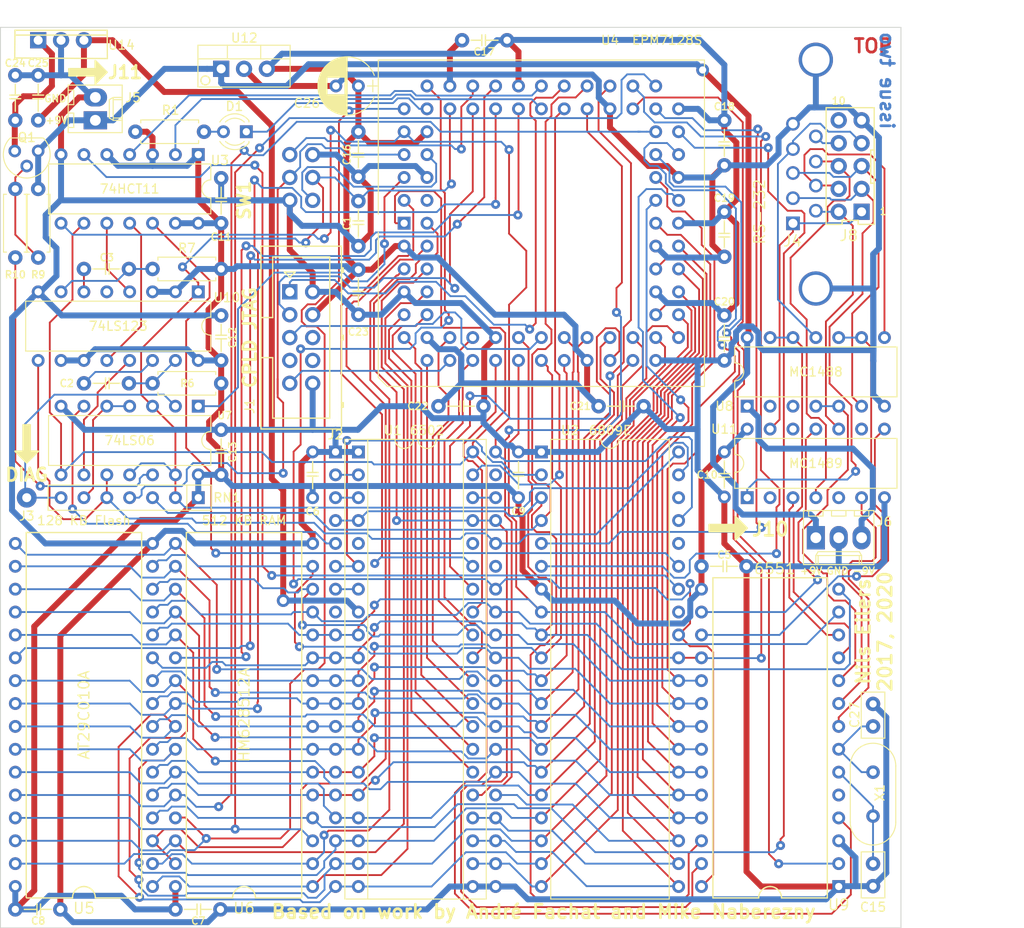
<source format=kicad_pcb>
(kicad_pcb (version 20171130) (host pcbnew 5.1.5)
  (layers (0 F.Cu signal) (31 B.Cu signal) (34 B.Paste user hide) (35 F.Paste user hide) (36 B.SilkS user hide) (37 F.SilkS user) (38 B.Mask user hide) (39 F.Mask user hide) (44 Edge.Cuts user))
  (net 0 "")
  (net 1 /TCK)
  (net 2 GND)
  (net 3 /TDO)
  (net 4 /TMS)
  (net 5 /TDI)
  (net 6 /RDY)
  (net 7 /A12)
  (net 8 /PHI1)
  (net 9 /A13)
  (net 10 /~IRQ)
  (net 11 /A14)
  (net 12 /~NOROM)
  (net 13 /A15)
  (net 14 /~NMI)
  (net 15 /D7)
  (net 16 /SYNC)
  (net 17 /D6)
  (net 18 /D5)
  (net 19 /A0)
  (net 20 /D4)
  (net 21 /A1)
  (net 22 /D3)
  (net 23 /A2)
  (net 24 /D2)
  (net 25 /A3)
  (net 26 /D1)
  (net 27 /A4)
  (net 28 /D0)
  (net 29 /A5)
  (net 30 /R/~W)
  (net 31 /A6)
  (net 32 /16MHZ)
  (net 33 /A7)
  (net 34 /A8)
  (net 35 /PHI0)
  (net 36 /A9)
  (net 37 /~SO)
  (net 38 /A10)
  (net 39 /A11)
  (net 40 /~ERES)
  (net 41 "Net-(Q1-Pad2)")
  (net 42 +9V)
  (net 43 "Net-(C24-Pad1)")
  (net 44 /POW65)
  (net 45 /~RES)
  (net 46 /~FIRQ)
  (net 47 /BS)
  (net 48 /BA)
  (net 49 VCC)
  (net 50 /Q)
  (net 51 /TSC)
  (net 52 /~HALT)
  (net 53 /CSACIA)
  (net 54 /UDIAG)
  (net 55 /GR/~W)
  (net 56 /MA12)
  (net 57 /MA14)
  (net 58 /MA16)
  (net 59 /MA17)
  (net 60 /MA13)
  (net 61 /MA15)
  (net 62 /MA18)
  (net 63 /WRPRG)
  (net 64 /WREN)
  (net 65 /UQ)
  (net 66 /~RAMCS)
  (net 67 /~OE)
  (net 68 /~ROMCS)
  (net 69 /PROG)
  (net 70 -9V)
  (net 71 /RTS)
  (net 72 "Net-(U8-Pad10)")
  (net 73 "Net-(U8-Pad4)")
  (net 74 /DTR)
  (net 75 "Net-(U8-Pad12)")
  (net 76 /TxD)
  (net 77 "Net-(U11-Pad8)")
  (net 78 "Net-(U11-Pad6)")
  (net 79 "Net-(U11-Pad3)")
  (net 80 "Net-(U11-Pad11)")
  (net 81 /RxD)
  (net 82 /DSR)
  (net 83 /CTS)
  (net 84 /DCD)
  (net 85 "Net-(C2-Pad1)")
  (net 86 "Net-(C2-Pad2)")
  (net 87 "Net-(C3-Pad1)")
  (net 88 "Net-(C3-Pad2)")
  (net 89 /EA15)
  (net 90 /ED7)
  (net 91 /ED6)
  (net 92 /ED5)
  (net 93 /ED4)
  (net 94 /ED3)
  (net 95 /ED2)
  (net 96 /ED1)
  (net 97 /ED0)
  (net 98 /ER/~W)
  (net 99 /~TSC)
  (net 100 /DIAG)
  (net 101 "Net-(U10-Pad4)")
  (net 102 "Net-(U10-Pad12)")
  (net 103 "Net-(U10-Pad13)")
  (net 104 "Net-(R10-Pad2)")
  (net 105 "Net-(J4-Pad9)")
  (net 106 /PHI2)
  (net 107 /E)
  (net 108 /UE)
  (net 109 "Net-(D1-Pad2)")
  (net 110 "Net-(C15-Pad1)")
  (net 111 /~LED)
  (net 112 "Net-(C27-Pad1)")
  (net 113 "Net-(J1-Pad6)")
  (net 114 "Net-(J1-Pad7)")
  (net 115 "Net-(J1-Pad8)")
  (net 116 "Net-(J2-Pad8)")
  (net 117 "Net-(J2-Pad36)")
  (net 118 "Net-(J8-Pad10)")
  (net 119 "Net-(U1-Pad5)")
  (net 120 "Net-(U1-Pad35)")
  (net 121 "Net-(U1-Pad39)")
  (net 122 "Net-(U2-Pad33)")
  (net 123 "Net-(U2-Pad36)")
  (net 124 /LIC)
  (net 125 "Net-(U4-Pad84)")
  (net 126 "Net-(U8-Pad2)")
  (net 127 "Net-(U8-Pad3)")
  (net 128 "Net-(U9-Pad5)")
  (net 129 "Net-(U10-Pad5)")
  (net 130 "Net-(U11-Pad2)")
  (net 131 "Net-(U11-Pad9)")
  (net 132 "Net-(U11-Pad5)")
  (net 133 "Net-(U11-Pad12)")
  (module Pin_Headers:Pin_Header_Straight_1x01_Pitch2.54mm (layer F.Cu) (at 114.3 76.2)
    (fp_text reference H3 hide)
    (fp_text value "" hide)
    (pad "" np_thru_hole circle (at 0 0) (size 5 5) (drill 5) (layers *.Cu *.Mask))
  )
  (module Pin_Headers:Pin_Header_Straight_1x01_Pitch2.54mm (layer F.Cu) (at 114.3 66.04)
    (fp_text reference H1 hide)
    (fp_text value "" hide)
    (pad "" np_thru_hole circle (at 0 0) (size 5 5) (drill 5) (layers *.Cu *.Mask))
  )
  (module Pin_Headers:Pin_Header_Straight_1x01_Pitch2.54mm (layer F.Cu) (at 104.14 76.2)
    (fp_text reference H2 hide)
    (fp_text value "" hide)
    (pad "" np_thru_hole circle (at 0 0) (size 5 5) (drill 5) (layers *.Cu *.Mask))
  )
  (module TO_SOT_Packages_THT:TO-220-3_Vertical (layer F.Cu) (at 53.34 50.8)
    (fp_text reference U14 (at 9.2456 0.5334) (layer F.SilkS))
    (fp_text value 7805)
    (pad 3 thru_hole oval (at 5.08 0) (size 1.8 1.8) (drill 1) (layers *.Cu *.Mask) (net 44 /POW65))
    (pad 2 thru_hole oval (at 2.54 0) (size 1.8 1.8) (drill 1) (layers *.Cu *.Mask) (net 2 GND))
    (pad 1 thru_hole rect (at 0 0) (size 1.8 1.8) (drill 1) (layers *.Cu *.Mask) (net 43 "Net-(C24-Pad1)"))
  )
  (module eilers4:DIP-14_W7.62mm (layer F.Cu) (at 132.08 91.44 90)
    (fp_text reference U8 (at 0 -2.54 180) (layer F.SilkS))
    (fp_text value MC1488 (at 3.81 7.62 180) (layer F.SilkS))
    (pad 1 thru_hole rect (at 0 0 90) (size 1.4224 1.4224) (drill 0.8) (layers *.Cu *.Mask) (net 70 -9V))
    (pad 8 thru_hole oval (at 7.62 15.24 90) (size 1.4224 1.4224) (drill 0.8) (layers *.Cu *.Mask) (net 71 /RTS))
    (pad 2 thru_hole oval (at 0 2.54 90) (size 1.4224 1.4224) (drill 0.8) (layers *.Cu *.Mask) (net 126 "Net-(U8-Pad2)"))
    (pad 9 thru_hole oval (at 7.62 12.7 90) (size 1.4224 1.4224) (drill 0.8) (layers *.Cu *.Mask) (net 72 "Net-(U8-Pad10)"))
    (pad 3 thru_hole oval (at 0 5.08 90) (size 1.4224 1.4224) (drill 0.8) (layers *.Cu *.Mask) (net 127 "Net-(U8-Pad3)"))
    (pad 10 thru_hole oval (at 7.62 10.16 90) (size 1.4224 1.4224) (drill 0.8) (layers *.Cu *.Mask) (net 72 "Net-(U8-Pad10)"))
    (pad 4 thru_hole oval (at 0 7.62 90) (size 1.4224 1.4224) (drill 0.8) (layers *.Cu *.Mask) (net 73 "Net-(U8-Pad4)"))
    (pad 11 thru_hole oval (at 7.62 7.62 90) (size 1.4224 1.4224) (drill 0.8) (layers *.Cu *.Mask) (net 74 /DTR))
    (pad 5 thru_hole oval (at 0 10.16 90) (size 1.4224 1.4224) (drill 0.8) (layers *.Cu *.Mask) (net 73 "Net-(U8-Pad4)"))
    (pad 12 thru_hole oval (at 7.62 5.08 90) (size 1.4224 1.4224) (drill 0.8) (layers *.Cu *.Mask) (net 75 "Net-(U8-Pad12)"))
    (pad 6 thru_hole oval (at 0 12.7 90) (size 1.4224 1.4224) (drill 0.8) (layers *.Cu *.Mask) (net 76 /TxD))
    (pad 13 thru_hole oval (at 7.62 2.54 90) (size 1.4224 1.4224) (drill 0.8) (layers *.Cu *.Mask) (net 75 "Net-(U8-Pad12)"))
    (pad 7 thru_hole oval (at 0 15.24 90) (size 1.4224 1.4224) (drill 0.8) (layers *.Cu *.Mask) (net 2 GND))
    (pad 14 thru_hole oval (at 7.62 0 90) (size 1.4224 1.4224) (drill 0.8) (layers *.Cu *.Mask) (net 42 +9V))
  )
  (module Connectors_DSub:DB9MC (layer F.Cu) (at 137.16 71.1317 270)
    (fp_text reference J4 (at 1.9695 0.0508 180) (layer F.SilkS) (effects (font (size 1.2 1.2))))
    (fp_text value DB9_Male_MountingHoles hide)
    (pad 0 thru_hole circle (at 7.24 -2.54 270) (size 3.81 3.81) (drill 3.05) (layers *.Cu *.Mask) (net 2 GND))
    (pad 0 thru_hole circle (at -18.16 -2.54 270) (size 3.81 3.81) (drill 3.05) (layers *.Cu *.Mask) (net 2 GND))
    (pad 1 thru_hole rect (at 0 0 270) (size 1.52 1.52) (drill 1) (layers *.Cu *.Mask) (net 84 /DCD))
    (pad 2 thru_hole circle (at -2.79 0 270) (size 1.52 1.52) (drill 1) (layers *.Cu *.Mask) (net 81 /RxD))
    (pad 3 thru_hole circle (at -5.59 0 270) (size 1.52 1.52) (drill 1) (layers *.Cu *.Mask) (net 76 /TxD))
    (pad 4 thru_hole circle (at -8.25 0 270) (size 1.52 1.52) (drill 1) (layers *.Cu *.Mask) (net 74 /DTR))
    (pad 5 thru_hole circle (at -11.05 0 270) (size 1.52 1.52) (drill 1) (layers *.Cu *.Mask) (net 2 GND))
    (pad 9 thru_hole circle (at -9.65 -2.54 270) (size 1.52 1.52) (drill 1) (layers *.Cu *.Mask) (net 105 "Net-(J4-Pad9)"))
    (pad 8 thru_hole circle (at -6.86 -2.54 270) (size 1.52 1.52) (drill 1) (layers *.Cu *.Mask) (net 83 /CTS))
    (pad 7 thru_hole circle (at -4.19 -2.54 270) (size 1.52 1.52) (drill 1) (layers *.Cu *.Mask) (net 71 /RTS))
    (pad 6 thru_hole circle (at -1.4 -2.54 270) (size 1.52 1.52) (drill 1) (layers *.Cu *.Mask) (net 82 /DSR))
  )
  (module eilers4:PLCC-84_THT-Socket (layer F.Cu) (at 93.98 71.12 90)
    (fp_text reference U4 (at 20.32 22.86 180) (layer F.SilkS))
    (fp_text value EPM7128S (at 20.32 29.21 180) (layer F.SilkS))
    (pad 2 thru_hole circle (at 0 2.54 90) (size 1.4224 1.4224) (drill 0.8) (layers *.Cu *.Mask) (net 35 /PHI0))
    (pad 4 thru_hole circle (at -2.54 2.54 90) (size 1.4224 1.4224) (drill 0.8) (layers *.Cu *.Mask) (net 61 /MA15))
    (pad 6 thru_hole circle (at -5.08 2.54 90) (size 1.4224 1.4224) (drill 0.8) (layers *.Cu *.Mask) (net 59 /MA17))
    (pad 8 thru_hole circle (at -7.62 2.54 90) (size 1.4224 1.4224) (drill 0.8) (layers *.Cu *.Mask) (net 62 /MA18))
    (pad 10 thru_hole circle (at -10.16 2.54 90) (size 1.4224 1.4224) (drill 0.8) (layers *.Cu *.Mask) (net 91 /ED6))
    (pad 84 thru_hole circle (at 2.54 2.54 90) (size 1.4224 1.4224) (drill 0.8) (layers *.Cu *.Mask) (net 125 "Net-(U4-Pad84)"))
    (pad 82 thru_hole circle (at 5.08 2.54 90) (size 1.4224 1.4224) (drill 0.8) (layers *.Cu *.Mask) (net 2 GND))
    (pad 80 thru_hole circle (at 7.62 2.54 90) (size 1.4224 1.4224) (drill 0.8) (layers *.Cu *.Mask) (net 63 /WRPRG))
    (pad 78 thru_hole circle (at 10.16 2.54 90) (size 1.4224 1.4224) (drill 0.8) (layers *.Cu *.Mask) (net 49 VCC))
    (pad 76 thru_hole circle (at 12.7 2.54 90) (size 1.4224 1.4224) (drill 0.8) (layers *.Cu *.Mask) (net 111 /~LED))
    (pad 74 thru_hole circle (at 15.24 2.54 90) (size 1.4224 1.4224) (drill 0.8) (layers *.Cu *.Mask) (net 30 /R/~W))
    (pad 1 thru_hole rect (at 0 0 90) (size 1.4224 1.4224) (drill 0.8) (layers *.Cu *.Mask) (net 40 /~ERES))
    (pad 3 thru_hole circle (at -2.54 0 90) (size 1.4224 1.4224) (drill 0.8) (layers *.Cu *.Mask) (net 49 VCC))
    (pad 5 thru_hole circle (at -5.08 0 90) (size 1.4224 1.4224) (drill 0.8) (layers *.Cu *.Mask) (net 58 /MA16))
    (pad 7 thru_hole circle (at -7.62 0 90) (size 1.4224 1.4224) (drill 0.8) (layers *.Cu *.Mask) (net 2 GND))
    (pad 9 thru_hole circle (at -10.16 0 90) (size 1.4224 1.4224) (drill 0.8) (layers *.Cu *.Mask) (net 90 /ED7))
    (pad 11 thru_hole circle (at -12.7 0 90) (size 1.4224 1.4224) (drill 0.8) (layers *.Cu *.Mask) (net 92 /ED5))
    (pad 83 thru_hole circle (at 2.54 0 90) (size 1.4224 1.4224) (drill 0.8) (layers *.Cu *.Mask) (net 32 /16MHZ))
    (pad 81 thru_hole circle (at 5.08 0 90) (size 1.4224 1.4224) (drill 0.8) (layers *.Cu *.Mask) (net 54 /UDIAG))
    (pad 79 thru_hole circle (at 7.62 0 90) (size 1.4224 1.4224) (drill 0.8) (layers *.Cu *.Mask) (net 64 /WREN))
    (pad 77 thru_hole circle (at 10.16 0 90) (size 1.4224 1.4224) (drill 0.8) (layers *.Cu *.Mask) (net 45 /~RES))
    (pad 75 thru_hole circle (at 12.7 0 90) (size 1.4224 1.4224) (drill 0.8) (layers *.Cu *.Mask) (net 55 /GR/~W))
    (pad 13 thru_hole circle (at -12.7 2.54 90) (size 1.4224 1.4224) (drill 0.8) (layers *.Cu *.Mask) (net 49 VCC))
    (pad 15 thru_hole circle (at -12.7 5.08 90) (size 1.4224 1.4224) (drill 0.8) (layers *.Cu *.Mask) (net 94 /ED3))
    (pad 17 thru_hole circle (at -12.7 7.62 90) (size 1.4224 1.4224) (drill 0.8) (layers *.Cu *.Mask) (net 96 /ED1))
    (pad 19 thru_hole circle (at -12.7 10.16 90) (size 1.4224 1.4224) (drill 0.8) (layers *.Cu *.Mask) (net 2 GND))
    (pad 21 thru_hole circle (at -12.7 12.7 90) (size 1.4224 1.4224) (drill 0.8) (layers *.Cu *.Mask) (net 21 /A1))
    (pad 23 thru_hole circle (at -12.7 15.24 90) (size 1.4224 1.4224) (drill 0.8) (layers *.Cu *.Mask) (net 4 /TMS))
    (pad 25 thru_hole circle (at -12.7 17.78 90) (size 1.4224 1.4224) (drill 0.8) (layers *.Cu *.Mask) (net 27 /A4))
    (pad 27 thru_hole circle (at -12.7 20.32 90) (size 1.4224 1.4224) (drill 0.8) (layers *.Cu *.Mask) (net 29 /A5))
    (pad 29 thru_hole circle (at -12.7 22.86 90) (size 1.4224 1.4224) (drill 0.8) (layers *.Cu *.Mask) (net 33 /A7))
    (pad 31 thru_hole circle (at -12.7 25.4 90) (size 1.4224 1.4224) (drill 0.8) (layers *.Cu *.Mask) (net 36 /A9))
    (pad 12 thru_hole circle (at -15.24 2.54 90) (size 1.4224 1.4224) (drill 0.8) (layers *.Cu *.Mask) (net 93 /ED4))
    (pad 14 thru_hole circle (at -15.24 5.08 90) (size 1.4224 1.4224) (drill 0.8) (layers *.Cu *.Mask) (net 5 /TDI))
    (pad 16 thru_hole circle (at -15.24 7.62 90) (size 1.4224 1.4224) (drill 0.8) (layers *.Cu *.Mask) (net 95 /ED2))
    (pad 18 thru_hole circle (at -15.24 10.16 90) (size 1.4224 1.4224) (drill 0.8) (layers *.Cu *.Mask) (net 97 /ED0))
    (pad 20 thru_hole circle (at -15.24 12.7 90) (size 1.4224 1.4224) (drill 0.8) (layers *.Cu *.Mask) (net 19 /A0))
    (pad 22 thru_hole circle (at -15.24 15.24 90) (size 1.4224 1.4224) (drill 0.8) (layers *.Cu *.Mask) (net 23 /A2))
    (pad 24 thru_hole circle (at -15.24 17.78 90) (size 1.4224 1.4224) (drill 0.8) (layers *.Cu *.Mask) (net 25 /A3))
    (pad 26 thru_hole circle (at -15.24 20.32 90) (size 1.4224 1.4224) (drill 0.8) (layers *.Cu *.Mask) (net 49 VCC))
    (pad 28 thru_hole circle (at -15.24 22.86 90) (size 1.4224 1.4224) (drill 0.8) (layers *.Cu *.Mask) (net 31 /A6))
    (pad 30 thru_hole circle (at -15.24 25.4 90) (size 1.4224 1.4224) (drill 0.8) (layers *.Cu *.Mask) (net 34 /A8))
    (pad 32 thru_hole circle (at -15.24 27.94 90) (size 1.4224 1.4224) (drill 0.8) (layers *.Cu *.Mask) (net 2 GND))
    (pad 34 thru_hole circle (at -12.7 27.94 90) (size 1.4224 1.4224) (drill 0.8) (layers *.Cu *.Mask) (net 39 /A11))
    (pad 36 thru_hole circle (at -10.16 27.94 90) (size 1.4224 1.4224) (drill 0.8) (layers *.Cu *.Mask) (net 9 /A13))
    (pad 38 thru_hole circle (at -7.62 27.94 90) (size 1.4224 1.4224) (drill 0.8) (layers *.Cu *.Mask) (net 49 VCC))
    (pad 40 thru_hole circle (at -5.08 27.94 90) (size 1.4224 1.4224) (drill 0.8) (layers *.Cu *.Mask) (net 15 /D7))
    (pad 42 thru_hole circle (at -2.54 27.94 90) (size 1.4224 1.4224) (drill 0.8) (layers *.Cu *.Mask) (net 2 GND))
    (pad 44 thru_hole circle (at 0 27.94 90) (size 1.4224 1.4224) (drill 0.8) (layers *.Cu *.Mask) (net 18 /D5))
    (pad 46 thru_hole circle (at 2.54 27.94 90) (size 1.4224 1.4224) (drill 0.8) (layers *.Cu *.Mask) (net 22 /D3))
    (pad 48 thru_hole circle (at 5.08 27.94 90) (size 1.4224 1.4224) (drill 0.8) (layers *.Cu *.Mask) (net 24 /D2))
    (pad 50 thru_hole circle (at 7.62 27.94 90) (size 1.4224 1.4224) (drill 0.8) (layers *.Cu *.Mask) (net 28 /D0))
    (pad 52 thru_hole circle (at 10.16 27.94 90) (size 1.4224 1.4224) (drill 0.8) (layers *.Cu *.Mask) (net 60 /MA13))
    (pad 33 thru_hole circle (at -12.7 30.48 90) (size 1.4224 1.4224) (drill 0.8) (layers *.Cu *.Mask) (net 38 /A10))
    (pad 35 thru_hole circle (at -10.16 30.48 90) (size 1.4224 1.4224) (drill 0.8) (layers *.Cu *.Mask) (net 7 /A12))
    (pad 37 thru_hole circle (at -7.62 30.48 90) (size 1.4224 1.4224) (drill 0.8) (layers *.Cu *.Mask) (net 11 /A14))
    (pad 39 thru_hole circle (at -5.08 30.48 90) (size 1.4224 1.4224) (drill 0.8) (layers *.Cu *.Mask) (net 13 /A15))
    (pad 41 thru_hole circle (at -2.54 30.48 90) (size 1.4224 1.4224) (drill 0.8) (layers *.Cu *.Mask) (net 17 /D6))
    (pad 43 thru_hole circle (at 0 30.48 90) (size 1.4224 1.4224) (drill 0.8) (layers *.Cu *.Mask) (net 49 VCC))
    (pad 45 thru_hole circle (at 2.54 30.48 90) (size 1.4224 1.4224) (drill 0.8) (layers *.Cu *.Mask) (net 20 /D4))
    (pad 47 thru_hole circle (at 5.08 30.48 90) (size 1.4224 1.4224) (drill 0.8) (layers *.Cu *.Mask) (net 2 GND))
    (pad 49 thru_hole circle (at 7.62 30.48 90) (size 1.4224 1.4224) (drill 0.8) (layers *.Cu *.Mask) (net 26 /D1))
    (pad 51 thru_hole circle (at 10.16 30.48 90) (size 1.4224 1.4224) (drill 0.8) (layers *.Cu *.Mask) (net 56 /MA12))
    (pad 53 thru_hole circle (at 12.7 30.48 90) (size 1.4224 1.4224) (drill 0.8) (layers *.Cu *.Mask) (net 49 VCC))
    (pad 55 thru_hole circle (at 12.7 27.94 90) (size 1.4224 1.4224) (drill 0.8) (layers *.Cu *.Mask) (net 47 /BS))
    (pad 57 thru_hole circle (at 12.7 25.4 90) (size 1.4224 1.4224) (drill 0.8) (layers *.Cu *.Mask) (net 53 /CSACIA))
    (pad 59 thru_hole circle (at 12.7 22.86 90) (size 1.4224 1.4224) (drill 0.8) (layers *.Cu *.Mask) (net 2 GND))
    (pad 61 thru_hole circle (at 12.7 20.32 90) (size 1.4224 1.4224) (drill 0.8) (layers *.Cu *.Mask) (net 89 /EA15))
    (pad 63 thru_hole circle (at 12.7 17.78 90) (size 1.4224 1.4224) (drill 0.8) (layers *.Cu *.Mask) (net 106 /PHI2))
    (pad 65 thru_hole circle (at 12.7 15.24 90) (size 1.4224 1.4224) (drill 0.8) (layers *.Cu *.Mask) (net 65 /UQ))
    (pad 67 thru_hole circle (at 12.7 12.7 90) (size 1.4224 1.4224) (drill 0.8) (layers *.Cu *.Mask) (net 66 /~RAMCS))
    (pad 69 thru_hole circle (at 12.7 10.16 90) (size 1.4224 1.4224) (drill 0.8) (layers *.Cu *.Mask) (net 67 /~OE))
    (pad 71 thru_hole circle (at 12.7 7.62 90) (size 1.4224 1.4224) (drill 0.8) (layers *.Cu *.Mask) (net 3 /TDO))
    (pad 73 thru_hole circle (at 12.7 5.08 90) (size 1.4224 1.4224) (drill 0.8) (layers *.Cu *.Mask) (net 51 /TSC))
    (pad 54 thru_hole circle (at 15.24 27.94 90) (size 1.4224 1.4224) (drill 0.8) (layers *.Cu *.Mask) (net 57 /MA14))
    (pad 56 thru_hole circle (at 15.24 25.4 90) (size 1.4224 1.4224) (drill 0.8) (layers *.Cu *.Mask) (net 48 /BA))
    (pad 58 thru_hole circle (at 15.24 22.86 90) (size 1.4224 1.4224) (drill 0.8) (layers *.Cu *.Mask) (net 98 /ER/~W))
    (pad 60 thru_hole circle (at 15.24 20.32 90) (size 1.4224 1.4224) (drill 0.8) (layers *.Cu *.Mask) (net 46 /~FIRQ))
    (pad 62 thru_hole circle (at 15.24 17.78 90) (size 1.4224 1.4224) (drill 0.8) (layers *.Cu *.Mask) (net 1 /TCK))
    (pad 64 thru_hole circle (at 15.24 15.24 90) (size 1.4224 1.4224) (drill 0.8) (layers *.Cu *.Mask) (net 108 /UE))
    (pad 66 thru_hole circle (at 15.24 12.7 90) (size 1.4224 1.4224) (drill 0.8) (layers *.Cu *.Mask) (net 49 VCC))
    (pad 68 thru_hole circle (at 15.24 10.16 90) (size 1.4224 1.4224) (drill 0.8) (layers *.Cu *.Mask) (net 68 /~ROMCS))
    (pad 70 thru_hole circle (at 15.24 7.62 90) (size 1.4224 1.4224) (drill 0.8) (layers *.Cu *.Mask) (net 69 /PROG))
    (pad 72 thru_hole circle (at 15.24 5.08 90) (size 1.4224 1.4224) (drill 0.8) (layers *.Cu *.Mask) (net 2 GND))
  )
  (module Connectors_Multicomp:Multicomp_MC9A12-1034_2x05x2.54mm_Straight (layer F.Cu) (at 81.28 78.74 270)
    (fp_text reference J1 (at 12.7 4.445 270) (layer F.SilkS))
    (fp_text value JTAG hide)
    (pad 1 thru_hole rect (at 0 0 270) (size 1.7 1.7) (drill 1) (layers *.Cu *.Mask) (net 1 /TCK))
    (pad 2 thru_hole circle (at 0 -2.54 270) (size 1.7 1.7) (drill 1) (layers *.Cu *.Mask) (net 2 GND))
    (pad 3 thru_hole circle (at 2.54 0 270) (size 1.7 1.7) (drill 1) (layers *.Cu *.Mask) (net 3 /TDO))
    (pad 4 thru_hole circle (at 2.54 -2.54 270) (size 1.7 1.7) (drill 1) (layers *.Cu *.Mask) (net 49 VCC))
    (pad 5 thru_hole circle (at 5.08 0 270) (size 1.7 1.7) (drill 1) (layers *.Cu *.Mask) (net 4 /TMS))
    (pad 6 thru_hole circle (at 5.08 -2.54 270) (size 1.7 1.7) (drill 1) (layers *.Cu *.Mask) (net 113 "Net-(J1-Pad6)"))
    (pad 7 thru_hole circle (at 7.62 0 270) (size 1.7 1.7) (drill 1) (layers *.Cu *.Mask) (net 114 "Net-(J1-Pad7)"))
    (pad 8 thru_hole circle (at 7.62 -2.54 270) (size 1.7 1.7) (drill 1) (layers *.Cu *.Mask) (net 115 "Net-(J1-Pad8)"))
    (pad 9 thru_hole circle (at 10.16 0 270) (size 1.7 1.7) (drill 1) (layers *.Cu *.Mask) (net 5 /TDI))
    (pad 10 thru_hole circle (at 10.16 -2.54 270) (size 1.7 1.7) (drill 1) (layers *.Cu *.Mask) (net 2 GND))
  )
  (module eilers4:DIP-40_W15.24mm (layer F.Cu) (at 86.36 96.52)
    (fp_text reference J2 (at 0 -1.905) (layer F.SilkS))
    (fp_text value "6502 socket" hide)
    (pad 1 thru_hole rect (at 0 0) (size 1.4224 1.4224) (drill 0.8) (layers *.Cu *.Mask) (net 2 GND))
    (pad 21 thru_hole oval (at 15.24 48.26) (size 1.4224 1.4224) (drill 0.8) (layers *.Cu *.Mask) (net 2 GND))
    (pad 2 thru_hole oval (at 0 2.54) (size 1.4224 1.4224) (drill 0.8) (layers *.Cu *.Mask) (net 6 /RDY))
    (pad 22 thru_hole oval (at 15.24 45.72) (size 1.4224 1.4224) (drill 0.8) (layers *.Cu *.Mask) (net 7 /A12))
    (pad 3 thru_hole oval (at 0 5.08) (size 1.4224 1.4224) (drill 0.8) (layers *.Cu *.Mask) (net 8 /PHI1))
    (pad 23 thru_hole oval (at 15.24 43.18) (size 1.4224 1.4224) (drill 0.8) (layers *.Cu *.Mask) (net 9 /A13))
    (pad 4 thru_hole oval (at 0 7.62) (size 1.4224 1.4224) (drill 0.8) (layers *.Cu *.Mask) (net 10 /~IRQ))
    (pad 24 thru_hole oval (at 15.24 40.64) (size 1.4224 1.4224) (drill 0.8) (layers *.Cu *.Mask) (net 11 /A14))
    (pad 5 thru_hole oval (at 0 10.16) (size 1.4224 1.4224) (drill 0.8) (layers *.Cu *.Mask) (net 12 /~NOROM))
    (pad 25 thru_hole oval (at 15.24 38.1) (size 1.4224 1.4224) (drill 0.8) (layers *.Cu *.Mask) (net 89 /EA15))
    (pad 6 thru_hole oval (at 0 12.7) (size 1.4224 1.4224) (drill 0.8) (layers *.Cu *.Mask) (net 14 /~NMI))
    (pad 26 thru_hole oval (at 15.24 35.56) (size 1.4224 1.4224) (drill 0.8) (layers *.Cu *.Mask) (net 90 /ED7))
    (pad 7 thru_hole oval (at 0 15.24) (size 1.4224 1.4224) (drill 0.8) (layers *.Cu *.Mask) (net 16 /SYNC))
    (pad 27 thru_hole oval (at 15.24 33.02) (size 1.4224 1.4224) (drill 0.8) (layers *.Cu *.Mask) (net 91 /ED6))
    (pad 8 thru_hole oval (at 0 17.78) (size 1.4224 1.4224) (drill 0.8) (layers *.Cu *.Mask) (net 116 "Net-(J2-Pad8)"))
    (pad 28 thru_hole oval (at 15.24 30.48) (size 1.4224 1.4224) (drill 0.8) (layers *.Cu *.Mask) (net 92 /ED5))
    (pad 9 thru_hole oval (at 0 20.32) (size 1.4224 1.4224) (drill 0.8) (layers *.Cu *.Mask) (net 19 /A0))
    (pad 29 thru_hole oval (at 15.24 27.94) (size 1.4224 1.4224) (drill 0.8) (layers *.Cu *.Mask) (net 93 /ED4))
    (pad 10 thru_hole oval (at 0 22.86) (size 1.4224 1.4224) (drill 0.8) (layers *.Cu *.Mask) (net 21 /A1))
    (pad 30 thru_hole oval (at 15.24 25.4) (size 1.4224 1.4224) (drill 0.8) (layers *.Cu *.Mask) (net 94 /ED3))
    (pad 11 thru_hole oval (at 0 25.4) (size 1.4224 1.4224) (drill 0.8) (layers *.Cu *.Mask) (net 23 /A2))
    (pad 31 thru_hole oval (at 15.24 22.86) (size 1.4224 1.4224) (drill 0.8) (layers *.Cu *.Mask) (net 95 /ED2))
    (pad 12 thru_hole oval (at 0 27.94) (size 1.4224 1.4224) (drill 0.8) (layers *.Cu *.Mask) (net 25 /A3))
    (pad 32 thru_hole oval (at 15.24 20.32) (size 1.4224 1.4224) (drill 0.8) (layers *.Cu *.Mask) (net 96 /ED1))
    (pad 13 thru_hole oval (at 0 30.48) (size 1.4224 1.4224) (drill 0.8) (layers *.Cu *.Mask) (net 27 /A4))
    (pad 33 thru_hole oval (at 15.24 17.78) (size 1.4224 1.4224) (drill 0.8) (layers *.Cu *.Mask) (net 97 /ED0))
    (pad 14 thru_hole oval (at 0 33.02) (size 1.4224 1.4224) (drill 0.8) (layers *.Cu *.Mask) (net 29 /A5))
    (pad 34 thru_hole oval (at 15.24 15.24) (size 1.4224 1.4224) (drill 0.8) (layers *.Cu *.Mask) (net 98 /ER/~W))
    (pad 15 thru_hole oval (at 0 35.56) (size 1.4224 1.4224) (drill 0.8) (layers *.Cu *.Mask) (net 31 /A6))
    (pad 35 thru_hole oval (at 15.24 12.7) (size 1.4224 1.4224) (drill 0.8) (layers *.Cu *.Mask) (net 32 /16MHZ))
    (pad 16 thru_hole oval (at 0 38.1) (size 1.4224 1.4224) (drill 0.8) (layers *.Cu *.Mask) (net 33 /A7))
    (pad 36 thru_hole oval (at 15.24 10.16) (size 1.4224 1.4224) (drill 0.8) (layers *.Cu *.Mask) (net 117 "Net-(J2-Pad36)"))
    (pad 17 thru_hole oval (at 0 40.64) (size 1.4224 1.4224) (drill 0.8) (layers *.Cu *.Mask) (net 34 /A8))
    (pad 37 thru_hole oval (at 15.24 7.62) (size 1.4224 1.4224) (drill 0.8) (layers *.Cu *.Mask) (net 35 /PHI0))
    (pad 18 thru_hole oval (at 0 43.18) (size 1.4224 1.4224) (drill 0.8) (layers *.Cu *.Mask) (net 36 /A9))
    (pad 38 thru_hole oval (at 15.24 5.08) (size 1.4224 1.4224) (drill 0.8) (layers *.Cu *.Mask) (net 37 /~SO))
    (pad 19 thru_hole oval (at 0 45.72) (size 1.4224 1.4224) (drill 0.8) (layers *.Cu *.Mask) (net 38 /A10))
    (pad 39 thru_hole oval (at 15.24 2.54) (size 1.4224 1.4224) (drill 0.8) (layers *.Cu *.Mask) (net 106 /PHI2))
    (pad 20 thru_hole oval (at 0 48.26) (size 1.4224 1.4224) (drill 0.8) (layers *.Cu *.Mask) (net 39 /A11))
    (pad 40 thru_hole oval (at 15.24 0) (size 1.4224 1.4224) (drill 0.8) (layers *.Cu *.Mask) (net 40 /~ERES))
  )
  (module eilers4:DIP-40_W15.24mm (layer F.Cu) (at 88.9 96.52)
    (fp_text reference U1 (at 3.81 -2.39) (layer F.SilkS))
    (fp_text value 6502 (at 7.62 -2.39) (layer F.SilkS))
    (pad 1 thru_hole rect (at 0 0) (size 1.4224 1.4224) (drill 0.8) (layers *.Cu *.Mask) (net 2 GND))
    (pad 21 thru_hole oval (at 15.24 48.26) (size 1.4224 1.4224) (drill 0.8) (layers *.Cu *.Mask) (net 2 GND))
    (pad 2 thru_hole oval (at 0 2.54) (size 1.4224 1.4224) (drill 0.8) (layers *.Cu *.Mask) (net 6 /RDY))
    (pad 22 thru_hole oval (at 15.24 45.72) (size 1.4224 1.4224) (drill 0.8) (layers *.Cu *.Mask) (net 7 /A12))
    (pad 3 thru_hole oval (at 0 5.08) (size 1.4224 1.4224) (drill 0.8) (layers *.Cu *.Mask) (net 8 /PHI1))
    (pad 23 thru_hole oval (at 15.24 43.18) (size 1.4224 1.4224) (drill 0.8) (layers *.Cu *.Mask) (net 9 /A13))
    (pad 4 thru_hole oval (at 0 7.62) (size 1.4224 1.4224) (drill 0.8) (layers *.Cu *.Mask) (net 10 /~IRQ))
    (pad 24 thru_hole oval (at 15.24 40.64) (size 1.4224 1.4224) (drill 0.8) (layers *.Cu *.Mask) (net 11 /A14))
    (pad 5 thru_hole oval (at 0 10.16) (size 1.4224 1.4224) (drill 0.8) (layers *.Cu *.Mask) (net 119 "Net-(U1-Pad5)"))
    (pad 25 thru_hole oval (at 15.24 38.1) (size 1.4224 1.4224) (drill 0.8) (layers *.Cu *.Mask) (net 13 /A15))
    (pad 6 thru_hole oval (at 0 12.7) (size 1.4224 1.4224) (drill 0.8) (layers *.Cu *.Mask) (net 14 /~NMI))
    (pad 26 thru_hole oval (at 15.24 35.56) (size 1.4224 1.4224) (drill 0.8) (layers *.Cu *.Mask) (net 15 /D7))
    (pad 7 thru_hole oval (at 0 15.24) (size 1.4224 1.4224) (drill 0.8) (layers *.Cu *.Mask) (net 16 /SYNC))
    (pad 27 thru_hole oval (at 15.24 33.02) (size 1.4224 1.4224) (drill 0.8) (layers *.Cu *.Mask) (net 17 /D6))
    (pad 8 thru_hole oval (at 0 17.78) (size 1.4224 1.4224) (drill 0.8) (layers *.Cu *.Mask) (net 44 /POW65))
    (pad 28 thru_hole oval (at 15.24 30.48) (size 1.4224 1.4224) (drill 0.8) (layers *.Cu *.Mask) (net 18 /D5))
    (pad 9 thru_hole oval (at 0 20.32) (size 1.4224 1.4224) (drill 0.8) (layers *.Cu *.Mask) (net 19 /A0))
    (pad 29 thru_hole oval (at 15.24 27.94) (size 1.4224 1.4224) (drill 0.8) (layers *.Cu *.Mask) (net 20 /D4))
    (pad 10 thru_hole oval (at 0 22.86) (size 1.4224 1.4224) (drill 0.8) (layers *.Cu *.Mask) (net 21 /A1))
    (pad 30 thru_hole oval (at 15.24 25.4) (size 1.4224 1.4224) (drill 0.8) (layers *.Cu *.Mask) (net 22 /D3))
    (pad 11 thru_hole oval (at 0 25.4) (size 1.4224 1.4224) (drill 0.8) (layers *.Cu *.Mask) (net 23 /A2))
    (pad 31 thru_hole oval (at 15.24 22.86) (size 1.4224 1.4224) (drill 0.8) (layers *.Cu *.Mask) (net 24 /D2))
    (pad 12 thru_hole oval (at 0 27.94) (size 1.4224 1.4224) (drill 0.8) (layers *.Cu *.Mask) (net 25 /A3))
    (pad 32 thru_hole oval (at 15.24 20.32) (size 1.4224 1.4224) (drill 0.8) (layers *.Cu *.Mask) (net 26 /D1))
    (pad 13 thru_hole oval (at 0 30.48) (size 1.4224 1.4224) (drill 0.8) (layers *.Cu *.Mask) (net 27 /A4))
    (pad 33 thru_hole oval (at 15.24 17.78) (size 1.4224 1.4224) (drill 0.8) (layers *.Cu *.Mask) (net 28 /D0))
    (pad 14 thru_hole oval (at 0 33.02) (size 1.4224 1.4224) (drill 0.8) (layers *.Cu *.Mask) (net 29 /A5))
    (pad 34 thru_hole oval (at 15.24 15.24) (size 1.4224 1.4224) (drill 0.8) (layers *.Cu *.Mask) (net 30 /R/~W))
    (pad 15 thru_hole oval (at 0 35.56) (size 1.4224 1.4224) (drill 0.8) (layers *.Cu *.Mask) (net 31 /A6))
    (pad 35 thru_hole oval (at 15.24 12.7) (size 1.4224 1.4224) (drill 0.8) (layers *.Cu *.Mask) (net 120 "Net-(U1-Pad35)"))
    (pad 16 thru_hole oval (at 0 38.1) (size 1.4224 1.4224) (drill 0.8) (layers *.Cu *.Mask) (net 33 /A7))
    (pad 36 thru_hole oval (at 15.24 10.16) (size 1.4224 1.4224) (drill 0.8) (layers *.Cu *.Mask) (net 52 /~HALT))
    (pad 17 thru_hole oval (at 0 40.64) (size 1.4224 1.4224) (drill 0.8) (layers *.Cu *.Mask) (net 34 /A8))
    (pad 37 thru_hole oval (at 15.24 7.62) (size 1.4224 1.4224) (drill 0.8) (layers *.Cu *.Mask) (net 35 /PHI0))
    (pad 18 thru_hole oval (at 0 43.18) (size 1.4224 1.4224) (drill 0.8) (layers *.Cu *.Mask) (net 36 /A9))
    (pad 38 thru_hole oval (at 15.24 5.08) (size 1.4224 1.4224) (drill 0.8) (layers *.Cu *.Mask) (net 37 /~SO))
    (pad 19 thru_hole oval (at 0 45.72) (size 1.4224 1.4224) (drill 0.8) (layers *.Cu *.Mask) (net 38 /A10))
    (pad 39 thru_hole oval (at 15.24 2.54) (size 1.4224 1.4224) (drill 0.8) (layers *.Cu *.Mask) (net 121 "Net-(U1-Pad39)"))
    (pad 20 thru_hole oval (at 0 48.26) (size 1.4224 1.4224) (drill 0.8) (layers *.Cu *.Mask) (net 39 /A11))
    (pad 40 thru_hole oval (at 15.24 0) (size 1.4224 1.4224) (drill 0.8) (layers *.Cu *.Mask) (net 45 /~RES))
  )
  (module eilers4:DIP-40_W15.24mm (layer F.Cu) (at 109.22 96.52)
    (fp_text reference U2 (at 3.175 -2.39) (layer F.SilkS))
    (fp_text value 6809E (at 7.62 -2.39) (layer F.SilkS))
    (pad 1 thru_hole rect (at 0 0) (size 1.4224 1.4224) (drill 0.8) (layers *.Cu *.Mask) (net 2 GND))
    (pad 21 thru_hole oval (at 15.24 48.26) (size 1.4224 1.4224) (drill 0.8) (layers *.Cu *.Mask) (net 9 /A13))
    (pad 2 thru_hole oval (at 0 2.54) (size 1.4224 1.4224) (drill 0.8) (layers *.Cu *.Mask) (net 14 /~NMI))
    (pad 22 thru_hole oval (at 15.24 45.72) (size 1.4224 1.4224) (drill 0.8) (layers *.Cu *.Mask) (net 11 /A14))
    (pad 3 thru_hole oval (at 0 5.08) (size 1.4224 1.4224) (drill 0.8) (layers *.Cu *.Mask) (net 10 /~IRQ))
    (pad 23 thru_hole oval (at 15.24 43.18) (size 1.4224 1.4224) (drill 0.8) (layers *.Cu *.Mask) (net 13 /A15))
    (pad 4 thru_hole oval (at 0 7.62) (size 1.4224 1.4224) (drill 0.8) (layers *.Cu *.Mask) (net 46 /~FIRQ))
    (pad 24 thru_hole oval (at 15.24 40.64) (size 1.4224 1.4224) (drill 0.8) (layers *.Cu *.Mask) (net 15 /D7))
    (pad 5 thru_hole oval (at 0 10.16) (size 1.4224 1.4224) (drill 0.8) (layers *.Cu *.Mask) (net 47 /BS))
    (pad 25 thru_hole oval (at 15.24 38.1) (size 1.4224 1.4224) (drill 0.8) (layers *.Cu *.Mask) (net 17 /D6))
    (pad 6 thru_hole oval (at 0 12.7) (size 1.4224 1.4224) (drill 0.8) (layers *.Cu *.Mask) (net 48 /BA))
    (pad 26 thru_hole oval (at 15.24 35.56) (size 1.4224 1.4224) (drill 0.8) (layers *.Cu *.Mask) (net 18 /D5))
    (pad 7 thru_hole oval (at 0 15.24) (size 1.4224 1.4224) (drill 0.8) (layers *.Cu *.Mask) (net 49 VCC))
    (pad 27 thru_hole oval (at 15.24 33.02) (size 1.4224 1.4224) (drill 0.8) (layers *.Cu *.Mask) (net 20 /D4))
    (pad 8 thru_hole oval (at 0 17.78) (size 1.4224 1.4224) (drill 0.8) (layers *.Cu *.Mask) (net 19 /A0))
    (pad 28 thru_hole oval (at 15.24 30.48) (size 1.4224 1.4224) (drill 0.8) (layers *.Cu *.Mask) (net 22 /D3))
    (pad 9 thru_hole oval (at 0 20.32) (size 1.4224 1.4224) (drill 0.8) (layers *.Cu *.Mask) (net 21 /A1))
    (pad 29 thru_hole oval (at 15.24 27.94) (size 1.4224 1.4224) (drill 0.8) (layers *.Cu *.Mask) (net 24 /D2))
    (pad 10 thru_hole oval (at 0 22.86) (size 1.4224 1.4224) (drill 0.8) (layers *.Cu *.Mask) (net 23 /A2))
    (pad 30 thru_hole oval (at 15.24 25.4) (size 1.4224 1.4224) (drill 0.8) (layers *.Cu *.Mask) (net 26 /D1))
    (pad 11 thru_hole oval (at 0 25.4) (size 1.4224 1.4224) (drill 0.8) (layers *.Cu *.Mask) (net 25 /A3))
    (pad 31 thru_hole oval (at 15.24 22.86) (size 1.4224 1.4224) (drill 0.8) (layers *.Cu *.Mask) (net 28 /D0))
    (pad 12 thru_hole oval (at 0 27.94) (size 1.4224 1.4224) (drill 0.8) (layers *.Cu *.Mask) (net 27 /A4))
    (pad 32 thru_hole oval (at 15.24 20.32) (size 1.4224 1.4224) (drill 0.8) (layers *.Cu *.Mask) (net 30 /R/~W))
    (pad 13 thru_hole oval (at 0 30.48) (size 1.4224 1.4224) (drill 0.8) (layers *.Cu *.Mask) (net 29 /A5))
    (pad 33 thru_hole oval (at 15.24 17.78) (size 1.4224 1.4224) (drill 0.8) (layers *.Cu *.Mask) (net 122 "Net-(U2-Pad33)"))
    (pad 14 thru_hole oval (at 0 33.02) (size 1.4224 1.4224) (drill 0.8) (layers *.Cu *.Mask) (net 31 /A6))
    (pad 34 thru_hole oval (at 15.24 15.24) (size 1.4224 1.4224) (drill 0.8) (layers *.Cu *.Mask) (net 107 /E))
    (pad 15 thru_hole oval (at 0 35.56) (size 1.4224 1.4224) (drill 0.8) (layers *.Cu *.Mask) (net 33 /A7))
    (pad 35 thru_hole oval (at 15.24 12.7) (size 1.4224 1.4224) (drill 0.8) (layers *.Cu *.Mask) (net 50 /Q))
    (pad 16 thru_hole oval (at 0 38.1) (size 1.4224 1.4224) (drill 0.8) (layers *.Cu *.Mask) (net 34 /A8))
    (pad 36 thru_hole oval (at 15.24 10.16) (size 1.4224 1.4224) (drill 0.8) (layers *.Cu *.Mask) (net 123 "Net-(U2-Pad36)"))
    (pad 17 thru_hole oval (at 0 40.64) (size 1.4224 1.4224) (drill 0.8) (layers *.Cu *.Mask) (net 36 /A9))
    (pad 37 thru_hole oval (at 15.24 7.62) (size 1.4224 1.4224) (drill 0.8) (layers *.Cu *.Mask) (net 45 /~RES))
    (pad 18 thru_hole oval (at 0 43.18) (size 1.4224 1.4224) (drill 0.8) (layers *.Cu *.Mask) (net 38 /A10))
    (pad 38 thru_hole oval (at 15.24 5.08) (size 1.4224 1.4224) (drill 0.8) (layers *.Cu *.Mask) (net 124 /LIC))
    (pad 19 thru_hole oval (at 0 45.72) (size 1.4224 1.4224) (drill 0.8) (layers *.Cu *.Mask) (net 39 /A11))
    (pad 39 thru_hole oval (at 15.24 2.54) (size 1.4224 1.4224) (drill 0.8) (layers *.Cu *.Mask) (net 51 /TSC))
    (pad 20 thru_hole oval (at 0 48.26) (size 1.4224 1.4224) (drill 0.8) (layers *.Cu *.Mask) (net 7 /A12))
    (pad 40 thru_hole oval (at 15.24 0) (size 1.4224 1.4224) (drill 0.8) (layers *.Cu *.Mask) (net 52 /~HALT))
  )
  (module eilers4:DIP-16_W7.62mm (layer F.Cu) (at 71.12 78.74 270)
    (fp_text reference U10 (at 0.635 -3.175) (layer F.SilkS))
    (fp_text value 74LS123 (at 3.81 8.89) (layer F.SilkS))
    (pad 1 thru_hole rect (at 0 0 270) (size 1.4224 1.4224) (drill 0.8) (layers *.Cu *.Mask) (net 51 /TSC))
    (pad 9 thru_hole oval (at 7.62 17.78 270) (size 1.4224 1.4224) (drill 0.8) (layers *.Cu *.Mask) (net 52 /~HALT))
    (pad 2 thru_hole oval (at 0 2.54 270) (size 1.4224 1.4224) (drill 0.8) (layers *.Cu *.Mask) (net 49 VCC))
    (pad 10 thru_hole oval (at 7.62 15.24 270) (size 1.4224 1.4224) (drill 0.8) (layers *.Cu *.Mask) (net 49 VCC))
    (pad 3 thru_hole oval (at 0 5.08 270) (size 1.4224 1.4224) (drill 0.8) (layers *.Cu *.Mask) (net 49 VCC))
    (pad 11 thru_hole oval (at 7.62 12.7 270) (size 1.4224 1.4224) (drill 0.8) (layers *.Cu *.Mask) (net 49 VCC))
    (pad 4 thru_hole oval (at 0 7.62 270) (size 1.4224 1.4224) (drill 0.8) (layers *.Cu *.Mask) (net 101 "Net-(U10-Pad4)"))
    (pad 12 thru_hole oval (at 7.62 10.16 270) (size 1.4224 1.4224) (drill 0.8) (layers *.Cu *.Mask) (net 102 "Net-(U10-Pad12)"))
    (pad 5 thru_hole oval (at 0 10.16 270) (size 1.4224 1.4224) (drill 0.8) (layers *.Cu *.Mask) (net 129 "Net-(U10-Pad5)"))
    (pad 13 thru_hole oval (at 7.62 7.62 270) (size 1.4224 1.4224) (drill 0.8) (layers *.Cu *.Mask) (net 103 "Net-(U10-Pad13)"))
    (pad 6 thru_hole oval (at 0 12.7 270) (size 1.4224 1.4224) (drill 0.8) (layers *.Cu *.Mask) (net 87 "Net-(C3-Pad1)"))
    (pad 14 thru_hole oval (at 7.62 5.08 270) (size 1.4224 1.4224) (drill 0.8) (layers *.Cu *.Mask) (net 85 "Net-(C2-Pad1)"))
    (pad 7 thru_hole oval (at 0 15.24 270) (size 1.4224 1.4224) (drill 0.8) (layers *.Cu *.Mask) (net 88 "Net-(C3-Pad2)"))
    (pad 15 thru_hole oval (at 7.62 2.54 270) (size 1.4224 1.4224) (drill 0.8) (layers *.Cu *.Mask) (net 86 "Net-(C2-Pad2)"))
    (pad 8 thru_hole oval (at 0 17.78 270) (size 1.4224 1.4224) (drill 0.8) (layers *.Cu *.Mask) (net 2 GND))
    (pad 16 thru_hole oval (at 7.62 0 270) (size 1.4224 1.4224) (drill 0.8) (layers *.Cu *.Mask) (net 49 VCC))
  )
  (module eilers4:DIP-14_W7.62mm (layer F.Cu) (at 71.12 63.5 270)
    (fp_text reference U3 (at 0.635 -2.39) (layer F.SilkS))
    (fp_text value 74HCT11 (at 3.81 7.62) (layer F.SilkS))
    (pad 1 thru_hole rect (at 0 0 270) (size 1.4224 1.4224) (drill 0.8) (layers *.Cu *.Mask) (net 49 VCC))
    (pad 8 thru_hole oval (at 7.62 15.24 270) (size 1.4224 1.4224) (drill 0.8) (layers *.Cu *.Mask) (net 45 /~RES))
    (pad 2 thru_hole oval (at 0 2.54 270) (size 1.4224 1.4224) (drill 0.8) (layers *.Cu *.Mask) (net 65 /UQ))
    (pad 9 thru_hole oval (at 7.62 12.7 270) (size 1.4224 1.4224) (drill 0.8) (layers *.Cu *.Mask) (net 40 /~ERES))
    (pad 3 thru_hole oval (at 0 5.08 270) (size 1.4224 1.4224) (drill 0.8) (layers *.Cu *.Mask) (net 49 VCC))
    (pad 10 thru_hole oval (at 7.62 10.16 270) (size 1.4224 1.4224) (drill 0.8) (layers *.Cu *.Mask) (net 101 "Net-(U10-Pad4)"))
    (pad 4 thru_hole oval (at 0 7.62 270) (size 1.4224 1.4224) (drill 0.8) (layers *.Cu *.Mask) (net 108 /UE))
    (pad 11 thru_hole oval (at 7.62 7.62 270) (size 1.4224 1.4224) (drill 0.8) (layers *.Cu *.Mask) (net 102 "Net-(U10-Pad12)"))
    (pad 5 thru_hole oval (at 0 10.16 270) (size 1.4224 1.4224) (drill 0.8) (layers *.Cu *.Mask) (net 49 VCC))
    (pad 12 thru_hole oval (at 7.62 5.08 270) (size 1.4224 1.4224) (drill 0.8) (layers *.Cu *.Mask) (net 50 /Q))
    (pad 6 thru_hole oval (at 0 12.7 270) (size 1.4224 1.4224) (drill 0.8) (layers *.Cu *.Mask) (net 107 /E))
    (pad 13 thru_hole oval (at 7.62 2.54 270) (size 1.4224 1.4224) (drill 0.8) (layers *.Cu *.Mask) (net 49 VCC))
    (pad 7 thru_hole oval (at 0 15.24 270) (size 1.4224 1.4224) (drill 0.8) (layers *.Cu *.Mask) (net 2 GND))
    (pad 14 thru_hole oval (at 7.62 0 270) (size 1.4224 1.4224) (drill 0.8) (layers *.Cu *.Mask) (net 49 VCC))
  )
  (module eilers4:TO-92 (layer F.Cu) (at 53.34 63.5 180)
    (fp_text reference Q1 (at 1.27 1.905 180) (layer F.SilkS))
    (fp_text value 2N4403 hide)
    (pad 2 thru_hole circle (at 1.27 -1.27 270) (size 1.4 1.4) (drill 0.8) (layers *.Cu *.Mask) (net 41 "Net-(Q1-Pad2)"))
    (pad 3 thru_hole circle (at 2.6 0.4 270) (size 1.4 1.4) (drill 0.8) (layers *.Cu *.Mask) (net 43 "Net-(C24-Pad1)"))
    (pad 1 thru_hole circle (at 0 0.4 270) (size 1.4 1.4) (drill 0.8) (layers *.Cu *.Mask) (net 42 +9V))
  )
  (module Crystals:Crystal_HC49-U_Vertical (layer F.Cu) (at 146.05 132.08 270)
    (fp_text reference X1 (at 2.286 -0.762 270) (layer F.SilkS))
    (fp_text value "1.8432 MHz, HC49U-S" hide)
    (pad 1 thru_hole circle (at 0 0 270) (size 1.5 1.5) (drill 0.8) (layers *.Cu *.Mask) (net 112 "Net-(C27-Pad1)"))
    (pad 2 thru_hole circle (at 4.88 0 270) (size 1.5 1.5) (drill 0.8) (layers *.Cu *.Mask) (net 110 "Net-(C15-Pad1)"))
  )
  (module eilers4:DIP-14_W7.62mm (layer F.Cu) (at 71.12 91.44 270)
    (fp_text reference U7 (at 1.016 -2.921) (layer F.SilkS) (effects (font (size 0.8 0.8))))
    (fp_text value 74LS06 (at 3.81 7.62) (layer F.SilkS))
    (pad 1 thru_hole rect (at 0 0 270) (size 1.4224 1.4224) (drill 0.8) (layers *.Cu *.Mask) (net 54 /UDIAG))
    (pad 8 thru_hole oval (at 7.62 15.24 270) (size 1.4224 1.4224) (drill 0.8) (layers *.Cu *.Mask) (net 40 /~ERES))
    (pad 2 thru_hole oval (at 0 2.54 270) (size 1.4224 1.4224) (drill 0.8) (layers *.Cu *.Mask) (net 100 /DIAG))
    (pad 9 thru_hole oval (at 7.62 12.7 270) (size 1.4224 1.4224) (drill 0.8) (layers *.Cu *.Mask) (net 103 "Net-(U10-Pad13)"))
    (pad 3 thru_hole oval (at 0 5.08 270) (size 1.4224 1.4224) (drill 0.8) (layers *.Cu *.Mask) (net 51 /TSC))
    (pad 10 thru_hole oval (at 7.62 10.16 270) (size 1.4224 1.4224) (drill 0.8) (layers *.Cu *.Mask) (net 52 /~HALT))
    (pad 4 thru_hole oval (at 0 7.62 270) (size 1.4224 1.4224) (drill 0.8) (layers *.Cu *.Mask) (net 99 /~TSC))
    (pad 11 thru_hole oval (at 7.62 7.62 270) (size 1.4224 1.4224) (drill 0.8) (layers *.Cu *.Mask) (net 51 /TSC))
    (pad 5 thru_hole oval (at 0 10.16 270) (size 1.4224 1.4224) (drill 0.8) (layers *.Cu *.Mask) (net 99 /~TSC))
    (pad 12 thru_hole oval (at 7.62 5.08 270) (size 1.4224 1.4224) (drill 0.8) (layers *.Cu *.Mask) (net 104 "Net-(R10-Pad2)"))
    (pad 6 thru_hole oval (at 0 12.7 270) (size 1.4224 1.4224) (drill 0.8) (layers *.Cu *.Mask) (net 12 /~NOROM))
    (pad 13 thru_hole oval (at 7.62 2.54 270) (size 1.4224 1.4224) (drill 0.8) (layers *.Cu *.Mask) (net 51 /TSC))
    (pad 7 thru_hole oval (at 0 15.24 270) (size 1.4224 1.4224) (drill 0.8) (layers *.Cu *.Mask) (net 2 GND))
    (pad 14 thru_hole oval (at 7.62 0 270) (size 1.4224 1.4224) (drill 0.8) (layers *.Cu *.Mask) (net 49 VCC))
  )
  (module Connectors_Molex:Molex_KK-6410-02_02x2.54mm_Straight (layer F.Cu) (at 59.69 59.69 90)
    (fp_text reference J5 (at 2.5146 4.191 180) (layer F.SilkS))
    (fp_text value Conn_01x02 hide)
    (pad 1 thru_hole rect (at 0 0 90) (size 2 2.6) (drill 1.2) (layers *.Cu *.Mask) (net 42 +9V))
    (pad 2 thru_hole oval (at 2.54 0 90) (size 2 2.6) (drill 1.2) (layers *.Cu *.Mask) (net 2 GND))
  )
  (module Resistors_THT:R_Axial_DIN0207_L6.3mm_D2.5mm_P7.62mm_Horizontal (layer F.Cu) (at 66.04 88.9)
    (fp_text reference R6 (at 3.8608 0) (layer F.SilkS) (effects (font (size 0.8 0.8))))
    (fp_text value 22k hide)
    (pad 1 thru_hole circle (at 0 0) (size 1.6 1.6) (drill 0.8) (layers *.Cu *.Mask) (net 86 "Net-(C2-Pad2)"))
    (pad 2 thru_hole oval (at 7.62 0) (size 1.6 1.6) (drill 0.8) (layers *.Cu *.Mask) (net 49 VCC))
  )
  (module Resistors_THT:R_Axial_DIN0207_L6.3mm_D2.5mm_P7.62mm_Horizontal (layer F.Cu) (at 66.04 76.2)
    (fp_text reference R7 (at 3.81 -2.31) (layer F.SilkS))
    (fp_text value 22k hide)
    (pad 1 thru_hole circle (at 0 0) (size 1.6 1.6) (drill 0.8) (layers *.Cu *.Mask) (net 88 "Net-(C3-Pad2)"))
    (pad 2 thru_hole oval (at 7.62 0) (size 1.6 1.6) (drill 0.8) (layers *.Cu *.Mask) (net 49 VCC))
  )
  (module Resistors_THT:R_Axial_DIN0207_L6.3mm_D2.5mm_P7.62mm_Horizontal (layer F.Cu) (at 53.34 74.93 90)
    (fp_text reference R9 (at -1.905 0 180) (layer F.SilkS) (effects (font (size 0.8 0.8))))
    (fp_text value 510R hide)
    (pad 1 thru_hole circle (at 0 0 90) (size 1.6 1.6) (drill 0.8) (layers *.Cu *.Mask) (net 41 "Net-(Q1-Pad2)"))
    (pad 2 thru_hole oval (at 7.62 0 90) (size 1.6 1.6) (drill 0.8) (layers *.Cu *.Mask) (net 42 +9V))
  )
  (module Resistors_THT:R_Axial_DIN0207_L6.3mm_D2.5mm_P7.62mm_Horizontal (layer F.Cu) (at 50.8 67.31 270)
    (fp_text reference R10 (at 9.525 0) (layer F.SilkS) (effects (font (size 0.8 0.8))))
    (fp_text value 1k5 hide)
    (pad 1 thru_hole circle (at 0 0 270) (size 1.6 1.6) (drill 0.8) (layers *.Cu *.Mask) (net 41 "Net-(Q1-Pad2)"))
    (pad 2 thru_hole oval (at 7.62 0 270) (size 1.6 1.6) (drill 0.8) (layers *.Cu *.Mask) (net 104 "Net-(R10-Pad2)"))
  )
  (module Wire_Pads:SolderWirePad_single_1mmDrill (layer F.Cu) (at 52.07 101.6)
    (fp_text reference J3 (at 0 2.032) (layer F.SilkS))
    (fp_text value Conn_01x01 hide)
    (pad 1 thru_hole circle (at 0 0) (size 2.2 2.2) (drill 1) (layers *.Cu *.Mask) (net 100 /DIAG))
  )
  (module eilers4:WSL_6W_HALF (layer F.Cu) (at 81.28 68.58 90)
    (fp_text reference SW1 (at 0 -5.08 90) (layer F.SilkS) (effects (font (size 1.4 1.4) (thickness 0.3))))
    (fp_text value "Write Protect" hide)
    (pad 1 thru_hole circle (at 0 0 90) (size 1.7 1.7) (drill 1) (layers *.Cu *.Mask) (net 2 GND))
    (pad 2 thru_hole oval (at 2.54 0 90) (size 1.7 1.7) (drill 1) (layers *.Cu *.Mask) (net 64 /WREN))
    (pad 3 thru_hole oval (at 0 2.54 90) (size 1.7 1.7) (drill 1) (layers *.Cu *.Mask) (net 63 /WRPRG))
  )
  (module eilers4:WSL_6W_HALF (layer F.Cu) (at 83.82 63.5 270)
    (fp_text reference SW2 hide)
    (fp_text value "CPU Select" hide)
    (pad 1 thru_hole circle (at 0 0 270) (size 1.7 1.7) (drill 1) (layers *.Cu *.Mask) (net 2 GND))
    (pad 2 thru_hole oval (at 2.54 0 270) (size 1.7 1.7) (drill 1) (layers *.Cu *.Mask) (net 51 /TSC))
    (pad 3 thru_hole oval (at 0 2.54 270) (size 1.7 1.7) (drill 1) (layers *.Cu *.Mask) (net 69 /PROG))
  )
  (module eilers4:C_Disc_D5.0mm_W2.5mm_P5.00mm (layer F.Cu) (at 53.34 59.69 90)
    (fp_text reference C25 (at 6.35 0 180) (layer F.SilkS) (effects (font (size 0.8 0.8))))
    (fp_text value 100nF hide)
    (pad 1 thru_hole circle (at 0 0 90) (size 1.6 1.6) (drill 0.8) (layers *.Cu *.Mask) (net 44 /POW65))
    (pad 2 thru_hole circle (at 5 0 90) (size 1.6 1.6) (drill 0.8) (layers *.Cu *.Mask) (net 2 GND))
  )
  (module eilers4:C_Disc_D5.0mm_W2.5mm_P5.00mm (layer F.Cu) (at 50.8 59.69 90)
    (fp_text reference C24 (at 6.35 0 180) (layer F.SilkS) (effects (font (size 0.8 0.8))))
    (fp_text value 470nF hide)
    (pad 1 thru_hole circle (at 0 0 90) (size 1.6 1.6) (drill 0.8) (layers *.Cu *.Mask) (net 43 "Net-(C24-Pad1)"))
    (pad 2 thru_hole circle (at 5 0 90) (size 1.6 1.6) (drill 0.8) (layers *.Cu *.Mask) (net 2 GND))
  )
  (module eilers4:C_Disc_D5.0mm_W2.5mm_P5.00mm (layer F.Cu) (at 88.9 76.28 270)
    (fp_text reference C23 (at 6.905 0) (layer F.SilkS) (effects (font (size 0.8 0.8))))
    (fp_text value 220nF hide)
    (pad 1 thru_hole circle (at 0 0 270) (size 1.6 1.6) (drill 0.8) (layers *.Cu *.Mask) (net 49 VCC))
    (pad 2 thru_hole circle (at 5 0 270) (size 1.6 1.6) (drill 0.8) (layers *.Cu *.Mask) (net 2 GND))
  )
  (module eilers4:C_Disc_D5.0mm_W2.5mm_P5.00mm (layer F.Cu) (at 97.79 91.44)
    (fp_text reference C22 (at -2.286 0 180) (layer F.SilkS) (effects (font (size 0.8 0.8))))
    (fp_text value 220nF hide)
    (pad 1 thru_hole circle (at 0 0) (size 1.6 1.6) (drill 0.8) (layers *.Cu *.Mask) (net 49 VCC))
    (pad 2 thru_hole circle (at 5 0) (size 1.6 1.6) (drill 0.8) (layers *.Cu *.Mask) (net 2 GND))
  )
  (module eilers4:C_Disc_D5.0mm_W2.5mm_P5.00mm (layer F.Cu) (at 115.57 91.44)
    (fp_text reference C21 (at -2.032 0 180) (layer F.SilkS) (effects (font (size 0.8 0.8))))
    (fp_text value 220nF hide)
    (pad 1 thru_hole circle (at 0 0) (size 1.6 1.6) (drill 0.8) (layers *.Cu *.Mask) (net 49 VCC))
    (pad 2 thru_hole circle (at 5 0) (size 1.6 1.6) (drill 0.8) (layers *.Cu *.Mask) (net 2 GND))
  )
  (module eilers4:C_Disc_D5.0mm_W2.5mm_P5.00mm (layer F.Cu) (at 129.54 81.36 270)
    (fp_text reference C20 (at -1.524 0) (layer F.SilkS) (effects (font (size 0.8 0.8))))
    (fp_text value 220nF hide)
    (pad 1 thru_hole circle (at 0 0 270) (size 1.6 1.6) (drill 0.8) (layers *.Cu *.Mask) (net 49 VCC))
    (pad 2 thru_hole circle (at 5 0 270) (size 1.6 1.6) (drill 0.8) (layers *.Cu *.Mask) (net 2 GND))
  )
  (module eilers4:C_Disc_D5.0mm_W2.5mm_P5.00mm (layer F.Cu) (at 129.54 69.85 270)
    (fp_text reference C19 (at -1.524 0) (layer F.SilkS) (effects (font (size 0.8 0.8))))
    (fp_text value 220nF hide)
    (pad 1 thru_hole circle (at 0 0 270) (size 1.6 1.6) (drill 0.8) (layers *.Cu *.Mask) (net 49 VCC))
    (pad 2 thru_hole circle (at 5 0 270) (size 1.6 1.6) (drill 0.8) (layers *.Cu *.Mask) (net 2 GND))
  )
  (module eilers4:C_Disc_D5.0mm_W2.5mm_P5.00mm (layer F.Cu) (at 129.54 59.69 270)
    (fp_text reference C18 (at -1.524 0) (layer F.SilkS) (effects (font (size 0.8 0.8))))
    (fp_text value 220nF hide)
    (pad 1 thru_hole circle (at 0 0 270) (size 1.6 1.6) (drill 0.8) (layers *.Cu *.Mask) (net 49 VCC))
    (pad 2 thru_hole circle (at 5 0 270) (size 1.6 1.6) (drill 0.8) (layers *.Cu *.Mask) (net 2 GND))
  )
  (module eilers4:C_Disc_D5.0mm_W2.5mm_P5.00mm (layer F.Cu) (at 105.41 50.8 180)
    (fp_text reference C17 (at 2.54 -1.27) (layer F.SilkS) (effects (font (size 0.8 0.8))))
    (fp_text value 220nF hide)
    (pad 1 thru_hole circle (at 0 0 180) (size 1.6 1.6) (drill 0.8) (layers *.Cu *.Mask) (net 49 VCC))
    (pad 2 thru_hole circle (at 5 0 180) (size 1.6 1.6) (drill 0.8) (layers *.Cu *.Mask) (net 2 GND))
  )
  (module eilers4:C_Disc_D5.0mm_W2.5mm_P5.00mm (layer F.Cu) (at 88.9 60.96 270)
    (fp_text reference C16 (at 2.54 1.27 90) (layer F.SilkS) (effects (font (size 0.8 0.8))))
    (fp_text value 220nF hide)
    (pad 1 thru_hole circle (at 0 0 270) (size 1.6 1.6) (drill 0.8) (layers *.Cu *.Mask) (net 49 VCC))
    (pad 2 thru_hole circle (at 5 0 270) (size 1.6 1.6) (drill 0.8) (layers *.Cu *.Mask) (net 2 GND))
  )
  (module eilers4:C_Disc_D5.0mm_W2.5mm_P5.00mm (layer F.Cu) (at 129.54 96.52 270)
    (fp_text reference C10 (at 2.54 1.905) (layer F.SilkS) (effects (font (size 0.8 0.8))))
    (fp_text value 100nF hide)
    (pad 1 thru_hole oval (at 0 0 270) (size 1.4224 1.4224) (drill 0.8) (layers *.Cu *.Mask) (net 49 VCC))
    (pad 2 thru_hole oval (at 5 0 270) (size 1.4224 1.4224) (drill 0.8) (layers *.Cu *.Mask) (net 2 GND))
  )
  (module eilers4:C_Disc_D5.0mm_W2.5mm_P5.00mm (layer F.Cu) (at 73.66 99.06 90)
    (fp_text reference C13 (at 2.54 1.27 270) (layer F.SilkS) (effects (font (size 0.8 0.8))))
    (fp_text value 100nF hide)
    (pad 1 thru_hole circle (at 0 0 90) (size 1.6 1.6) (drill 0.8) (layers *.Cu *.Mask) (net 49 VCC))
    (pad 2 thru_hole circle (at 5 0 90) (size 1.6 1.6) (drill 0.8) (layers *.Cu *.Mask) (net 2 GND))
  )
  (module eilers4:C_Disc_D5.0mm_W2.5mm_P5.00mm (layer F.Cu) (at 73.66 86.36 90)
    (fp_text reference C12 (at 2.54 1.27 270) (layer F.SilkS) (effects (font (size 0.8 0.8))))
    (fp_text value 100nF hide)
    (pad 1 thru_hole circle (at 0 0 90) (size 1.6 1.6) (drill 0.8) (layers *.Cu *.Mask) (net 49 VCC))
    (pad 2 thru_hole circle (at 5 0 90) (size 1.6 1.6) (drill 0.8) (layers *.Cu *.Mask) (net 2 GND))
  )
  (module eilers4:C_Disc_D5.0mm_W2.5mm_P5.00mm (layer F.Cu) (at 73.66 71.12 90)
    (fp_text reference C11 (at -1.524 0 180) (layer F.SilkS) (effects (font (size 0.8 0.8))))
    (fp_text value 100nF hide)
    (pad 1 thru_hole circle (at 0 0 90) (size 1.6 1.6) (drill 0.8) (layers *.Cu *.Mask) (net 49 VCC))
    (pad 2 thru_hole circle (at 5 0 90) (size 1.6 1.6) (drill 0.8) (layers *.Cu *.Mask) (net 2 GND))
  )
  (module eilers4:C_Disc_D5.0mm_W2.5mm_P5.00mm (layer F.Cu) (at 50.8 147.32)
    (fp_text reference C8 (at 2.54 1.27 180) (layer F.SilkS) (effects (font (size 0.8 0.8))))
    (fp_text value 100nF hide)
    (pad 1 thru_hole circle (at 0 0) (size 1.6 1.6) (drill 0.8) (layers *.Cu *.Mask) (net 49 VCC))
    (pad 2 thru_hole circle (at 5 0) (size 1.6 1.6) (drill 0.8) (layers *.Cu *.Mask) (net 2 GND))
  )
  (module eilers4:C_Disc_D5.0mm_W2.5mm_P5.00mm (layer F.Cu) (at 68.58 147.32)
    (fp_text reference C7 (at 2.54 1.27 180) (layer F.SilkS) (effects (font (size 0.8 0.8))))
    (fp_text value 100nF hide)
    (pad 1 thru_hole circle (at 0 0) (size 1.6 1.6) (drill 0.8) (layers *.Cu *.Mask) (net 49 VCC))
    (pad 2 thru_hole circle (at 5 0) (size 1.6 1.6) (drill 0.8) (layers *.Cu *.Mask) (net 2 GND))
  )
  (module eilers4:C_Disc_D5.0mm_W2.5mm_P5.00mm (layer F.Cu) (at 127 109.22)
    (fp_text reference C5 (at 2.54 -1.27 180) (layer F.SilkS) (effects (font (size 0.8 0.8))))
    (fp_text value 100nF hide)
    (pad 1 thru_hole circle (at 0 0) (size 1.6 1.6) (drill 0.8) (layers *.Cu *.Mask) (net 49 VCC))
    (pad 2 thru_hole circle (at 5 0) (size 1.6 1.6) (drill 0.8) (layers *.Cu *.Mask) (net 2 GND))
  )
  (module eilers4:C_Disc_D5.0mm_W2.5mm_P5.00mm (layer F.Cu) (at 58.42 76.2)
    (fp_text reference C3 (at 2.54 -1.27 180) (layer F.SilkS) (effects (font (size 0.8 0.8))))
    (fp_text value 10nF hide)
    (pad 1 thru_hole circle (at 0 0) (size 1.6 1.6) (drill 0.8) (layers *.Cu *.Mask) (net 87 "Net-(C3-Pad1)"))
    (pad 2 thru_hole circle (at 5 0) (size 1.6 1.6) (drill 0.8) (layers *.Cu *.Mask) (net 88 "Net-(C3-Pad2)"))
  )
  (module eilers4:C_Disc_D5.0mm_W2.5mm_P5.00mm (layer F.Cu) (at 58.42 88.9)
    (fp_text reference C2 (at -1.905 0 180) (layer F.SilkS) (effects (font (size 0.8 0.8))))
    (fp_text value 10nF hide)
    (pad 1 thru_hole circle (at 0 0) (size 1.6 1.6) (drill 0.8) (layers *.Cu *.Mask) (net 85 "Net-(C2-Pad1)"))
    (pad 2 thru_hole circle (at 5 0) (size 1.6 1.6) (drill 0.8) (layers *.Cu *.Mask) (net 86 "Net-(C2-Pad2)"))
  )
  (module eilers4:C_Disc_D5.0mm_W2.5mm_P5.00mm (layer F.Cu) (at 88.9 73.66 90)
    (fp_text reference C1 (at 2.54 -1.27 270) (layer F.SilkS) (effects (font (size 0.8 0.8))))
    (fp_text value 10nF hide)
    (pad 1 thru_hole circle (at 0 0 90) (size 1.6 1.6) (drill 0.8) (layers *.Cu *.Mask) (net 2 GND))
    (pad 2 thru_hole circle (at 5 0 90) (size 1.6 1.6) (drill 0.8) (layers *.Cu *.Mask) (net 51 /TSC))
  )
  (module eilers4:DIP-10_SubDFlat (layer F.Cu) (at 143.51 64.77 90)
    (fp_text reference J8 (at -7.7216 -0.1524 180) (layer F.SilkS) (effects (font (size 1.2 1.2))))
    (fp_text value Conn_02x05_Top_Bottom hide)
    (pad 10 thru_hole circle (at 5.08 -1.27 90) (size 1.8 1.8) (drill 1) (layers *.Cu *.Mask) (net 118 "Net-(J8-Pad10)"))
    (pad 1 thru_hole rect (at -5.08 1.27 90) (size 1.8 1.8) (drill 1) (layers *.Cu *.Mask) (net 84 /DCD))
    (pad 9 thru_hole circle (at 2.54 -1.27 90) (size 1.8 1.8) (drill 1) (layers *.Cu *.Mask) (net 105 "Net-(J4-Pad9)"))
    (pad 2 thru_hole circle (at -2.54 1.27 90) (size 1.8 1.8) (drill 1) (layers *.Cu *.Mask) (net 81 /RxD))
    (pad 8 thru_hole circle (at 0 -1.27 90) (size 1.8 1.8) (drill 1) (layers *.Cu *.Mask) (net 83 /CTS))
    (pad 3 thru_hole circle (at 0 1.27 90) (size 1.8 1.8) (drill 1) (layers *.Cu *.Mask) (net 76 /TxD))
    (pad 7 thru_hole circle (at -2.54 -1.27 90) (size 1.8 1.8) (drill 1) (layers *.Cu *.Mask) (net 71 /RTS))
    (pad 4 thru_hole circle (at 2.54 1.27 90) (size 1.8 1.8) (drill 1) (layers *.Cu *.Mask) (net 74 /DTR))
    (pad 6 thru_hole circle (at -5.08 -1.27 90) (size 1.8 1.8) (drill 1) (layers *.Cu *.Mask) (net 82 /DSR))
    (pad 5 thru_hole circle (at 5.08 1.27 90) (size 1.8 1.8) (drill 1) (layers *.Cu *.Mask) (net 2 GND))
  )
  (module eilers4:DIP-14_W7.62mm (layer F.Cu) (at 132.08 101.6 90)
    (fp_text reference U11 (at 7.62 -2.54 180) (layer F.SilkS))
    (fp_text value MC1489 (at 3.81 7.62 180) (layer F.SilkS))
    (pad 1 thru_hole rect (at 0 0 90) (size 1.4224 1.4224) (drill 0.8) (layers *.Cu *.Mask) (net 81 /RxD))
    (pad 8 thru_hole oval (at 7.62 15.24 90) (size 1.4224 1.4224) (drill 0.8) (layers *.Cu *.Mask) (net 77 "Net-(U11-Pad8)"))
    (pad 2 thru_hole oval (at 0 2.54 90) (size 1.4224 1.4224) (drill 0.8) (layers *.Cu *.Mask) (net 130 "Net-(U11-Pad2)"))
    (pad 9 thru_hole oval (at 7.62 12.7 90) (size 1.4224 1.4224) (drill 0.8) (layers *.Cu *.Mask) (net 131 "Net-(U11-Pad9)"))
    (pad 3 thru_hole oval (at 0 5.08 90) (size 1.4224 1.4224) (drill 0.8) (layers *.Cu *.Mask) (net 79 "Net-(U11-Pad3)"))
    (pad 10 thru_hole oval (at 7.62 10.16 90) (size 1.4224 1.4224) (drill 0.8) (layers *.Cu *.Mask) (net 82 /DSR))
    (pad 4 thru_hole oval (at 0 7.62 90) (size 1.4224 1.4224) (drill 0.8) (layers *.Cu *.Mask) (net 83 /CTS))
    (pad 11 thru_hole oval (at 7.62 7.62 90) (size 1.4224 1.4224) (drill 0.8) (layers *.Cu *.Mask) (net 80 "Net-(U11-Pad11)"))
    (pad 5 thru_hole oval (at 0 10.16 90) (size 1.4224 1.4224) (drill 0.8) (layers *.Cu *.Mask) (net 132 "Net-(U11-Pad5)"))
    (pad 12 thru_hole oval (at 7.62 5.08 90) (size 1.4224 1.4224) (drill 0.8) (layers *.Cu *.Mask) (net 133 "Net-(U11-Pad12)"))
    (pad 6 thru_hole oval (at 0 12.7 90) (size 1.4224 1.4224) (drill 0.8) (layers *.Cu *.Mask) (net 78 "Net-(U11-Pad6)"))
    (pad 13 thru_hole oval (at 7.62 2.54 90) (size 1.4224 1.4224) (drill 0.8) (layers *.Cu *.Mask) (net 84 /DCD))
    (pad 7 thru_hole oval (at 0 15.24 90) (size 1.4224 1.4224) (drill 0.8) (layers *.Cu *.Mask) (net 2 GND))
    (pad 14 thru_hole oval (at 7.62 0 90) (size 1.4224 1.4224) (drill 0.8) (layers *.Cu *.Mask) (net 49 VCC))
  )
  (module eilers4:DIP-28 (layer F.Cu) (at 142.244864 144.690064 180)
    (fp_text reference U9 (at 0.004864 -2.121936 180) (layer F.SilkS) (effects (font (size 1.2 1.2))))
    (fp_text value 6551 (at 7.116864 35.216064) (layer F.SilkS) (effects (font (size 1.2 1.2))))
    (pad 28 thru_hole circle (at 15.244864 -0.089936 90) (size 1.4224 1.4224) (drill 0.8) (layers *.Cu *.Mask) (net 30 /R/~W))
    (pad 1 thru_hole rect (at 0.004864 -0.089936 90) (size 1.4224 1.4224) (drill 0.8) (layers *.Cu *.Mask) (net 2 GND))
    (pad 27 thru_hole circle (at 15.244864 2.450064 90) (size 1.4224 1.4224) (drill 0.8) (layers *.Cu *.Mask) (net 35 /PHI0))
    (pad 2 thru_hole circle (at 0.004864 2.450064 90) (size 1.4224 1.4224) (drill 0.8) (layers *.Cu *.Mask) (net 53 /CSACIA))
    (pad 26 thru_hole circle (at 15.244864 4.990064 90) (size 1.4224 1.4224) (drill 0.8) (layers *.Cu *.Mask) (net 10 /~IRQ))
    (pad 3 thru_hole circle (at 0.004864 4.990064 90) (size 1.4224 1.4224) (drill 0.8) (layers *.Cu *.Mask) (net 2 GND))
    (pad 25 thru_hole circle (at 15.244864 7.530064 90) (size 1.4224 1.4224) (drill 0.8) (layers *.Cu *.Mask) (net 15 /D7))
    (pad 4 thru_hole circle (at 0.004864 7.530064 90) (size 1.4224 1.4224) (drill 0.8) (layers *.Cu *.Mask) (net 40 /~ERES))
    (pad 24 thru_hole circle (at 15.244864 10.070064 90) (size 1.4224 1.4224) (drill 0.8) (layers *.Cu *.Mask) (net 17 /D6))
    (pad 5 thru_hole circle (at 0.004864 10.070064 90) (size 1.4224 1.4224) (drill 0.8) (layers *.Cu *.Mask) (net 128 "Net-(U9-Pad5)"))
    (pad 23 thru_hole circle (at 15.244864 12.610064 90) (size 1.4224 1.4224) (drill 0.8) (layers *.Cu *.Mask) (net 18 /D5))
    (pad 6 thru_hole circle (at 0.004864 12.610064 90) (size 1.4224 1.4224) (drill 0.8) (layers *.Cu *.Mask) (net 110 "Net-(C15-Pad1)"))
    (pad 22 thru_hole circle (at 15.244864 15.150064 90) (size 1.4224 1.4224) (drill 0.8) (layers *.Cu *.Mask) (net 20 /D4))
    (pad 7 thru_hole circle (at 0.004864 15.150064 90) (size 1.4224 1.4224) (drill 0.8) (layers *.Cu *.Mask) (net 112 "Net-(C27-Pad1)"))
    (pad 21 thru_hole circle (at 15.244864 17.690064 90) (size 1.4224 1.4224) (drill 0.8) (layers *.Cu *.Mask) (net 22 /D3))
    (pad 8 thru_hole circle (at 0.004864 17.690064 90) (size 1.4224 1.4224) (drill 0.8) (layers *.Cu *.Mask) (net 72 "Net-(U8-Pad10)"))
    (pad 20 thru_hole circle (at 15.244864 20.230064 90) (size 1.4224 1.4224) (drill 0.8) (layers *.Cu *.Mask) (net 24 /D2))
    (pad 9 thru_hole circle (at 0.004864 20.230064 90) (size 1.4224 1.4224) (drill 0.8) (layers *.Cu *.Mask) (net 78 "Net-(U11-Pad6)"))
    (pad 19 thru_hole circle (at 15.244864 22.770064 90) (size 1.4224 1.4224) (drill 0.8) (layers *.Cu *.Mask) (net 26 /D1))
    (pad 10 thru_hole circle (at 0.004864 22.770064 90) (size 1.4224 1.4224) (drill 0.8) (layers *.Cu *.Mask) (net 73 "Net-(U8-Pad4)"))
    (pad 18 thru_hole circle (at 15.244864 25.310064 90) (size 1.4224 1.4224) (drill 0.8) (layers *.Cu *.Mask) (net 28 /D0))
    (pad 11 thru_hole circle (at 0.004864 25.310064 90) (size 1.4224 1.4224) (drill 0.8) (layers *.Cu *.Mask) (net 75 "Net-(U8-Pad12)"))
    (pad 17 thru_hole circle (at 15.244864 27.850064 90) (size 1.4224 1.4224) (drill 0.8) (layers *.Cu *.Mask) (net 77 "Net-(U11-Pad8)"))
    (pad 12 thru_hole circle (at 0.004864 27.850064 90) (size 1.4224 1.4224) (drill 0.8) (layers *.Cu *.Mask) (net 79 "Net-(U11-Pad3)"))
    (pad 16 thru_hole circle (at 15.244864 30.390064 90) (size 1.4224 1.4224) (drill 0.8) (layers *.Cu *.Mask) (net 80 "Net-(U11-Pad11)"))
    (pad 13 thru_hole circle (at 0.004864 30.390064 90) (size 1.4224 1.4224) (drill 0.8) (layers *.Cu *.Mask) (net 19 /A0))
    (pad 15 thru_hole circle (at 15.244864 32.930064 90) (size 1.4224 1.4224) (drill 0.8) (layers *.Cu *.Mask) (net 49 VCC))
    (pad 14 thru_hole circle (at 0.004864 32.930064 90) (size 1.4224 1.4224) (drill 0.8) (layers *.Cu *.Mask) (net 21 /A1))
  )
  (module eilers4:DIP-32-15.24 (layer F.Cu) (at 66.04 144.78 180)
    (fp_text reference U5 (at 7.62 -2.4112 180) (layer F.SilkS) (effects (font (size 1.2 1.2))))
    (fp_text value AT29C010A (at 7.62 19.05 270) (layer F.SilkS) (effects (font (size 1.2 1.2))))
    (pad 32 thru_hole circle (at 15.24 0 90) (size 1.4224 1.4224) (drill 0.8) (layers *.Cu *.Mask) (net 49 VCC))
    (pad 1 thru_hole circle (at 0 0 90) (size 1.4224 1.4224) (drill 0.8) (layers *.Cu *.Mask) (net 62 /MA18))
    (pad 31 thru_hole circle (at 15.24 2.54 90) (size 1.4224 1.4224) (drill 0.8) (layers *.Cu *.Mask) (net 55 /GR/~W))
    (pad 2 thru_hole circle (at 0 2.54 90) (size 1.4224 1.4224) (drill 0.8) (layers *.Cu *.Mask) (net 58 /MA16))
    (pad 30 thru_hole circle (at 15.24 5.08 90) (size 1.4224 1.4224) (drill 0.8) (layers *.Cu *.Mask) (net 59 /MA17))
    (pad 3 thru_hole circle (at 0 5.08 90) (size 1.4224 1.4224) (drill 0.8) (layers *.Cu *.Mask) (net 61 /MA15))
    (pad 29 thru_hole circle (at 15.24 7.62 90) (size 1.4224 1.4224) (drill 0.8) (layers *.Cu *.Mask) (net 57 /MA14))
    (pad 4 thru_hole circle (at 0 7.62 90) (size 1.4224 1.4224) (drill 0.8) (layers *.Cu *.Mask) (net 56 /MA12))
    (pad 28 thru_hole circle (at 15.24 10.16 90) (size 1.4224 1.4224) (drill 0.8) (layers *.Cu *.Mask) (net 60 /MA13))
    (pad 5 thru_hole circle (at 0 10.16 90) (size 1.4224 1.4224) (drill 0.8) (layers *.Cu *.Mask) (net 33 /A7))
    (pad 27 thru_hole circle (at 15.24 12.7 90) (size 1.4224 1.4224) (drill 0.8) (layers *.Cu *.Mask) (net 34 /A8))
    (pad 6 thru_hole circle (at 0 12.7 90) (size 1.4224 1.4224) (drill 0.8) (layers *.Cu *.Mask) (net 31 /A6))
    (pad 26 thru_hole circle (at 15.24 15.24 90) (size 1.4224 1.4224) (drill 0.8) (layers *.Cu *.Mask) (net 36 /A9))
    (pad 7 thru_hole circle (at 0 15.24 90) (size 1.4224 1.4224) (drill 0.8) (layers *.Cu *.Mask) (net 29 /A5))
    (pad 25 thru_hole circle (at 15.24 17.78 90) (size 1.4224 1.4224) (drill 0.8) (layers *.Cu *.Mask) (net 39 /A11))
    (pad 8 thru_hole circle (at 0 17.78 90) (size 1.4224 1.4224) (drill 0.8) (layers *.Cu *.Mask) (net 27 /A4))
    (pad 24 thru_hole circle (at 15.24 20.32 90) (size 1.4224 1.4224) (drill 0.8) (layers *.Cu *.Mask) (net 67 /~OE))
    (pad 9 thru_hole circle (at 0 20.32 90) (size 1.4224 1.4224) (drill 0.8) (layers *.Cu *.Mask) (net 25 /A3))
    (pad 23 thru_hole circle (at 15.24 22.86 90) (size 1.4224 1.4224) (drill 0.8) (layers *.Cu *.Mask) (net 38 /A10))
    (pad 10 thru_hole circle (at 0 22.86 90) (size 1.4224 1.4224) (drill 0.8) (layers *.Cu *.Mask) (net 23 /A2))
    (pad 22 thru_hole circle (at 15.24 25.4 90) (size 1.4224 1.4224) (drill 0.8) (layers *.Cu *.Mask) (net 68 /~ROMCS))
    (pad 11 thru_hole circle (at 0 25.4 90) (size 1.4224 1.4224) (drill 0.8) (layers *.Cu *.Mask) (net 21 /A1))
    (pad 21 thru_hole circle (at 15.24 27.94 90) (size 1.4224 1.4224) (drill 0.8) (layers *.Cu *.Mask) (net 15 /D7))
    (pad 12 thru_hole circle (at 0 27.94 90) (size 1.4224 1.4224) (drill 0.8) (layers *.Cu *.Mask) (net 19 /A0))
    (pad 20 thru_hole circle (at 15.24 30.48 90) (size 1.4224 1.4224) (drill 0.8) (layers *.Cu *.Mask) (net 17 /D6))
    (pad 13 thru_hole circle (at 0 30.48 90) (size 1.4224 1.4224) (drill 0.8) (layers *.Cu *.Mask) (net 28 /D0))
    (pad 19 thru_hole circle (at 15.24 33.02 90) (size 1.4224 1.4224) (drill 0.8) (layers *.Cu *.Mask) (net 18 /D5))
    (pad 14 thru_hole circle (at 0 33.02 90) (size 1.4224 1.4224) (drill 0.8) (layers *.Cu *.Mask) (net 26 /D1))
    (pad 18 thru_hole circle (at 15.24 35.56 90) (size 1.4224 1.4224) (drill 0.8) (layers *.Cu *.Mask) (net 20 /D4))
    (pad 15 thru_hole circle (at 0 35.56 90) (size 1.4224 1.4224) (drill 0.8) (layers *.Cu *.Mask) (net 24 /D2))
    (pad 17 thru_hole circle (at 15.24 38.1 90) (size 1.4224 1.4224) (drill 0.8) (layers *.Cu *.Mask) (net 22 /D3))
    (pad 16 thru_hole circle (at 0 38.1 90) (size 1.4224 1.4224) (drill 0.8) (layers *.Cu *.Mask) (net 2 GND))
  )
  (module eilers4:DIP-32-15.24 (layer F.Cu) (at 83.82 144.78 180)
    (fp_text reference U6 (at 7.62 -2.4112 180) (layer F.SilkS) (effects (font (size 1.2 1.2))))
    (fp_text value HM628512A (at 7.62 19.05 270) (layer F.SilkS) (effects (font (size 1.2 1.2))))
    (pad 32 thru_hole circle (at 15.24 0 90) (size 1.4224 1.4224) (drill 0.8) (layers *.Cu *.Mask) (net 49 VCC))
    (pad 1 thru_hole circle (at 0 0 90) (size 1.4224 1.4224) (drill 0.8) (layers *.Cu *.Mask) (net 62 /MA18))
    (pad 31 thru_hole circle (at 15.24 2.54 90) (size 1.4224 1.4224) (drill 0.8) (layers *.Cu *.Mask) (net 61 /MA15))
    (pad 2 thru_hole circle (at 0 2.54 90) (size 1.4224 1.4224) (drill 0.8) (layers *.Cu *.Mask) (net 58 /MA16))
    (pad 30 thru_hole circle (at 15.24 5.08 90) (size 1.4224 1.4224) (drill 0.8) (layers *.Cu *.Mask) (net 59 /MA17))
    (pad 3 thru_hole circle (at 0 5.08 90) (size 1.4224 1.4224) (drill 0.8) (layers *.Cu *.Mask) (net 57 /MA14))
    (pad 29 thru_hole circle (at 15.24 7.62 90) (size 1.4224 1.4224) (drill 0.8) (layers *.Cu *.Mask) (net 55 /GR/~W))
    (pad 4 thru_hole circle (at 0 7.62 90) (size 1.4224 1.4224) (drill 0.8) (layers *.Cu *.Mask) (net 56 /MA12))
    (pad 28 thru_hole circle (at 15.24 10.16 90) (size 1.4224 1.4224) (drill 0.8) (layers *.Cu *.Mask) (net 60 /MA13))
    (pad 5 thru_hole circle (at 0 10.16 90) (size 1.4224 1.4224) (drill 0.8) (layers *.Cu *.Mask) (net 33 /A7))
    (pad 27 thru_hole circle (at 15.24 12.7 90) (size 1.4224 1.4224) (drill 0.8) (layers *.Cu *.Mask) (net 34 /A8))
    (pad 6 thru_hole circle (at 0 12.7 90) (size 1.4224 1.4224) (drill 0.8) (layers *.Cu *.Mask) (net 31 /A6))
    (pad 26 thru_hole circle (at 15.24 15.24 90) (size 1.4224 1.4224) (drill 0.8) (layers *.Cu *.Mask) (net 36 /A9))
    (pad 7 thru_hole circle (at 0 15.24 90) (size 1.4224 1.4224) (drill 0.8) (layers *.Cu *.Mask) (net 29 /A5))
    (pad 25 thru_hole circle (at 15.24 17.78 90) (size 1.4224 1.4224) (drill 0.8) (layers *.Cu *.Mask) (net 39 /A11))
    (pad 8 thru_hole circle (at 0 17.78 90) (size 1.4224 1.4224) (drill 0.8) (layers *.Cu *.Mask) (net 27 /A4))
    (pad 24 thru_hole circle (at 15.24 20.32 90) (size 1.4224 1.4224) (drill 0.8) (layers *.Cu *.Mask) (net 67 /~OE))
    (pad 9 thru_hole circle (at 0 20.32 90) (size 1.4224 1.4224) (drill 0.8) (layers *.Cu *.Mask) (net 25 /A3))
    (pad 23 thru_hole circle (at 15.24 22.86 90) (size 1.4224 1.4224) (drill 0.8) (layers *.Cu *.Mask) (net 38 /A10))
    (pad 10 thru_hole circle (at 0 22.86 90) (size 1.4224 1.4224) (drill 0.8) (layers *.Cu *.Mask) (net 23 /A2))
    (pad 22 thru_hole circle (at 15.24 25.4 90) (size 1.4224 1.4224) (drill 0.8) (layers *.Cu *.Mask) (net 66 /~RAMCS))
    (pad 11 thru_hole circle (at 0 25.4 90) (size 1.4224 1.4224) (drill 0.8) (layers *.Cu *.Mask) (net 21 /A1))
    (pad 21 thru_hole circle (at 15.24 27.94 90) (size 1.4224 1.4224) (drill 0.8) (layers *.Cu *.Mask) (net 15 /D7))
    (pad 12 thru_hole circle (at 0 27.94 90) (size 1.4224 1.4224) (drill 0.8) (layers *.Cu *.Mask) (net 19 /A0))
    (pad 20 thru_hole circle (at 15.24 30.48 90) (size 1.4224 1.4224) (drill 0.8) (layers *.Cu *.Mask) (net 17 /D6))
    (pad 13 thru_hole circle (at 0 30.48 90) (size 1.4224 1.4224) (drill 0.8) (layers *.Cu *.Mask) (net 28 /D0))
    (pad 19 thru_hole circle (at 15.24 33.02 90) (size 1.4224 1.4224) (drill 0.8) (layers *.Cu *.Mask) (net 18 /D5))
    (pad 14 thru_hole circle (at 0 33.02 90) (size 1.4224 1.4224) (drill 0.8) (layers *.Cu *.Mask) (net 26 /D1))
    (pad 18 thru_hole circle (at 15.24 35.56 90) (size 1.4224 1.4224) (drill 0.8) (layers *.Cu *.Mask) (net 20 /D4))
    (pad 15 thru_hole circle (at 0 35.56 90) (size 1.4224 1.4224) (drill 0.8) (layers *.Cu *.Mask) (net 24 /D2))
    (pad 17 thru_hole circle (at 15.24 38.1 90) (size 1.4224 1.4224) (drill 0.8) (layers *.Cu *.Mask) (net 22 /D3))
    (pad 16 thru_hole circle (at 0 38.1 90) (size 1.4224 1.4224) (drill 0.8) (layers *.Cu *.Mask) (net 2 GND))
  )
  (module eilers4:C_Disc_D5.0mm_W2.5mm_P5.00mm (layer F.Cu) (at 106.68 101.6 90)
    (fp_text reference C9 (at -1.524 0 180) (layer F.SilkS) (effects (font (size 0.8 0.8))))
    (fp_text value 100nF hide)
    (pad 1 thru_hole circle (at 0 0 90) (size 1.4224 1.4224) (drill 0.8) (layers *.Cu *.Mask) (net 49 VCC))
    (pad 2 thru_hole circle (at 5.08 0 90) (size 1.4224 1.4224) (drill 0.8) (layers *.Cu *.Mask) (net 2 GND))
  )
  (module eilers4:C_Disc_D5.0mm_W2.5mm_P5.00mm (layer F.Cu) (at 83.82 101.6 90)
    (fp_text reference C6 (at -1.524 0 180) (layer F.SilkS) (effects (font (size 0.8 0.8))))
    (fp_text value 100nF hide)
    (pad 1 thru_hole circle (at 0 0 90) (size 1.4224 1.4224) (drill 0.8) (layers *.Cu *.Mask) (net 49 VCC))
    (pad 2 thru_hole circle (at 5.08 0 90) (size 1.4224 1.4224) (drill 0.8) (layers *.Cu *.Mask) (net 2 GND))
  )
  (module eilers4:R_Array_SIP7 (layer F.Cu) (at 71.12 101.6 180)
    (fp_text reference RN1 (at -3.175 0 180) (layer F.SilkS))
    (fp_text value 3k3 hide)
    (pad 1 thru_hole rect (at 0 0 180) (size 1.4224 1.4224) (drill 0.8) (layers *.Cu *.Mask) (net 49 VCC))
    (pad 2 thru_hole circle (at 2.54 0 180) (size 1.4224 1.4224) (drill 0.8) (layers *.Cu *.Mask) (net 51 /TSC))
    (pad 3 thru_hole circle (at 5.08 0 180) (size 1.4224 1.4224) (drill 0.8) (layers *.Cu *.Mask) (net 46 /~FIRQ))
    (pad 4 thru_hole circle (at 7.62 0 180) (size 1.4224 1.4224) (drill 0.8) (layers *.Cu *.Mask) (net 64 /WREN))
    (pad 5 thru_hole circle (at 10.16 0 180) (size 1.4224 1.4224) (drill 0.8) (layers *.Cu *.Mask) (net 52 /~HALT))
    (pad 6 thru_hole circle (at 12.7 0 180) (size 1.4224 1.4224) (drill 0.8) (layers *.Cu *.Mask) (net 99 /~TSC))
    (pad 7 thru_hole circle (at 15.24 0 180) (size 1.4224 1.4224) (drill 0.8) (layers *.Cu *.Mask) (net 100 /DIAG))
  )
  (module Capacitors_THT:CP_Radial_D6.3mm_P2.50mm (layer F.Cu) (at 88.9 55.88 180)
    (fp_text reference C26 (at 5.715 -1.905 180) (layer F.SilkS))
    (fp_text value "10 µF" hide)
    (pad 1 thru_hole circle (at 0 0 180) (size 1.4224 1.4224) (drill 0.8) (layers *.Cu *.Mask) (net 49 VCC))
    (pad 2 thru_hole circle (at 2.5 0 180) (size 1.4224 1.4224) (drill 0.8) (layers *.Cu *.Mask) (net 2 GND))
  )
  (module LEDs:LED_D3.0mm (layer F.Cu) (at 76.454 60.96 180)
    (fp_text reference D1 (at 1.3208 2.8194 180) (layer F.SilkS))
    (fp_text value LED hide)
    (pad 1 thru_hole rect (at 0 0 180) (size 1.4224 1.4224) (drill 0.8) (layers *.Cu *.Mask) (net 111 /~LED))
    (pad 2 thru_hole oval (at 2.54 0 180) (size 1.4224 1.4224) (drill 0.8) (layers *.Cu *.Mask) (net 109 "Net-(D1-Pad2)"))
  )
  (module Resistors_THT:R_Axial_DIN0207_L6.3mm_D2.5mm_P7.62mm_Horizontal (layer F.Cu) (at 64.135 60.96)
    (fp_text reference R1 (at 3.9116 -2.3876) (layer F.SilkS))
    (fp_text value 330 hide)
    (pad 1 thru_hole circle (at 0 0) (size 1.6 1.6) (drill 0.8) (layers *.Cu *.Mask) (net 49 VCC))
    (pad 2 thru_hole oval (at 7.62 0) (size 1.6 1.6) (drill 0.8) (layers *.Cu *.Mask) (net 109 "Net-(D1-Pad2)"))
  )
  (module Connectors_Molex:Molex_KK-6410-03_03x2.54mm_Straight (layer F.Cu) (at 139.7 106.045)
    (fp_text reference J6 (at 7.62 -1.778) (layer F.SilkS))
    (fp_text value Conn_01x03)
    (pad 3 thru_hole oval (at 5.08 0) (size 2 2.6) (drill 1.2) (layers *.Cu *.Mask) (net 70 -9V))
    (pad 2 thru_hole oval (at 2.54 0) (size 2 2.6) (drill 1.2) (layers *.Cu *.Mask) (net 2 GND))
    (pad 1 thru_hole rect (at 0 0) (size 2 2.6) (drill 1.2) (layers *.Cu *.Mask) (net 42 +9V))
  )
  (module Capacitors_THT:C_Disc_D5.0mm_W2.5mm_P2.50mm (layer F.Cu) (at 146.05 142.24 270)
    (fp_text reference C15 (at 4.826 0 180) (layer F.SilkS))
    (fp_text value 22pF)
    (pad 2 thru_hole circle (at 2.5 0 270) (size 1.6 1.6) (drill 0.8) (layers *.Cu *.Mask) (net 2 GND))
    (pad 1 thru_hole circle (at 0 0 270) (size 1.6 1.6) (drill 0.8) (layers *.Cu *.Mask) (net 110 "Net-(C15-Pad1)"))
  )
  (module Capacitors_THT:C_Disc_D5.0mm_W2.5mm_P2.50mm (layer F.Cu) (at 146.05 127 90)
    (fp_text reference C27 (at 1.27 -2.032 270) (layer F.SilkS))
    (fp_text value 22pF)
    (pad 1 thru_hole circle (at 0 0 90) (size 1.6 1.6) (drill 0.8) (layers *.Cu *.Mask) (net 112 "Net-(C27-Pad1)"))
    (pad 2 thru_hole circle (at 2.5 0 90) (size 1.6 1.6) (drill 0.8) (layers *.Cu *.Mask) (net 2 GND))
  )
  (module TO_SOT_Packages_THT:TO-220-3_Vertical (layer F.Cu) (at 73.66 53.975)
    (fp_text reference U12 (at 2.5654 -3.429) (layer F.SilkS))
    (fp_text value "TSR 1-2450")
    (pad 1 thru_hole rect (at 0 0) (size 1.8 1.8) (drill 1) (layers *.Cu *.Mask) (net 42 +9V))
    (pad 2 thru_hole oval (at 2.54 0) (size 1.8 1.8) (drill 1) (layers *.Cu *.Mask) (net 2 GND))
    (pad 3 thru_hole oval (at 5.08 0) (size 1.8 1.8) (drill 1) (layers *.Cu *.Mask) (net 49 VCC))
  )
  (gr_text GND (at 55.245 57.277) (layer F.SilkS) (effects (font (size 0.8 0.8))))
  (gr_text +9V (at 55.372 59.69) (layer F.SilkS) (effects (font (size 0.8 0.8))))
  (gr_text GND (at 142.113 109.728) (layer F.SilkS) (effects (font (size 0.8 0.8))))
  (gr_text +9V (at 139.192 109.728) (layer F.SilkS) (effects (font (size 0.8 0.8))))
  (gr_text -9V (at 145.034 109.728) (layer F.SilkS) (effects (font (size 0.8 0.8))))
  (gr_text 10 (at 142.24 57.531) (layer F.SilkS) (effects (font (size 0.8 0.8))))
  (gr_line (start 145.796 66.675) (end 146.177 66.675) (layer F.SilkS) (width 0.15))
  (gr_line (start 145.796 62.992) (end 145.796 66.675) (layer F.SilkS) (width 0.15))
  (gr_line (start 146.177 62.992) (end 145.796 62.992) (layer F.SilkS) (width 0.15))
  (gr_text 1 (at 147.193 69.7992) (layer F.SilkS) (effects (font (size 0.8 0.8))))
  (gr_circle (center 71.9074 55.26143) (end 72.39 55.38843) (layer F.SilkS) (width 0.15))
  (gr_text "Nils Eilers\n2017, 2020" (at 146.177 116.459 90) (layer F.SilkS) (effects (font (size 1.5 1.5) (thickness 0.3))))
  (gr_text "Based on work by André Fachat and Mike Naberezny" (at 109.474 147.574) (layer F.SilkS) (effects (font (size 1.5 1.5) (thickness 0.3))))
  (gr_line (start 52.567462 97.084882) (end 51.551462 97.084882) (layer F.SilkS) (width 0.2))
  (gr_line (start 52.440462 97.211882) (end 51.678462 97.211882) (layer F.SilkS) (width 0.2))
  (gr_line (start 52.313462 97.338882) (end 51.805462 97.338882) (layer F.SilkS) (width 0.2))
  (gr_line (start 52.948462 96.703882) (end 51.170462 96.703882) (layer F.SilkS) (width 0.2))
  (gr_line (start 52.694462 96.957882) (end 51.424462 96.957882) (layer F.SilkS) (width 0.2))
  (gr_line (start 53.075462 96.576882) (end 51.043462 96.576882) (layer F.SilkS) (width 0.2))
  (gr_line (start 52.821462 96.830882) (end 51.297462 96.830882) (layer F.SilkS) (width 0.2))
  (gr_line (start 51.805462 93.655882) (end 52.186462 93.655882) (layer F.SilkS) (width 0.2))
  (gr_line (start 51.805462 96.449882) (end 51.805462 93.655882) (layer F.SilkS) (width 0.2))
  (gr_line (start 52.059462 93.782882) (end 52.059462 96.322882) (layer F.SilkS) (width 0.2))
  (gr_line (start 52.186462 93.655882) (end 52.186462 96.322882) (layer F.SilkS) (width 0.2))
  (gr_line (start 51.932462 93.782882) (end 52.059462 93.782882) (layer F.SilkS) (width 0.2))
  (gr_line (start 51.932462 96.322882) (end 51.932462 93.782882) (layer F.SilkS) (width 0.2))
  (gr_line (start 52.313462 93.528882) (end 52.313462 96.449882) (layer F.SilkS) (width 0.2))
  (gr_line (start 51.678462 93.528882) (end 51.678462 96.449882) (layer F.SilkS) (width 0.2))
  (gr_line (start 52.821462 96.449882) (end 52.694462 96.449882) (layer F.SilkS) (width 0.2))
  (gr_line (start 53.329462 96.449882) (end 52.821462 96.449882) (layer F.SilkS) (width 0.2))
  (gr_line (start 52.059462 97.719882) (end 53.329462 96.449882) (layer F.SilkS) (width 0.2))
  (gr_line (start 52.694462 96.449882) (end 52.440462 96.449882) (layer F.SilkS) (width 0.2))
  (gr_line (start 52.186462 97.465882) (end 51.932462 97.465882) (layer F.SilkS) (width 0.2))
  (gr_line (start 50.789462 96.449882) (end 51.678462 96.449882) (layer F.SilkS) (width 0.2))
  (gr_line (start 52.059462 97.719882) (end 50.789462 96.449882) (layer F.SilkS) (width 0.2))
  (gr_line (start 51.932462 97.465882) (end 52.059462 97.592882) (layer F.SilkS) (width 0.2))
  (gr_line (start 52.440462 96.449882) (end 52.440462 93.528882) (layer F.SilkS) (width 0.2))
  (gr_line (start 52.186462 96.322882) (end 51.932462 96.322882) (layer F.SilkS) (width 0.2))
  (gr_line (start 52.313462 96.449882) (end 51.805462 96.449882) (layer F.SilkS) (width 0.2))
  (gr_line (start 52.440462 93.528882) (end 51.678462 93.528882) (layer F.SilkS) (width 0.2))
  (gr_line (start 60.96 54.356) (end 59.69 55.626) (layer F.SilkS) (width 0.2))
  (gr_line (start 59.69 55.626) (end 59.69 54.737) (layer F.SilkS) (width 0.2))
  (gr_line (start 57.023 54.483) (end 57.023 54.356) (layer F.SilkS) (width 0.2))
  (gr_line (start 56.896 54.61) (end 56.896 54.229) (layer F.SilkS) (width 0.2))
  (gr_line (start 56.769 54.102) (end 59.69 54.102) (layer F.SilkS) (width 0.2))
  (gr_line (start 56.769 53.975) (end 56.769 54.737) (layer F.SilkS) (width 0.2))
  (gr_line (start 59.563 54.483) (end 57.023 54.483) (layer F.SilkS) (width 0.2))
  (gr_line (start 57.023 54.356) (end 59.563 54.356) (layer F.SilkS) (width 0.2))
  (gr_line (start 59.563 54.229) (end 59.563 54.483) (layer F.SilkS) (width 0.2))
  (gr_line (start 56.896 54.229) (end 59.563 54.229) (layer F.SilkS) (width 0.2))
  (gr_line (start 59.69 54.61) (end 56.896 54.61) (layer F.SilkS) (width 0.2))
  (gr_line (start 56.769 54.737) (end 59.69 54.737) (layer F.SilkS) (width 0.2))
  (gr_line (start 59.817 53.34) (end 59.817 55.372) (layer F.SilkS) (width 0.2))
  (gr_line (start 59.944 53.467) (end 59.944 55.245) (layer F.SilkS) (width 0.2))
  (gr_line (start 60.325 53.848) (end 60.325 54.864) (layer F.SilkS) (width 0.2))
  (gr_line (start 60.198 53.721) (end 60.198 54.991) (layer F.SilkS) (width 0.2))
  (gr_line (start 60.071 53.594) (end 60.071 55.118) (layer F.SilkS) (width 0.2))
  (gr_line (start 59.69 53.975) (end 56.769 53.975) (layer F.SilkS) (width 0.2))
  (gr_line (start 59.69 53.086) (end 59.69 53.594) (layer F.SilkS) (width 0.2))
  (gr_line (start 59.69 53.594) (end 59.69 53.721) (layer F.SilkS) (width 0.2))
  (gr_line (start 59.69 53.721) (end 59.69 53.975) (layer F.SilkS) (width 0.2))
  (gr_line (start 59.69 54.102) (end 59.69 54.61) (layer F.SilkS) (width 0.2))
  (gr_line (start 60.706 54.483) (end 60.833 54.356) (layer F.SilkS) (width 0.2))
  (gr_line (start 60.706 54.229) (end 60.706 54.483) (layer F.SilkS) (width 0.2))
  (gr_line (start 60.579 54.102) (end 60.579 54.61) (layer F.SilkS) (width 0.2))
  (gr_line (start 60.452 53.975) (end 60.452 54.737) (layer F.SilkS) (width 0.2))
  (gr_line (start 60.96 54.356) (end 59.69 53.086) (layer F.SilkS) (width 0.2))
  (gr_line (start 128.1176 104.9782) (end 130.6576 104.9782) (layer F.SilkS) (width 0.2))
  (gr_line (start 128.1176 105.1052) (end 128.1176 104.9782) (layer F.SilkS) (width 0.2))
  (gr_line (start 130.6576 105.1052) (end 128.1176 105.1052) (layer F.SilkS) (width 0.2))
  (gr_line (start 130.6576 104.8512) (end 130.6576 105.1052) (layer F.SilkS) (width 0.2))
  (gr_line (start 127.9906 104.8512) (end 130.6576 104.8512) (layer F.SilkS) (width 0.2))
  (gr_line (start 127.9906 105.2322) (end 127.9906 104.8512) (layer F.SilkS) (width 0.2))
  (gr_line (start 130.7846 105.2322) (end 127.9906 105.2322) (layer F.SilkS) (width 0.2))
  (gr_line (start 130.7846 104.7242) (end 130.7846 105.2322) (layer F.SilkS) (width 0.2))
  (gr_line (start 127.8636 104.7242) (end 130.7846 104.7242) (layer F.SilkS) (width 0.2))
  (gr_line (start 131.8006 105.1052) (end 131.9276 104.9782) (layer F.SilkS) (width 0.2))
  (gr_line (start 131.8006 104.8512) (end 131.8006 105.1052) (layer F.SilkS) (width 0.2))
  (gr_line (start 131.6736 104.7242) (end 131.6736 105.2322) (layer F.SilkS) (width 0.2))
  (gr_line (start 131.5466 104.5972) (end 131.5466 105.3592) (layer F.SilkS) (width 0.2))
  (gr_line (start 131.4196 104.4702) (end 131.4196 105.4862) (layer F.SilkS) (width 0.2))
  (gr_line (start 131.2926 104.3432) (end 131.2926 105.6132) (layer F.SilkS) (width 0.2))
  (gr_line (start 131.1656 104.2162) (end 131.1656 105.7402) (layer F.SilkS) (width 0.2))
  (gr_line (start 131.0386 104.0892) (end 131.0386 105.8672) (layer F.SilkS) (width 0.2))
  (gr_line (start 130.9116 103.9622) (end 130.9116 105.9942) (layer F.SilkS) (width 0.2))
  (gr_line (start 130.7846 106.2482) (end 130.7846 105.3592) (layer F.SilkS) (width 0.2))
  (gr_line (start 132.0546 104.9782) (end 130.7846 106.2482) (layer F.SilkS) (width 0.2))
  (gr_line (start 127.8636 105.3592) (end 130.7846 105.3592) (layer F.SilkS) (width 0.2))
  (gr_line (start 127.8636 104.5972) (end 127.8636 105.3592) (layer F.SilkS) (width 0.2))
  (gr_line (start 130.7846 104.5972) (end 127.8636 104.5972) (layer F.SilkS) (width 0.2))
  (gr_line (start 130.7846 104.3432) (end 130.7846 104.5972) (layer F.SilkS) (width 0.2))
  (gr_line (start 130.7846 104.2162) (end 130.7846 104.3432) (layer F.SilkS) (width 0.2))
  (gr_line (start 130.7846 103.7082) (end 130.7846 104.2162) (layer F.SilkS) (width 0.2))
  (gr_line (start 132.0546 104.9782) (end 130.7846 103.7082) (layer F.SilkS) (width 0.2))
  (gr_text RS-232 (at 133.4516 69.85 90) (layer F.SilkS) (effects (font (size 1.2 1.2))))
  (gr_text "512 KB RAM" (at 76.2 104.14) (layer F.SilkS) (effects (font (size 1 1))))
  (gr_text "128 KB Flash" (at 58.42 104.14) (layer F.SilkS) (effects (font (size 1 1))))
  (gr_text DIAG (at 52.07 99.06) (layer F.SilkS) (effects (font (size 1.4 1.4) (thickness 0.3))))
  (gr_text "CPLD JTAG" (at 76.835 83.82 90) (layer F.SilkS) (effects (font (size 1.4 1.4) (thickness 0.3))))
  (gr_text J11 (at 62.992 54.356) (layer F.SilkS) (effects (font (size 1.4 1.4) (thickness 0.3))))
  (gr_text J10 (at 134.6454 105.1052) (layer F.SilkS) (effects (font (size 1.5 1.5) (thickness 0.3))))
  (gr_text "issue two" (at 147.6 55.3 270) (layer B.Cu) (effects (font (size 1.5 1.5) (thickness 0.3)) (justify mirror)))
  (gr_text TOP (at 146.05 51.435) (layer F.Cu) (effects (font (size 1.5 1.5) (thickness 0.3))))
  (gr_line (start 149.15 49.37) (end 149.15 149.37) (angle 90) (layer Edge.Cuts) (width 0.1))
  (gr_line (start 49.15 49.37) (end 149.15 49.37) (angle 90) (layer Edge.Cuts) (width 0.1))
  (gr_line (start 49.15 149.37) (end 49.15 49.37) (angle 90) (layer Edge.Cuts) (width 0.1))
  (gr_line (start 149.15 149.37) (end 49.15 149.37) (angle 90) (layer Edge.Cuts) (width 0.1))
  (segment (start 111.76 55.88) (end 110.461784 57.178216) (width 0.2032) (layer F.Cu) (net 1))
  (segment (start 107.994814 57.822688) (end 107.994814 59.143817) (width 0.2032) (layer F.Cu) (net 1))
  (segment (start 110.461784 57.178216) (end 108.639286 57.178216) (width 0.2032) (layer F.Cu) (net 1))
  (segment (start 108.639286 57.178216) (end 107.994814 57.822688) (width 0.2032) (layer F.Cu) (net 1))
  (segment (start 107.994814 59.143817) (end 108.594698 59.743701) (width 0.2032) (layer F.Cu) (net 1))
  (segment (start 108.594698 59.743701) (end 108.594698 82.213567) (width 0.2032) (layer F.Cu) (net 1))
  (segment (start 108.594698 82.213567) (end 107.918255 82.89001) (width 0.2032) (layer F.Cu) (net 1))
  (via (at 107.918255 82.89001) (size 1) (drill 0.4) (layers F.Cu B.Cu) (net 1))
  (segment (start 97.521133 77.622412) (end 99.123848 79.225125) (width 0.2032) (layer B.Cu) (net 1))
  (segment (start 99.123848 79.225125) (end 100.771589 79.225125) (width 0.2032) (layer B.Cu) (net 1))
  (segment (start 91.904818 78.912061) (end 93.194467 77.622412) (width 0.2032) (layer B.Cu) (net 1))
  (segment (start 81.28 78.74) (end 81.28 77.6868) (width 0.2032) (layer B.Cu) (net 1))
  (segment (start 100.771589 79.225125) (end 103.936475 82.390011) (width 0.2032) (layer B.Cu) (net 1))
  (segment (start 103.936475 82.390011) (end 107.418256 82.390011) (width 0.2032) (layer B.Cu) (net 1))
  (segment (start 86.279719 77.419222) (end 87.772558 78.912061) (width 0.2032) (layer B.Cu) (net 1))
  (segment (start 87.772558 78.912061) (end 91.904818 78.912061) (width 0.2032) (layer B.Cu) (net 1))
  (segment (start 81.547578 77.419222) (end 86.279719 77.419222) (width 0.2032) (layer B.Cu) (net 1))
  (segment (start 81.28 77.6868) (end 81.547578 77.419222) (width 0.2032) (layer B.Cu) (net 1))
  (segment (start 93.194467 77.622412) (end 97.521133 77.622412) (width 0.2032) (layer B.Cu) (net 1))
  (segment (start 107.418256 82.390011) (end 107.918255 82.89001) (width 0.2032) (layer B.Cu) (net 1))
  (segment (start 104.14 144.78) (end 106.299 144.78) (width 0.6604) (layer B.Cu) (net 2))
  (segment (start 106.299 144.78) (end 107.71619 146.19719) (width 0.6604) (layer B.Cu) (net 2))
  (segment (start 107.71619 146.19719) (end 140.829353 146.19719) (width 0.6604) (layer B.Cu) (net 2))
  (segment (start 140.829353 146.19719) (end 142.24 144.786543) (width 0.6604) (layer B.Cu) (net 2))
  (segment (start 142.24 144.786543) (end 142.24 144.78) (width 0.6604) (layer B.Cu) (net 2))
  (segment (start 101.6 144.78) (end 104.14 144.78) (width 0.6604) (layer B.Cu) (net 2))
  (segment (start 96.52 147.32) (end 99.06 144.78) (width 0.6604) (layer B.Cu) (net 2))
  (segment (start 99.06 144.78) (end 101.6 144.78) (width 0.6604) (layer B.Cu) (net 2))
  (segment (start 73.58 147.32) (end 92.71 147.32) (width 0.6604) (layer B.Cu) (net 2))
  (segment (start 92.71 147.32) (end 96.52 147.32) (width 0.6604) (layer B.Cu) (net 2))
  (segment (start 55.88 63.5) (end 55.88 59.15152) (width 0.6604) (layer F.Cu) (net 2))
  (segment (start 55.88 59.15152) (end 57.88152 57.15) (width 0.6604) (layer F.Cu) (net 2))
  (segment (start 57.88152 57.15) (end 59.69 57.15) (width 0.6604) (layer F.Cu) (net 2))
  (segment (start 99.06 54.61) (end 114.87201 54.61) (width 0.6604) (layer B.Cu) (net 2))
  (segment (start 115.595399 55.333389) (end 115.595399 57.175399) (width 0.6604) (layer B.Cu) (net 2))
  (segment (start 114.87201 54.61) (end 115.595399 55.333389) (width 0.6604) (layer B.Cu) (net 2))
  (segment (start 115.595399 57.175399) (end 116.84 58.42) (width 0.6604) (layer B.Cu) (net 2))
  (segment (start 99.06 55.88) (end 99.06 54.61) (width 0.6604) (layer B.Cu) (net 2))
  (segment (start 83.82 78.74) (end 86.36 78.74) (width 0.6604) (layer B.Cu) (net 2))
  (segment (start 86.36 78.74) (end 88.9 81.28) (width 0.6604) (layer B.Cu) (net 2))
  (segment (start 66.04 106.68) (end 67.434814 105.285186) (width 0.6604) (layer B.Cu) (net 2))
  (segment (start 67.434814 105.285186) (end 69.344175 105.285186) (width 0.6604) (layer B.Cu) (net 2))
  (segment (start 69.344175 105.285186) (end 70.738989 106.68) (width 0.6604) (layer B.Cu) (net 2))
  (segment (start 70.738989 106.68) (end 83.82 106.68) (width 0.6604) (layer B.Cu) (net 2))
  (segment (start 83.82 106.68) (end 83.82 105.674212) (width 0.6604) (layer F.Cu) (net 2))
  (segment (start 82.575399 104.429611) (end 82.575399 97.764601) (width 0.6604) (layer F.Cu) (net 2))
  (segment (start 83.82 105.674212) (end 82.575399 104.429611) (width 0.6604) (layer F.Cu) (net 2))
  (segment (start 82.575399 97.764601) (end 83.108801 97.231199) (width 0.6604) (layer F.Cu) (net 2))
  (segment (start 83.108801 97.231199) (end 83.82 96.52) (width 0.6604) (layer F.Cu) (net 2))
  (segment (start 93.98 78.74) (end 95.224601 79.984601) (width 0.6604) (layer B.Cu) (net 2))
  (segment (start 95.224601 79.984601) (end 100.287488 79.984601) (width 0.6604) (layer B.Cu) (net 2))
  (segment (start 100.287488 79.984601) (end 104.115907 83.81302) (width 0.6604) (layer B.Cu) (net 2))
  (segment (start 104.115907 83.81302) (end 104.14698 83.81302) (width 0.6604) (layer B.Cu) (net 2))
  (segment (start 104.14698 83.81302) (end 104.14 83.82) (width 0.6604) (layer B.Cu) (net 2))
  (segment (start 116.84 58.42) (end 116.84 60.495228) (width 0.6604) (layer F.Cu) (net 2))
  (segment (start 116.84 60.495228) (end 121.114772 64.77) (width 0.6604) (layer F.Cu) (net 2))
  (segment (start 121.114772 64.77) (end 123.19 64.77) (width 0.6604) (layer F.Cu) (net 2))
  (segment (start 123.19 64.77) (end 124.46 66.04) (width 0.6604) (layer F.Cu) (net 2))
  (segment (start 146.075399 74.549001) (end 146.703759 73.920641) (width 0.6604) (layer B.Cu) (net 2))
  (segment (start 146.703759 73.920641) (end 146.703759 61.613759) (width 0.6604) (layer B.Cu) (net 2))
  (segment (start 146.703759 61.613759) (end 145.679999 60.589999) (width 0.6604) (layer B.Cu) (net 2))
  (segment (start 145.679999 60.589999) (end 144.78 59.69) (width 0.6604) (layer B.Cu) (net 2))
  (segment (start 147.32 91.44) (end 146.075399 90.195399) (width 0.6604) (layer B.Cu) (net 2))
  (segment (start 146.075399 90.195399) (end 146.075399 74.549001) (width 0.6604) (layer B.Cu) (net 2))
  (segment (start 55.796678 68.58) (end 55.88 68.496678) (width 0.6604) (layer B.Cu) (net 2))
  (segment (start 55.88 68.496678) (end 55.88 63.5) (width 0.6604) (layer B.Cu) (net 2))
  (segment (start 73.66 68.58) (end 55.796678 68.58) (width 0.6604) (layer B.Cu) (net 2))
  (segment (start 55.796678 68.58) (end 54.173081 70.203597) (width 0.6604) (layer B.Cu) (net 2))
  (segment (start 54.173081 70.203597) (end 54.173081 72.685197) (width 0.6604) (layer B.Cu) (net 2))
  (segment (start 54.173081 72.685197) (end 55.370617 73.882733) (width 0.6604) (layer B.Cu) (net 2))
  (segment (start 55.370617 73.882733) (end 55.370617 76.974889) (width 0.6604) (layer B.Cu) (net 2))
  (segment (start 55.370617 76.974889) (end 53.605506 78.74) (width 0.6604) (layer B.Cu) (net 2))
  (segment (start 53.605506 78.74) (end 53.34 78.74) (width 0.6604) (layer B.Cu) (net 2))
  (segment (start 81.28 68.58) (end 73.66 68.58) (width 0.6604) (layer B.Cu) (net 2))
  (segment (start 73.66 68.58) (end 73.66 66.12) (width 0.6604) (layer B.Cu) (net 2))
  (segment (start 66.04 106.68) (end 54.134957 106.68) (width 0.6604) (layer B.Cu) (net 2))
  (segment (start 54.134957 106.68) (end 50.436599 102.981642) (width 0.6604) (layer B.Cu) (net 2))
  (segment (start 50.436599 102.981642) (end 50.436599 81.643401) (width 0.6604) (layer B.Cu) (net 2))
  (segment (start 50.436599 81.643401) (end 52.628801 79.451199) (width 0.6604) (layer B.Cu) (net 2))
  (segment (start 52.628801 79.451199) (end 53.34 78.74) (width 0.6604) (layer B.Cu) (net 2))
  (segment (start 55.8 147.32) (end 55.8 147.325322) (width 0.6604) (layer B.Cu) (net 2))
  (segment (start 55.8 147.325322) (end 57.211397 148.736719) (width 0.6604) (layer B.Cu) (net 2))
  (segment (start 57.211397 148.736719) (end 72.174561 148.736719) (width 0.6604) (layer B.Cu) (net 2))
  (segment (start 72.174561 148.736719) (end 73.58 147.33128) (width 0.6604) (layer B.Cu) (net 2))
  (segment (start 73.58 147.33128) (end 73.58 147.32) (width 0.6604) (layer B.Cu) (net 2))
  (segment (start 137.16 60.0817) (end 138.985101 58.256599) (width 0.6604) (layer B.Cu) (net 2))
  (segment (start 143.346599 58.256599) (end 143.880001 58.790001) (width 0.6604) (layer B.Cu) (net 2))
  (segment (start 143.880001 58.790001) (end 144.78 59.69) (width 0.6604) (layer B.Cu) (net 2))
  (segment (start 135.559558 63.377104) (end 135.559558 61.682142) (width 0.6604) (layer B.Cu) (net 2))
  (segment (start 135.559558 61.682142) (end 137.16 60.0817) (width 0.6604) (layer B.Cu) (net 2))
  (segment (start 129.54 64.69) (end 134.246662 64.69) (width 0.6604) (layer B.Cu) (net 2))
  (segment (start 134.246662 64.69) (end 135.559558 63.377104) (width 0.6604) (layer B.Cu) (net 2))
  (segment (start 73.66 147.156842) (end 73.831305 147.328147) (width 0.6604) (layer B.Cu) (net 2))
  (segment (start 142.24 144.839363) (end 142.24 144.78) (width 0.6604) (layer B.Cu) (net 2))
  (segment (start 146.730812 109.22) (end 147.32 108.630812) (width 0.6604) (layer B.Cu) (net 2))
  (segment (start 123.11 93.98) (end 120.57 91.44) (width 0.6604) (layer B.Cu) (net 2))
  (segment (start 127.635 86.36) (end 129.54 86.36) (width 0.6604) (layer B.Cu) (net 2))
  (segment (start 142.24 144.78) (end 133.66179 144.78) (width 0.6604) (layer F.Cu) (net 2))
  (segment (start 133.66179 144.78) (end 132 143.11821) (width 0.6604) (layer F.Cu) (net 2))
  (segment (start 132 143.11821) (end 132 109.22) (width 0.6604) (layer F.Cu) (net 2))
  (segment (start 81.28 68.58) (end 81.28 74.086834) (width 0.6604) (layer F.Cu) (net 2))
  (segment (start 83.82 76.626834) (end 83.82 77.537919) (width 0.6604) (layer F.Cu) (net 2))
  (segment (start 83.82 77.537919) (end 83.82 78.74) (width 0.6604) (layer F.Cu) (net 2))
  (segment (start 81.28 74.086834) (end 83.82 76.626834) (width 0.6604) (layer F.Cu) (net 2))
  (segment (start 102.587969 92.773401) (end 102.79 92.57137) (width 0.6604) (layer B.Cu) (net 2))
  (segment (start 102.79 92.57137) (end 102.79 91.44) (width 0.6604) (layer B.Cu) (net 2))
  (segment (start 91.44 91.44) (end 95.816566 91.44) (width 0.6604) (layer B.Cu) (net 2))
  (segment (start 97.149967 92.773401) (end 102.587969 92.773401) (width 0.6604) (layer B.Cu) (net 2))
  (segment (start 95.816566 91.44) (end 97.149967 92.773401) (width 0.6604) (layer B.Cu) (net 2))
  (segment (start 106.68 96.6) (end 105.880001 95.800001) (width 0.6604) (layer B.Cu) (net 2))
  (segment (start 105.880001 95.800001) (end 105.316461 95.800001) (width 0.6604) (layer B.Cu) (net 2))
  (segment (start 105.316461 95.800001) (end 102.79 93.27354) (width 0.6604) (layer B.Cu) (net 2))
  (segment (start 102.79 93.27354) (end 102.79 91.44) (width 0.6604) (layer B.Cu) (net 2))
  (segment (start 76.12 68.58) (end 81.28 68.58) (width 0.6604) (layer B.Cu) (net 2))
  (segment (start 88.9 73.66) (end 90.263981 72.296019) (width 0.6604) (layer F.Cu) (net 2))
  (segment (start 89.699999 66.759999) (end 88.9 65.96) (width 0.6604) (layer F.Cu) (net 2))
  (segment (start 90.263981 72.296019) (end 90.263981 67.323981) (width 0.6604) (layer F.Cu) (net 2))
  (segment (start 90.263981 67.323981) (end 89.699999 66.759999) (width 0.6604) (layer F.Cu) (net 2))
  (segment (start 81.28 68.58) (end 81.28 70.047635) (width 0.6604) (layer B.Cu) (net 2))
  (segment (start 81.28 70.047635) (end 82.641896 71.409531) (width 0.6604) (layer B.Cu) (net 2))
  (segment (start 82.641896 71.409531) (end 86.649531 71.409531) (width 0.6604) (layer B.Cu) (net 2))
  (segment (start 86.649531 71.409531) (end 88.100001 72.860001) (width 0.6604) (layer B.Cu) (net 2))
  (segment (start 88.100001 72.860001) (end 88.9 73.66) (width 0.6604) (layer B.Cu) (net 2))
  (segment (start 65.328801 107.391199) (end 66.04 106.68) (width 0.6604) (layer F.Cu) (net 2))
  (segment (start 55.8 116.92) (end 65.328801 107.391199) (width 0.6604) (layer F.Cu) (net 2))
  (segment (start 55.8 147.32) (end 55.8 116.92) (width 0.6604) (layer F.Cu) (net 2))
  (segment (start 86.36 94.06) (end 88.835479 94.06) (width 0.6604) (layer B.Cu) (net 2))
  (segment (start 91.44 91.455479) (end 91.44 91.44) (width 0.6604) (layer B.Cu) (net 2))
  (segment (start 88.835479 94.06) (end 91.44 91.455479) (width 0.6604) (layer B.Cu) (net 2))
  (segment (start 86.36 96.52) (end 83.9 96.52) (width 0.6604) (layer B.Cu) (net 2))
  (segment (start 83.9 96.52) (end 83.82 96.6) (width 0.6604) (layer B.Cu) (net 2))
  (segment (start 109.22 96.52) (end 106.76 96.52) (width 0.6604) (layer B.Cu) (net 2))
  (segment (start 106.76 96.52) (end 106.68 96.6) (width 0.6604) (layer B.Cu) (net 2))
  (segment (start 88.9 81.28) (end 91.44 81.28) (width 0.6604) (layer B.Cu) (net 2))
  (segment (start 91.44 81.28) (end 93.9 78.82) (width 0.6604) (layer B.Cu) (net 2))
  (segment (start 93.9 78.82) (end 93.98 78.74) (width 0.6604) (layer B.Cu) (net 2))
  (segment (start 129.54 74.85) (end 128.206599 73.516599) (width 0.6604) (layer F.Cu) (net 2))
  (segment (start 128.206599 73.516599) (end 128.206599 66.023401) (width 0.6604) (layer F.Cu) (net 2))
  (segment (start 128.206599 66.023401) (end 129.54 64.69) (width 0.6604) (layer F.Cu) (net 2))
  (segment (start 129.54 64.77) (end 129.54 64.69) (width 0.6604) (layer B.Cu) (net 2))
  (segment (start 128.27 66.04) (end 129.54 64.77) (width 0.6604) (layer B.Cu) (net 2))
  (segment (start 124.46 66.04) (end 128.27 66.04) (width 0.6604) (layer B.Cu) (net 2))
  (segment (start 129.54 74.93) (end 129.54 74.85) (width 0.6604) (layer F.Cu) (net 2))
  (segment (start 129.54 64.77) (end 129.54 64.69) (width 0.6604) (layer F.Cu) (net 2))
  (segment (start 121.92 73.66) (end 123.19 74.93) (width 0.6604) (layer B.Cu) (net 2))
  (segment (start 129.54 74.93) (end 129.54 74.85) (width 0.6604) (layer B.Cu) (net 2))
  (segment (start 123.19 74.93) (end 129.54 74.93) (width 0.6604) (layer B.Cu) (net 2))
  (segment (start 129.54 101.52) (end 129.54 106.68) (width 0.6604) (layer F.Cu) (net 2))
  (segment (start 129.54 106.68) (end 132.08 109.22) (width 0.6604) (layer F.Cu) (net 2))
  (segment (start 132.08 109.22) (end 132 109.22) (width 0.6604) (layer F.Cu) (net 2))
  (segment (start 83.82 94.06) (end 86.36 94.06) (width 0.6604) (layer B.Cu) (net 2))
  (segment (start 86.36 96.52) (end 86.36 94.06) (width 0.6604) (layer B.Cu) (net 2))
  (segment (start 109.22 96.52) (end 109.22 96.44) (width 0.6604) (layer F.Cu) (net 2))
  (segment (start 109.22 96.52) (end 115.49 96.52) (width 0.6604) (layer B.Cu) (net 2))
  (segment (start 115.49 96.52) (end 120.57 91.44) (width 0.6604) (layer B.Cu) (net 2))
  (segment (start 73.66 94.06) (end 83.82 94.06) (width 0.6604) (layer B.Cu) (net 2))
  (segment (start 83.82 88.9) (end 83.82 94.06) (width 0.6604) (layer B.Cu) (net 2))
  (segment (start 73.66 94.06) (end 58.5 94.06) (width 0.6604) (layer B.Cu) (net 2))
  (segment (start 58.5 94.06) (end 55.88 91.44) (width 0.6604) (layer B.Cu) (net 2))
  (segment (start 53.34 78.74) (end 55.96 81.36) (width 0.6604) (layer B.Cu) (net 2))
  (segment (start 55.96 81.36) (end 73.66 81.36) (width 0.6604) (layer B.Cu) (net 2))
  (segment (start 83.82 63.5) (end 86.44 63.5) (width 0.6604) (layer B.Cu) (net 2))
  (segment (start 86.44 63.5) (end 88.9 65.96) (width 0.6604) (layer B.Cu) (net 2))
  (segment (start 55.88 54.69) (end 56.93 54.69) (width 0.6604) (layer B.Cu) (net 2))
  (segment (start 55.88 54.69) (end 53.34 54.69) (width 0.6604) (layer B.Cu) (net 2))
  (segment (start 55.88 50.8) (end 55.88 54.69) (width 0.6604) (layer B.Cu) (net 2))
  (segment (start 50.8 54.69) (end 53.26 54.69) (width 0.6604) (layer B.Cu) (net 2))
  (segment (start 53.26 54.69) (end 53.34 54.61) (width 0.6604) (layer B.Cu) (net 2))
  (segment (start 73.533 147.32) (end 73.58 147.32) (width 0.6604) (layer B.Cu) (net 2))
  (segment (start 88.9 66.04) (end 88.9 65.96) (width 0.6604) (layer F.Cu) (net 2))
  (segment (start 100.33 50.8) (end 100.41 50.8) (width 0.6604) (layer B.Cu) (net 2))
  (segment (start 99.06 55.88) (end 99.06 52.07) (width 0.6604) (layer F.Cu) (net 2))
  (segment (start 99.06 52.07) (end 100.33 50.8) (width 0.6604) (layer F.Cu) (net 2))
  (segment (start 100.33 50.8) (end 100.41 50.8) (width 0.6604) (layer F.Cu) (net 2))
  (segment (start 120.65 91.44) (end 120.57 91.44) (width 0.6604) (layer F.Cu) (net 2))
  (segment (start 102.79 91.44) (end 102.87 91.44) (width 0.6604) (layer F.Cu) (net 2))
  (segment (start 104.14 83.82) (end 102.87 85.09) (width 0.6604) (layer F.Cu) (net 2))
  (segment (start 102.87 85.09) (end 102.87 91.44) (width 0.6604) (layer F.Cu) (net 2))
  (segment (start 95.25 64.77) (end 90.09 64.77) (width 0.6604) (layer B.Cu) (net 2))
  (segment (start 96.52 66.04) (end 95.25 64.77) (width 0.6604) (layer B.Cu) (net 2))
  (segment (start 90.09 64.77) (end 88.9 65.96) (width 0.6604) (layer B.Cu) (net 2))
  (segment (start 93.9 78.82) (end 93.98 78.74) (width 0.6604) (layer B.Cu) (net 2))
  (segment (start 56.93 54.69) (end 59.39 57.15) (width 0.6604) (layer B.Cu) (net 2))
  (segment (start 59.39 57.15) (end 59.69 57.15) (width 0.6604) (layer B.Cu) (net 2))
  (segment (start 142.28 144.74) (end 142.24 144.78) (width 0.6604) (layer B.Cu) (net 2))
  (segment (start 144.105 141.565) (end 142.24 139.7) (width 0.6604) (layer B.Cu) (net 2))
  (segment (start 146.05 144.74) (end 144.105 144.74) (width 0.6604) (layer B.Cu) (net 2))
  (segment (start 144.105 144.74) (end 144.105 141.565) (width 0.6604) (layer B.Cu) (net 2))
  (segment (start 144.105 144.74) (end 142.28 144.74) (width 0.6604) (layer B.Cu) (net 2))
  (segment (start 147.32 108.630812) (end 147.32 101.6) (width 0.6604) (layer B.Cu) (net 2))
  (segment (start 146.849999 125.299999) (end 146.05 124.5) (width 0.6604) (layer B.Cu) (net 2))
  (segment (start 147.5232 125.9732) (end 146.849999 125.299999) (width 0.6604) (layer B.Cu) (net 2))
  (segment (start 146.05 144.74) (end 147.5232 143.2668) (width 0.6604) (layer B.Cu) (net 2))
  (segment (start 147.5232 143.2668) (end 147.5232 125.9732) (width 0.6604) (layer B.Cu) (net 2))
  (segment (start 88.9 96.52) (end 86.36 96.52) (width 0.6604) (layer B.Cu) (net 2))
  (segment (start 87.63 54.65) (end 87.63 54.61) (width 0.6604) (layer B.Cu) (net 2))
  (segment (start 86.4 55.88) (end 87.63 54.65) (width 0.6604) (layer B.Cu) (net 2))
  (segment (start 87.63 54.61) (end 99.06 54.61) (width 0.6604) (layer B.Cu) (net 2))
  (segment (start 139.536599 58.256599) (end 139.7 58.093198) (width 0.6604) (layer B.Cu) (net 2))
  (segment (start 138.985101 58.256599) (end 139.536599 58.256599) (width 0.6604) (layer B.Cu) (net 2))
  (segment (start 139.7 58.093198) (end 139.7 52.9717) (width 0.6604) (layer B.Cu) (net 2))
  (segment (start 139.536599 58.256599) (end 143.346599 58.256599) (width 0.6604) (layer B.Cu) (net 2))
  (segment (start 146.062698 78.3717) (end 139.7 78.3717) (width 0.6604) (layer B.Cu) (net 2))
  (segment (start 146.075399 78.384401) (end 146.062698 78.3717) (width 0.6604) (layer B.Cu) (net 2))
  (segment (start 146.075399 78.384401) (end 146.075399 74.549001) (width 0.6604) (layer B.Cu) (net 2))
  (segment (start 129.54 86.36) (end 130.339999 85.560001) (width 0.6604) (layer B.Cu) (net 2))
  (segment (start 130.339999 85.560001) (end 130.339999 84.544001) (width 0.6604) (layer B.Cu) (net 2))
  (segment (start 131.482591 82.575399) (end 132.613399 82.575399) (width 0.6604) (layer B.Cu) (net 2))
  (segment (start 130.835399 83.222591) (end 131.482591 82.575399) (width 0.6604) (layer B.Cu) (net 2))
  (segment (start 130.835399 84.048601) (end 130.835399 83.222591) (width 0.6604) (layer B.Cu) (net 2))
  (segment (start 130.339999 84.544001) (end 130.835399 84.048601) (width 0.6604) (layer B.Cu) (net 2))
  (segment (start 133.324601 83.286601) (end 133.324601 84.683601) (width 0.6604) (layer B.Cu) (net 2))
  (segment (start 132.613399 82.575399) (end 133.324601 83.286601) (width 0.6604) (layer B.Cu) (net 2))
  (segment (start 133.858 85.217) (end 146.1008 85.217) (width 0.6604) (layer B.Cu) (net 2))
  (segment (start 133.324601 84.683601) (end 133.858 85.217) (width 0.6604) (layer B.Cu) (net 2))
  (segment (start 146.1008 85.217) (end 146.075399 78.384401) (width 0.6604) (layer B.Cu) (net 2))
  (segment (start 146.075399 86.3981) (end 146.1008 85.217) (width 0.6604) (layer B.Cu) (net 2))
  (segment (start 146.1008 86.423501) (end 146.075399 86.3981) (width 0.6604) (layer B.Cu) (net 2))
  (segment (start 147.32 91.44) (end 146.1008 90.2208) (width 0.6604) (layer B.Cu) (net 2))
  (segment (start 126.5682 98.5482) (end 129.54 101.52) (width 0.6604) (layer B.Cu) (net 2))
  (segment (start 126.5682 93.98) (end 126.5682 98.5482) (width 0.6604) (layer B.Cu) (net 2))
  (segment (start 126.5682 93.98) (end 123.11 93.98) (width 0.6604) (layer B.Cu) (net 2))
  (segment (start 121.92 86.36) (end 126.619 86.36) (width 0.6604) (layer B.Cu) (net 2))
  (segment (start 126.619 86.36) (end 127.635 86.36) (width 0.6604) (layer B.Cu) (net 2))
  (segment (start 126.5682 86.4108) (end 126.619 86.36) (width 0.6604) (layer B.Cu) (net 2))
  (segment (start 126.5682 93.98) (end 126.5682 86.4108) (width 0.6604) (layer B.Cu) (net 2))
  (segment (start 142.24 109.1946) (end 142.24 106.045) (width 0.6604) (layer B.Cu) (net 2))
  (segment (start 142.2654 109.22) (end 142.24 109.1946) (width 0.6604) (layer B.Cu) (net 2))
  (segment (start 132 109.22) (end 142.2654 109.22) (width 0.6604) (layer B.Cu) (net 2))
  (segment (start 142.2654 109.22) (end 146.730812 109.22) (width 0.6604) (layer B.Cu) (net 2))
  (segment (start 78.105 55.88) (end 76.2 53.975) (width 0.6604) (layer F.Cu) (net 2))
  (segment (start 86.4 55.88) (end 78.105 55.88) (width 0.6604) (layer F.Cu) (net 2))
  (segment (start 99.107 77.85766) (end 99.606999 78.357659) (width 0.2032) (layer F.Cu) (net 3))
  (segment (start 99.067122 70.116913) (end 99.067122 77.817782) (width 0.2032) (layer F.Cu) (net 3))
  (segment (start 101.6 67.584035) (end 99.067122 70.116913) (width 0.2032) (layer F.Cu) (net 3))
  (segment (start 101.6 58.42) (end 101.6 67.584035) (width 0.2032) (layer F.Cu) (net 3))
  (via (at 99.606999 78.357659) (size 1) (drill 0.4) (layers F.Cu B.Cu) (net 3))
  (segment (start 99.067122 77.817782) (end 99.107 77.85766) (width 0.2032) (layer F.Cu) (net 3))
  (segment (start 80.125199 80.125199) (end 80.125199 77.646159) (width 0.2032) (layer B.Cu) (net 3))
  (segment (start 80.125199 77.646159) (end 80.758547 77.012811) (width 0.2032) (layer B.Cu) (net 3))
  (segment (start 90.634671 78.275329) (end 91.693999 77.216001) (width 0.2032) (layer B.Cu) (net 3))
  (segment (start 91.693999 77.216001) (end 98.465341 77.216001) (width 0.2032) (layer B.Cu) (net 3))
  (segment (start 98.465341 77.216001) (end 99.107 77.85766) (width 0.2032) (layer B.Cu) (net 3))
  (segment (start 99.107 77.85766) (end 99.606999 78.357659) (width 0.2032) (layer B.Cu) (net 3))
  (segment (start 80.758547 77.012811) (end 86.74394 77.012811) (width 0.2032) (layer B.Cu) (net 3))
  (segment (start 86.74394 77.012811) (end 88.006458 78.275329) (width 0.2032) (layer B.Cu) (net 3))
  (segment (start 88.006458 78.275329) (end 90.634671 78.275329) (width 0.2032) (layer B.Cu) (net 3))
  (segment (start 81.28 81.28) (end 80.125199 80.125199) (width 0.2032) (layer B.Cu) (net 3))
  (segment (start 81.28 83.82) (end 82.563599 82.536401) (width 0.2032) (layer B.Cu) (net 4))
  (segment (start 100.336853 84.433248) (end 100.990477 85.086872) (width 0.2032) (layer B.Cu) (net 4))
  (segment (start 82.563599 82.536401) (end 95.189465 82.536401) (width 0.2032) (layer B.Cu) (net 4))
  (segment (start 99.627218 81.026) (end 100.336853 81.735635) (width 0.2032) (layer B.Cu) (net 4))
  (segment (start 95.189465 82.536401) (end 95.41789 82.307976) (width 0.2032) (layer B.Cu) (net 4))
  (segment (start 95.41789 82.307976) (end 97.155 82.307976) (width 0.2032) (layer B.Cu) (net 4))
  (segment (start 97.155 82.307976) (end 97.155 82.296) (width 0.2032) (layer B.Cu) (net 4))
  (segment (start 107.953128 85.086872) (end 108.508801 84.531199) (width 0.2032) (layer B.Cu) (net 4))
  (segment (start 108.508801 84.531199) (end 109.22 83.82) (width 0.2032) (layer B.Cu) (net 4))
  (segment (start 97.155 82.296) (end 98.425 81.026) (width 0.2032) (layer B.Cu) (net 4))
  (segment (start 98.425 81.026) (end 99.627218 81.026) (width 0.2032) (layer B.Cu) (net 4))
  (segment (start 100.336853 81.735635) (end 100.336853 84.433248) (width 0.2032) (layer B.Cu) (net 4))
  (segment (start 100.990477 85.086872) (end 107.953128 85.086872) (width 0.2032) (layer B.Cu) (net 4))
  (segment (start 81.28 88.9) (end 82.665199 87.514801) (width 0.2032) (layer B.Cu) (net 5))
  (segment (start 82.665199 87.514801) (end 97.905199 87.514801) (width 0.2032) (layer B.Cu) (net 5))
  (segment (start 97.905199 87.514801) (end 99.06 86.36) (width 0.2032) (layer B.Cu) (net 5))
  (segment (start 86.36 99.06) (end 88.9 99.06) (width 0.2032) (layer B.Cu) (net 6))
  (segment (start 124.46 81.28) (end 125.48158 82.30158) (width 0.2032) (layer F.Cu) (net 7))
  (segment (start 117.705169 95.338367) (end 117.705169 136.294831) (width 0.2032) (layer F.Cu) (net 7))
  (segment (start 125.48158 82.30158) (end 125.48158 84.893314) (width 0.2032) (layer F.Cu) (net 7))
  (segment (start 125.48158 84.893314) (end 119.465199 90.909695) (width 0.2032) (layer F.Cu) (net 7))
  (segment (start 119.465199 90.909695) (end 119.465199 93.578337) (width 0.2032) (layer F.Cu) (net 7))
  (segment (start 119.465199 93.578337) (end 117.705169 95.338367) (width 0.2032) (layer F.Cu) (net 7))
  (segment (start 117.705169 136.294831) (end 109.931199 144.068801) (width 0.2032) (layer F.Cu) (net 7))
  (segment (start 109.931199 144.068801) (end 109.22 144.78) (width 0.2032) (layer F.Cu) (net 7))
  (segment (start 105.674212 142.24) (end 104.14 142.24) (width 0.2032) (layer B.Cu) (net 7))
  (segment (start 109.22 144.78) (end 108.214212 144.78) (width 0.2032) (layer B.Cu) (net 7))
  (segment (start 108.214212 144.78) (end 105.674212 142.24) (width 0.2032) (layer B.Cu) (net 7))
  (segment (start 104.14 142.24) (end 101.6 142.24) (width 0.2032) (layer B.Cu) (net 7))
  (segment (start 86.36 101.6) (end 88.9 101.6) (width 0.2032) (layer B.Cu) (net 8))
  (segment (start 124.46 144.78) (end 118.263863 138.583863) (width 0.2032) (layer F.Cu) (net 9))
  (segment (start 118.263863 138.583863) (end 118.263863 95.354427) (width 0.2032) (layer F.Cu) (net 9))
  (segment (start 121.680206 91.938084) (end 121.680206 89.43568) (width 0.2032) (layer F.Cu) (net 9))
  (segment (start 118.263863 95.354427) (end 121.680206 91.938084) (width 0.2032) (layer F.Cu) (net 9))
  (segment (start 121.680206 89.43568) (end 125.887991 85.227895) (width 0.2032) (layer F.Cu) (net 9))
  (segment (start 125.887991 85.227895) (end 125.887991 80.802991) (width 0.2032) (layer F.Cu) (net 9))
  (segment (start 125.887991 80.802991) (end 125.095 80.01) (width 0.2032) (layer F.Cu) (net 9))
  (segment (start 125.095 80.01) (end 123.19 80.01) (width 0.2032) (layer F.Cu) (net 9))
  (segment (start 123.19 80.01) (end 121.92 81.28) (width 0.2032) (layer F.Cu) (net 9))
  (segment (start 104.14 139.7) (end 105.156 139.7) (width 0.2032) (layer B.Cu) (net 9))
  (segment (start 105.156 139.7) (end 106.39636 140.94036) (width 0.2032) (layer B.Cu) (net 9))
  (segment (start 106.39636 140.94036) (end 110.430542 140.94036) (width 0.2032) (layer B.Cu) (net 9))
  (segment (start 110.430542 140.94036) (end 114.231689 144.741507) (width 0.2032) (layer B.Cu) (net 9))
  (segment (start 114.231689 144.741507) (end 124.421507 144.741507) (width 0.2032) (layer B.Cu) (net 9))
  (segment (start 124.421507 144.741507) (end 124.46 144.78) (width 0.2032) (layer B.Cu) (net 9))
  (segment (start 104.14 139.7) (end 101.6 139.7) (width 0.2032) (layer B.Cu) (net 9))
  (segment (start 110.871 106.172) (end 110.118755 105.419755) (width 0.2032) (layer F.Cu) (net 10))
  (segment (start 110.118755 105.419755) (end 108.676725 105.419755) (width 0.2032) (layer F.Cu) (net 10))
  (segment (start 108.676725 105.419755) (end 108.16971 104.91274) (width 0.2032) (layer F.Cu) (net 10))
  (segment (start 108.16971 104.91274) (end 108.16971 103.53929) (width 0.2032) (layer F.Cu) (net 10))
  (segment (start 108.16971 103.53929) (end 108.966 102.743) (width 0.2032) (layer F.Cu) (net 10))
  (segment (start 108.969517 102.743) (end 109.22 102.492517) (width 0.2032) (layer F.Cu) (net 10))
  (segment (start 109.22 102.492517) (end 109.22 101.6) (width 0.2032) (layer F.Cu) (net 10))
  (segment (start 108.966 102.743) (end 108.969517 102.743) (width 0.2032) (layer F.Cu) (net 10))
  (segment (start 127 139.7) (end 125.577588 141.122412) (width 0.2032) (layer F.Cu) (net 10))
  (segment (start 125.577588 141.122412) (end 125.577588 145.650729) (width 0.2032) (layer F.Cu) (net 10))
  (segment (start 125.577588 145.650729) (end 124.950391 146.277926) (width 0.2032) (layer F.Cu) (net 10))
  (segment (start 124.950391 146.277926) (end 108.827211 146.277926) (width 0.2032) (layer F.Cu) (net 10))
  (segment (start 108.827211 146.277926) (end 108.022693 145.473408) (width 0.2032) (layer F.Cu) (net 10))
  (segment (start 108.022693 145.473408) (end 108.022693 119.073625) (width 0.2032) (layer F.Cu) (net 10))
  (segment (start 108.022693 119.073625) (end 109.113318 117.983) (width 0.2032) (layer F.Cu) (net 10))
  (segment (start 109.113318 117.983) (end 109.580682 117.983) (width 0.2032) (layer F.Cu) (net 10))
  (segment (start 109.580682 117.983) (end 110.871 116.692682) (width 0.2032) (layer F.Cu) (net 10))
  (segment (start 110.871 116.692682) (end 110.871 106.172) (width 0.2032) (layer F.Cu) (net 10))
  (segment (start 88.9 104.14) (end 86.36 104.14) (width 0.2032) (layer B.Cu) (net 10))
  (segment (start 107.188 103.632) (end 109.22 101.6) (width 0.2032) (layer B.Cu) (net 10))
  (segment (start 89.928788 103.111212) (end 105.156 103.111212) (width 0.2032) (layer B.Cu) (net 10))
  (segment (start 88.9 104.14) (end 89.928788 103.111212) (width 0.2032) (layer B.Cu) (net 10))
  (segment (start 105.156 103.111212) (end 105.156 103.124) (width 0.2032) (layer B.Cu) (net 10))
  (segment (start 105.664 103.632) (end 107.188 103.632) (width 0.2032) (layer B.Cu) (net 10))
  (segment (start 105.156 103.124) (end 105.664 103.632) (width 0.2032) (layer B.Cu) (net 10))
  (segment (start 124.46 78.74) (end 126.294402 80.574402) (width 0.2032) (layer F.Cu) (net 11))
  (segment (start 123.748801 141.528801) (end 124.46 142.24) (width 0.2032) (layer F.Cu) (net 11))
  (segment (start 126.294402 80.574402) (end 126.294402 85.396235) (width 0.2032) (layer F.Cu) (net 11))
  (segment (start 126.294402 85.396235) (end 122.086617 89.60402) (width 0.2032) (layer F.Cu) (net 11))
  (segment (start 122.086617 89.60402) (end 122.086617 92.106426) (width 0.2032) (layer F.Cu) (net 11))
  (segment (start 118.822557 136.602557) (end 123.748801 141.528801) (width 0.2032) (layer F.Cu) (net 11))
  (segment (start 122.086617 92.106426) (end 118.822557 95.370486) (width 0.2032) (layer F.Cu) (net 11))
  (segment (start 118.822557 95.370486) (end 118.822557 136.602557) (width 0.2032) (layer F.Cu) (net 11))
  (segment (start 124.46 142.24) (end 114.084166 142.24) (width 0.2032) (layer B.Cu) (net 11))
  (segment (start 114.084166 142.24) (end 110.426578 138.582412) (width 0.2032) (layer B.Cu) (net 11))
  (segment (start 110.426578 138.582412) (end 105.562412 138.582412) (width 0.2032) (layer B.Cu) (net 11))
  (segment (start 105.562412 138.582412) (end 104.851199 137.871199) (width 0.2032) (layer B.Cu) (net 11))
  (segment (start 104.851199 137.871199) (end 104.14 137.16) (width 0.2032) (layer B.Cu) (net 11))
  (segment (start 104.14 137.16) (end 101.6 137.16) (width 0.2032) (layer B.Cu) (net 11))
  (segment (start 86.36 106.68) (end 85.354212 106.68) (width 0.2032) (layer B.Cu) (net 12))
  (segment (start 85.354212 106.68) (end 84.084212 105.41) (width 0.2032) (layer B.Cu) (net 12))
  (segment (start 84.084212 105.41) (end 70.866 105.41) (width 0.2032) (layer B.Cu) (net 12))
  (segment (start 70.866 105.41) (end 69.946805 104.490805) (width 0.2032) (layer B.Cu) (net 12))
  (segment (start 69.946805 104.490805) (end 58.788878 104.490805) (width 0.2032) (layer B.Cu) (net 12))
  (segment (start 58.788878 104.490805) (end 57.15265 102.854577) (width 0.2032) (layer B.Cu) (net 12))
  (segment (start 57.152338 102.854265) (end 57.15265 102.854577) (width 0.2032) (layer F.Cu) (net 12))
  (segment (start 57.152338 92.707662) (end 57.152338 102.854265) (width 0.2032) (layer F.Cu) (net 12))
  (via (at 57.15265 102.854577) (size 1) (drill 0.4) (layers F.Cu B.Cu) (net 12))
  (segment (start 58.42 91.44) (end 57.152338 92.707662) (width 0.2032) (layer F.Cu) (net 12))
  (segment (start 124.46 76.2) (end 126.734856 78.474856) (width 0.2032) (layer F.Cu) (net 13))
  (segment (start 126.734856 78.474856) (end 126.734856 85.530532) (width 0.2032) (layer F.Cu) (net 13))
  (segment (start 126.734856 85.530532) (end 122.493028 89.77236) (width 0.2032) (layer F.Cu) (net 13))
  (segment (start 122.493028 89.77236) (end 122.493028 92.29137) (width 0.2032) (layer F.Cu) (net 13))
  (segment (start 122.493028 92.29137) (end 119.373492 95.410906) (width 0.2032) (layer F.Cu) (net 13))
  (segment (start 119.373492 95.410906) (end 119.373492 134.613492) (width 0.2032) (layer F.Cu) (net 13))
  (segment (start 119.373492 134.613492) (end 123.748801 138.988801) (width 0.2032) (layer F.Cu) (net 13))
  (segment (start 123.748801 138.988801) (end 124.46 139.7) (width 0.2032) (layer F.Cu) (net 13))
  (segment (start 124.46 139.7) (end 116.710006 139.7) (width 0.2032) (layer B.Cu) (net 13))
  (segment (start 116.710006 139.7) (end 112.684095 135.674089) (width 0.2032) (layer B.Cu) (net 13))
  (segment (start 112.684095 135.674089) (end 107.582454 135.674089) (width 0.2032) (layer B.Cu) (net 13))
  (segment (start 107.582454 135.674089) (end 106.528365 134.62) (width 0.2032) (layer B.Cu) (net 13))
  (segment (start 106.528365 134.62) (end 104.14 134.62) (width 0.2032) (layer B.Cu) (net 13))
  (segment (start 102.616001 95.989052) (end 102.616001 96.43293) (width 0.2032) (layer B.Cu) (net 14))
  (segment (start 103.82066 97.637589) (end 104.796022 97.63759) (width 0.2032) (layer B.Cu) (net 14))
  (segment (start 108.214212 99.06) (end 109.22 99.06) (width 0.2032) (layer B.Cu) (net 14))
  (segment (start 104.796022 97.63759) (end 106.218432 99.06) (width 0.2032) (layer B.Cu) (net 14))
  (segment (start 106.218432 99.06) (end 108.214212 99.06) (width 0.2032) (layer B.Cu) (net 14))
  (segment (start 101.876949 95.25) (end 102.616001 95.989052) (width 0.2032) (layer B.Cu) (net 14))
  (segment (start 87.63 95.25) (end 101.876949 95.25) (width 0.2032) (layer B.Cu) (net 14))
  (segment (start 102.616001 96.43293) (end 103.82066 97.637589) (width 0.2032) (layer B.Cu) (net 14))
  (segment (start 88.9 109.22) (end 87.63 107.95) (width 0.2032) (layer F.Cu) (net 14))
  (segment (start 87.63 107.95) (end 87.63 95.25) (width 0.2032) (layer F.Cu) (net 14))
  (via (at 87.63 95.25) (size 1) (drill 0.4) (layers F.Cu B.Cu) (net 14))
  (segment (start 86.36 109.22) (end 88.9 109.22) (width 0.2032) (layer B.Cu) (net 14))
  (segment (start 121.92 76.2) (end 123.143339 74.976661) (width 0.2032) (layer F.Cu) (net 15))
  (segment (start 123.143339 74.976661) (end 124.824161 74.976661) (width 0.2032) (layer F.Cu) (net 15))
  (segment (start 124.824161 74.976661) (end 127.148002 77.300502) (width 0.2032) (layer F.Cu) (net 15))
  (segment (start 119.908907 132.608907) (end 123.748801 136.448801) (width 0.2032) (layer F.Cu) (net 15))
  (segment (start 123.748801 136.448801) (end 124.46 137.16) (width 0.2032) (layer F.Cu) (net 15))
  (segment (start 127.148002 77.300502) (end 127.148002 85.692137) (width 0.2032) (layer F.Cu) (net 15))
  (segment (start 127.148002 85.692137) (end 122.899439 89.9407) (width 0.2032) (layer F.Cu) (net 15))
  (segment (start 122.899439 92.466123) (end 119.908907 95.456655) (width 0.2032) (layer F.Cu) (net 15))
  (segment (start 122.899439 89.9407) (end 122.899439 92.466123) (width 0.2032) (layer F.Cu) (net 15))
  (segment (start 119.908907 95.456655) (end 119.908907 132.608907) (width 0.2032) (layer F.Cu) (net 15))
  (segment (start 106.68 132.08) (end 107.956301 133.356301) (width 0.2032) (layer B.Cu) (net 15))
  (segment (start 107.956301 133.356301) (end 113.036301 133.356301) (width 0.2032) (layer B.Cu) (net 15))
  (segment (start 113.036301 133.356301) (end 116.84 137.16) (width 0.2032) (layer B.Cu) (net 15))
  (segment (start 116.84 137.16) (end 124.46 137.16) (width 0.2032) (layer B.Cu) (net 15))
  (segment (start 92.168054 133.162163) (end 102.235 133.162163) (width 0.2032) (layer B.Cu) (net 15))
  (segment (start 102.235 133.162163) (end 103.057837 133.162163) (width 0.2032) (layer B.Cu) (net 15))
  (segment (start 103.057837 133.162163) (end 104.14 132.08) (width 0.2032) (layer B.Cu) (net 15))
  (segment (start 64.77 117.894089) (end 67.553093 117.894089) (width 0.2032) (layer B.Cu) (net 15))
  (segment (start 50.8 116.84) (end 63.715911 116.84) (width 0.2032) (layer B.Cu) (net 15))
  (segment (start 63.715911 116.84) (end 64.77 117.894089) (width 0.2032) (layer B.Cu) (net 15))
  (segment (start 73.010319 130.848236) (end 84.091918 130.848236) (width 0.2032) (layer B.Cu) (net 15))
  (segment (start 91.35686 133.973357) (end 92.168054 133.162163) (width 0.2032) (layer B.Cu) (net 15))
  (segment (start 84.091918 130.848236) (end 85.105167 131.861485) (width 0.2032) (layer B.Cu) (net 15))
  (segment (start 89.484596 133.332072) (end 90.125881 133.973357) (width 0.2032) (layer B.Cu) (net 15))
  (segment (start 85.105167 131.861485) (end 85.105167 132.645423) (width 0.2032) (layer B.Cu) (net 15))
  (segment (start 85.105167 132.645423) (end 85.791816 133.332072) (width 0.2032) (layer B.Cu) (net 15))
  (segment (start 85.791816 133.332072) (end 89.484596 133.332072) (width 0.2032) (layer B.Cu) (net 15))
  (segment (start 90.125881 133.973357) (end 91.35686 133.973357) (width 0.2032) (layer B.Cu) (net 15))
  (segment (start 68.58 116.84) (end 70.559751 118.819751) (width 0.2032) (layer F.Cu) (net 15))
  (segment (start 70.559751 118.819751) (end 70.559751 128.397668) (width 0.2032) (layer F.Cu) (net 15))
  (segment (start 70.559751 128.397668) (end 72.51032 130.348237) (width 0.2032) (layer F.Cu) (net 15))
  (segment (start 72.51032 130.348237) (end 73.010319 130.848236) (width 0.2032) (layer F.Cu) (net 15))
  (segment (start 67.553093 117.894089) (end 68.58 116.867182) (width 0.2032) (layer B.Cu) (net 15))
  (segment (start 68.58 116.867182) (end 68.58 116.84) (width 0.2032) (layer B.Cu) (net 15))
  (via (at 73.010319 130.848236) (size 1) (drill 0.4) (layers F.Cu B.Cu) (net 15))
  (segment (start 124.46 137.16) (end 127 137.16) (width 0.2032) (layer B.Cu) (net 15))
  (segment (start 104.14 132.08) (end 106.68 132.08) (width 0.2032) (layer B.Cu) (net 15))
  (segment (start 88.9 111.76) (end 86.36 111.76) (width 0.2032) (layer B.Cu) (net 16))
  (segment (start 124.46 134.62) (end 120.49088 130.65088) (width 0.2032) (layer F.Cu) (net 17))
  (segment (start 120.49088 95.466046) (end 123.30585 92.651076) (width 0.2032) (layer F.Cu) (net 17))
  (segment (start 120.49088 130.65088) (end 120.49088 95.466046) (width 0.2032) (layer F.Cu) (net 17))
  (segment (start 123.30585 92.651076) (end 123.30585 90.10904) (width 0.2032) (layer F.Cu) (net 17))
  (segment (start 123.30585 90.10904) (end 127.556852 85.858038) (width 0.2032) (layer F.Cu) (net 17))
  (segment (start 127.556852 85.858038) (end 127.556852 76.756852) (width 0.2032) (layer F.Cu) (net 17))
  (segment (start 127.556852 76.756852) (end 124.46 73.66) (width 0.2032) (layer F.Cu) (net 17))
  (segment (start 106.68 129.54) (end 107.9451 130.8051) (width 0.2032) (layer B.Cu) (net 17))
  (segment (start 113.0251 130.8051) (end 116.84 134.62) (width 0.2032) (layer B.Cu) (net 17))
  (segment (start 107.9451 130.8051) (end 113.0251 130.8051) (width 0.2032) (layer B.Cu) (net 17))
  (segment (start 116.84 134.62) (end 124.46 134.62) (width 0.2032) (layer B.Cu) (net 17))
  (segment (start 104.14 129.54) (end 103.123999 130.556001) (width 0.2032) (layer B.Cu) (net 17))
  (segment (start 103.123999 130.556001) (end 101.112319 130.556001) (width 0.2032) (layer B.Cu) (net 17))
  (segment (start 101.112319 130.556001) (end 100.33 129.773682) (width 0.2032) (layer B.Cu) (net 17))
  (segment (start 89.422877 128.212425) (end 73.695822 128.212425) (width 0.2032) (layer B.Cu) (net 17))
  (segment (start 100.33 129.773682) (end 90.984134 129.773682) (width 0.2032) (layer B.Cu) (net 17))
  (segment (start 90.984134 129.773682) (end 89.422877 128.212425) (width 0.2032) (layer B.Cu) (net 17))
  (segment (start 73.695822 128.212425) (end 72.988716 128.212425) (width 0.2032) (layer B.Cu) (net 17))
  (segment (start 64.77 115.552001) (end 67.327999 115.552001) (width 0.2032) (layer B.Cu) (net 17))
  (segment (start 50.8 114.3) (end 63.517999 114.3) (width 0.2032) (layer B.Cu) (net 17))
  (segment (start 63.517999 114.3) (end 64.77 115.552001) (width 0.2032) (layer B.Cu) (net 17))
  (segment (start 68.58 114.3) (end 71.212106 116.932106) (width 0.2032) (layer F.Cu) (net 17))
  (segment (start 71.212106 116.932106) (end 71.212106 126.435815) (width 0.2032) (layer F.Cu) (net 17))
  (segment (start 71.212106 126.435815) (end 72.488717 127.712426) (width 0.2032) (layer F.Cu) (net 17))
  (segment (start 72.488717 127.712426) (end 72.988716 128.212425) (width 0.2032) (layer F.Cu) (net 17))
  (via (at 72.988716 128.212425) (size 1) (drill 0.4) (layers F.Cu B.Cu) (net 17))
  (segment (start 127 134.62) (end 124.46 134.62) (width 0.2032) (layer B.Cu) (net 17))
  (segment (start 106.68 129.54) (end 104.14 129.54) (width 0.2032) (layer B.Cu) (net 17))
  (segment (start 67.327999 115.552001) (end 68.58 114.3) (width 0.2032) (layer B.Cu) (net 17))
  (segment (start 104.14 127) (end 103.103682 127) (width 0.2032) (layer B.Cu) (net 18))
  (segment (start 103.103682 127) (end 102.087681 125.983999) (width 0.2032) (layer B.Cu) (net 18))
  (segment (start 102.087681 125.983999) (end 100.777108 125.983999) (width 0.2032) (layer B.Cu) (net 18))
  (segment (start 100.777108 125.983999) (end 99.776353 126.984754) (width 0.2032) (layer B.Cu) (net 18))
  (segment (start 90.739456 126.984754) (end 89.434904 125.680202) (width 0.2032) (layer B.Cu) (net 18))
  (segment (start 99.776353 126.984754) (end 90.739456 126.984754) (width 0.2032) (layer B.Cu) (net 18))
  (segment (start 89.434904 125.680202) (end 83.191336 125.680202) (width 0.2032) (layer B.Cu) (net 18))
  (segment (start 83.191336 125.680202) (end 82.972165 125.899373) (width 0.2032) (layer B.Cu) (net 18))
  (segment (start 82.972165 125.899373) (end 73.05456 125.899373) (width 0.2032) (layer B.Cu) (net 18))
  (segment (start 73.05456 125.899373) (end 73.054123 125.89981) (width 0.2032) (layer B.Cu) (net 18))
  (segment (start 121.92 71.12) (end 123.207828 72.407828) (width 0.2032) (layer F.Cu) (net 18))
  (segment (start 123.207828 72.407828) (end 124.706742 72.407828) (width 0.2032) (layer F.Cu) (net 18))
  (segment (start 124.706742 72.407828) (end 127.97521 75.676296) (width 0.2032) (layer F.Cu) (net 18))
  (segment (start 121.060299 128.680299) (end 124.46 132.08) (width 0.2032) (layer F.Cu) (net 18))
  (segment (start 127.97521 75.676296) (end 127.97521 86.014431) (width 0.2032) (layer F.Cu) (net 18))
  (segment (start 127.97521 86.014431) (end 123.712261 90.27738) (width 0.2032) (layer F.Cu) (net 18))
  (segment (start 123.712261 90.27738) (end 123.712261 92.846217) (width 0.2032) (layer F.Cu) (net 18))
  (segment (start 123.712261 92.846217) (end 121.060299 95.498179) (width 0.2032) (layer F.Cu) (net 18))
  (segment (start 121.060299 95.498179) (end 121.060299 128.680299) (width 0.2032) (layer F.Cu) (net 18))
  (segment (start 106.68 127) (end 107.331581 127.651581) (width 0.2032) (layer B.Cu) (net 18))
  (segment (start 116.84 132.08) (end 123.454212 132.08) (width 0.2032) (layer B.Cu) (net 18))
  (segment (start 107.331581 127.651581) (end 108.154703 127.651581) (width 0.2032) (layer B.Cu) (net 18))
  (segment (start 108.154703 127.651581) (end 108.776524 128.273402) (width 0.2032) (layer B.Cu) (net 18))
  (segment (start 108.776524 128.273402) (end 113.033402 128.273402) (width 0.2032) (layer B.Cu) (net 18))
  (segment (start 113.033402 128.273402) (end 116.84 132.08) (width 0.2032) (layer B.Cu) (net 18))
  (segment (start 123.454212 132.08) (end 124.46 132.08) (width 0.2032) (layer B.Cu) (net 18))
  (segment (start 64.77 113.012001) (end 67.327999 113.012001) (width 0.2032) (layer B.Cu) (net 18))
  (segment (start 50.8 111.76) (end 63.517999 111.76) (width 0.2032) (layer B.Cu) (net 18))
  (segment (start 63.517999 111.76) (end 64.77 113.012001) (width 0.2032) (layer B.Cu) (net 18))
  (segment (start 72.554124 125.399811) (end 73.054123 125.89981) (width 0.2032) (layer F.Cu) (net 18))
  (segment (start 71.810097 124.655784) (end 72.554124 125.399811) (width 0.2032) (layer F.Cu) (net 18))
  (segment (start 71.810097 114.990097) (end 71.810097 124.655784) (width 0.2032) (layer F.Cu) (net 18))
  (segment (start 68.58 111.76) (end 71.810097 114.990097) (width 0.2032) (layer F.Cu) (net 18))
  (via (at 73.054123 125.89981) (size 1) (drill 0.4) (layers F.Cu B.Cu) (net 18))
  (segment (start 124.46 132.08) (end 127 132.08) (width 0.2032) (layer B.Cu) (net 18))
  (segment (start 106.68 127) (end 104.14 127) (width 0.2032) (layer B.Cu) (net 18))
  (segment (start 67.327999 113.012001) (end 68.58 111.76) (width 0.2032) (layer B.Cu) (net 18))
  (segment (start 142.24 114.3) (end 138.683999 117.856001) (width 0.2032) (layer B.Cu) (net 19))
  (segment (start 138.683999 117.856001) (end 119.804905 117.856001) (width 0.2032) (layer B.Cu) (net 19))
  (segment (start 119.804905 117.856001) (end 116.248904 114.3) (width 0.2032) (layer B.Cu) (net 19))
  (segment (start 116.248904 114.3) (end 109.22 114.3) (width 0.2032) (layer B.Cu) (net 19))
  (segment (start 83.82 116.84) (end 82.333414 116.84) (width 0.2032) (layer B.Cu) (net 19))
  (segment (start 68.166999 115.587999) (end 67.714997 116.040001) (width 0.2032) (layer B.Cu) (net 19))
  (segment (start 82.333414 116.84) (end 81.081413 115.587999) (width 0.2032) (layer B.Cu) (net 19))
  (segment (start 81.081413 115.587999) (end 68.166999 115.587999) (width 0.2032) (layer B.Cu) (net 19))
  (segment (start 67.714997 116.040001) (end 66.839999 116.040001) (width 0.2032) (layer B.Cu) (net 19))
  (segment (start 66.839999 116.040001) (end 66.751199 116.128801) (width 0.2032) (layer B.Cu) (net 19))
  (segment (start 66.751199 116.128801) (end 66.04 116.84) (width 0.2032) (layer B.Cu) (net 19))
  (segment (start 88.9 116.84) (end 88.9 115.952295) (width 0.2032) (layer F.Cu) (net 19))
  (segment (start 88.9 115.952295) (end 90.669503 114.182792) (width 0.2032) (layer F.Cu) (net 19))
  (segment (start 90.669503 114.182792) (end 90.669503 113.540302) (width 0.2032) (layer F.Cu) (net 19))
  (segment (start 90.669503 113.540302) (end 90.671558 113.538247) (width 0.2032) (layer F.Cu) (net 19))
  (segment (start 91.332217 112.877588) (end 91.171557 113.038248) (width 0.2032) (layer B.Cu) (net 19))
  (segment (start 109.22 114.3) (end 107.797588 112.877588) (width 0.2032) (layer B.Cu) (net 19))
  (segment (start 107.797588 112.877588) (end 91.332217 112.877588) (width 0.2032) (layer B.Cu) (net 19))
  (segment (start 91.171557 113.038248) (end 90.671558 113.538247) (width 0.2032) (layer B.Cu) (net 19))
  (via (at 90.671558 113.538247) (size 1) (drill 0.4) (layers F.Cu B.Cu) (net 19))
  (segment (start 86.36 116.84) (end 83.82 116.84) (width 0.2032) (layer B.Cu) (net 19))
  (segment (start 88.9 116.84) (end 86.36 116.84) (width 0.2032) (layer B.Cu) (net 19))
  (segment (start 106.68 94.488) (end 106.68 87.365788) (width 0.2032) (layer F.Cu) (net 19))
  (segment (start 106.68 87.365788) (end 106.68 86.36) (width 0.2032) (layer F.Cu) (net 19))
  (segment (start 106.426 111.506) (end 106.426 104.2416) (width 0.2032) (layer F.Cu) (net 19))
  (segment (start 106.426 104.2416) (end 105.6005 103.4161) (width 0.2032) (layer F.Cu) (net 19))
  (segment (start 109.22 114.3) (end 106.426 111.506) (width 0.2032) (layer F.Cu) (net 19))
  (segment (start 105.6005 103.4161) (end 105.6005 95.5675) (width 0.2032) (layer F.Cu) (net 19))
  (segment (start 105.6005 95.5675) (end 106.68 94.488) (width 0.2032) (layer F.Cu) (net 19))
  (segment (start 124.46 129.54) (end 121.57107 126.65107) (width 0.2032) (layer F.Cu) (net 20))
  (segment (start 121.57107 126.65107) (end 121.57107 95.774318) (width 0.2032) (layer F.Cu) (net 20))
  (segment (start 121.57107 95.774318) (end 124.637117 92.708271) (width 0.2032) (layer F.Cu) (net 20))
  (segment (start 116.84 129.54) (end 124.46 129.54) (width 0.2032) (layer B.Cu) (net 20))
  (segment (start 113.016225 125.716225) (end 116.84 129.54) (width 0.2032) (layer B.Cu) (net 20))
  (segment (start 106.68 124.46) (end 107.936225 125.716225) (width 0.2032) (layer B.Cu) (net 20))
  (segment (start 107.936225 125.716225) (end 113.016225 125.716225) (width 0.2032) (layer B.Cu) (net 20))
  (segment (start 124.46 68.58) (end 123.748801 67.868801) (width 0.2032) (layer B.Cu) (net 20))
  (segment (start 120.015 82.702412) (end 120.497588 83.185) (width 0.2032) (layer B.Cu) (net 20))
  (segment (start 123.748801 67.868801) (end 123.088606 67.868801) (width 0.2032) (layer B.Cu) (net 20))
  (segment (start 123.088606 67.868801) (end 122.550173 67.330368) (width 0.2032) (layer B.Cu) (net 20))
  (segment (start 122.550173 67.330368) (end 120.877565 67.330368) (width 0.2032) (layer B.Cu) (net 20))
  (segment (start 120.877565 67.330368) (end 120.015 68.192933) (width 0.2032) (layer B.Cu) (net 20))
  (segment (start 120.015 68.192933) (end 120.015 82.702412) (width 0.2032) (layer B.Cu) (net 20))
  (segment (start 120.497588 83.185) (end 120.497588 88.568742) (width 0.2032) (layer B.Cu) (net 20))
  (segment (start 120.497588 88.568742) (end 124.637117 92.708271) (width 0.2032) (layer B.Cu) (net 20))
  (segment (start 64.77 110.472001) (end 67.327999 110.472001) (width 0.2032) (layer B.Cu) (net 20))
  (segment (start 50.8 109.22) (end 63.517999 109.22) (width 0.2032) (layer B.Cu) (net 20))
  (segment (start 63.517999 109.22) (end 64.77 110.472001) (width 0.2032) (layer B.Cu) (net 20))
  (segment (start 90.285252 123.89699) (end 89.625897 123.237635) (width 0.2032) (layer B.Cu) (net 20))
  (segment (start 100.659329 123.896989) (end 90.285252 123.89699) (width 0.2032) (layer B.Cu) (net 20))
  (segment (start 102.087681 123.443999) (end 101.112319 123.443999) (width 0.2032) (layer B.Cu) (net 20))
  (segment (start 101.112319 123.443999) (end 100.659329 123.896989) (width 0.2032) (layer B.Cu) (net 20))
  (segment (start 73.714327 123.237635) (end 73.007221 123.237635) (width 0.2032) (layer B.Cu) (net 20))
  (segment (start 104.14 124.46) (end 103.103682 124.46) (width 0.2032) (layer B.Cu) (net 20))
  (segment (start 89.625897 123.237635) (end 73.714327 123.237635) (width 0.2032) (layer B.Cu) (net 20))
  (segment (start 103.103682 124.46) (end 102.087681 123.443999) (width 0.2032) (layer B.Cu) (net 20))
  (segment (start 68.58 109.22) (end 72.368625 113.008625) (width 0.2032) (layer F.Cu) (net 20))
  (segment (start 72.507222 122.737636) (end 73.007221 123.237635) (width 0.2032) (layer F.Cu) (net 20))
  (via (at 73.007221 123.237635) (size 1) (drill 0.4) (layers F.Cu B.Cu) (net 20))
  (segment (start 72.368625 113.008625) (end 72.368625 122.599039) (width 0.2032) (layer F.Cu) (net 20))
  (segment (start 72.368625 122.599039) (end 72.507222 122.737636) (width 0.2032) (layer F.Cu) (net 20))
  (via (at 124.637117 92.708271) (size 1) (drill 0.4) (layers F.Cu B.Cu) (net 20))
  (segment (start 127 129.54) (end 124.46 129.54) (width 0.2032) (layer B.Cu) (net 20))
  (segment (start 106.68 124.46) (end 104.14 124.46) (width 0.2032) (layer B.Cu) (net 20))
  (segment (start 67.327999 110.472001) (end 68.58 109.22) (width 0.2032) (layer B.Cu) (net 20))
  (segment (start 106.68 83.82) (end 107.797588 84.937588) (width 0.2032) (layer F.Cu) (net 21))
  (segment (start 107.763299 103.37095) (end 107.763299 109.287299) (width 0.2032) (layer F.Cu) (net 21))
  (segment (start 107.797588 84.937588) (end 107.797588 99.716021) (width 0.2032) (layer F.Cu) (net 21))
  (segment (start 107.797588 99.716021) (end 108.178591 100.097023) (width 0.2032) (layer F.Cu) (net 21))
  (segment (start 110.363 111.125) (end 110.363 115.697) (width 0.2032) (layer F.Cu) (net 21))
  (segment (start 108.178591 100.097023) (end 108.178591 102.955658) (width 0.2032) (layer F.Cu) (net 21))
  (segment (start 107.763299 109.287299) (end 108.966 110.49) (width 0.2032) (layer F.Cu) (net 21))
  (segment (start 109.931199 116.128801) (end 109.22 116.84) (width 0.2032) (layer F.Cu) (net 21))
  (segment (start 108.966 110.49) (end 109.728 110.49) (width 0.2032) (layer F.Cu) (net 21))
  (segment (start 108.178591 102.955658) (end 107.763299 103.37095) (width 0.2032) (layer F.Cu) (net 21))
  (segment (start 109.728 110.49) (end 110.363 111.125) (width 0.2032) (layer F.Cu) (net 21))
  (segment (start 110.363 115.697) (end 109.931199 116.128801) (width 0.2032) (layer F.Cu) (net 21))
  (segment (start 109.22 116.84) (end 114.326131 116.84) (width 0.2032) (layer B.Cu) (net 21))
  (segment (start 114.326131 116.84) (end 118.136131 120.65) (width 0.2032) (layer B.Cu) (net 21))
  (segment (start 118.136131 120.65) (end 142.901244 120.65) (width 0.2032) (layer B.Cu) (net 21))
  (segment (start 142.901244 120.65) (end 143.477465 120.073779) (width 0.2032) (layer B.Cu) (net 21))
  (segment (start 143.477465 120.073779) (end 143.477465 112.997465) (width 0.2032) (layer B.Cu) (net 21))
  (segment (start 143.477465 112.997465) (end 142.951199 112.471199) (width 0.2032) (layer B.Cu) (net 21))
  (segment (start 142.951199 112.471199) (end 142.24 111.76) (width 0.2032) (layer B.Cu) (net 21))
  (segment (start 109.22 116.84) (end 108.508801 116.128801) (width 0.2032) (layer B.Cu) (net 21))
  (segment (start 108.508801 116.128801) (end 107.603907 116.128801) (width 0.2032) (layer B.Cu) (net 21))
  (segment (start 107.022962 115.547856) (end 102.740567 115.547856) (width 0.2032) (layer B.Cu) (net 21))
  (segment (start 107.603907 116.128801) (end 107.022962 115.547856) (width 0.2032) (layer B.Cu) (net 21))
  (segment (start 91.344116 115.337717) (end 90.671558 116.010275) (width 0.2032) (layer B.Cu) (net 21))
  (segment (start 102.740567 115.547856) (end 102.530428 115.337717) (width 0.2032) (layer B.Cu) (net 21))
  (segment (start 102.530428 115.337717) (end 91.344116 115.337717) (width 0.2032) (layer B.Cu) (net 21))
  (segment (start 83.82 119.38) (end 82.987718 120.212282) (width 0.2032) (layer B.Cu) (net 21))
  (segment (start 74.161143 120.212282) (end 73.792008 119.843147) (width 0.2032) (layer B.Cu) (net 21))
  (segment (start 82.987718 120.212282) (end 74.161143 120.212282) (width 0.2032) (layer B.Cu) (net 21))
  (segment (start 73.792008 119.843147) (end 72.649966 119.843147) (width 0.2032) (layer B.Cu) (net 21))
  (segment (start 72.649966 119.843147) (end 72.002034 120.491079) (width 0.2032) (layer B.Cu) (net 21))
  (segment (start 72.002034 120.491079) (end 67.151079 120.491079) (width 0.2032) (layer B.Cu) (net 21))
  (segment (start 67.151079 120.491079) (end 66.751199 120.091199) (width 0.2032) (layer B.Cu) (net 21))
  (segment (start 66.751199 120.091199) (end 66.04 119.38) (width 0.2032) (layer B.Cu) (net 21))
  (segment (start 88.9 119.38) (end 88.9 118.551127) (width 0.2032) (layer F.Cu) (net 21))
  (segment (start 88.9 118.551127) (end 90.659886 116.791241) (width 0.2032) (layer F.Cu) (net 21))
  (segment (start 90.659886 116.791241) (end 90.659886 116.021947) (width 0.2032) (layer F.Cu) (net 21))
  (segment (start 90.659886 116.021947) (end 90.671558 116.010275) (width 0.2032) (layer F.Cu) (net 21))
  (via (at 90.671558 116.010275) (size 1) (drill 0.4) (layers F.Cu B.Cu) (net 21))
  (segment (start 86.36 119.38) (end 88.9 119.38) (width 0.2032) (layer B.Cu) (net 21))
  (segment (start 83.82 119.38) (end 86.36 119.38) (width 0.2032) (layer B.Cu) (net 21))
  (segment (start 124.46 127) (end 122.081841 124.621841) (width 0.2032) (layer F.Cu) (net 22))
  (segment (start 122.081841 124.621841) (end 122.081841 96.593822) (width 0.2032) (layer F.Cu) (net 22))
  (segment (start 122.081841 96.593822) (end 125.551527 93.124136) (width 0.2032) (layer F.Cu) (net 22))
  (segment (start 125.551527 93.124136) (end 125.551527 91.604392) (width 0.2032) (layer F.Cu) (net 22))
  (segment (start 125.551527 91.604392) (end 124.682985 90.73585) (width 0.2032) (layer F.Cu) (net 22))
  (segment (start 103.134212 121.92) (end 102.118211 120.903999) (width 0.2032) (layer B.Cu) (net 22))
  (segment (start 90.380429 121.7314) (end 89.310488 120.661459) (width 0.2032) (layer B.Cu) (net 22))
  (segment (start 104.14 121.92) (end 103.134212 121.92) (width 0.2032) (layer B.Cu) (net 22))
  (segment (start 102.118211 120.903999) (end 100.965 120.903999) (width 0.2032) (layer B.Cu) (net 22))
  (segment (start 100.965 120.903999) (end 100.137599 121.7314) (width 0.2032) (layer B.Cu) (net 22))
  (segment (start 100.137599 121.7314) (end 90.380429 121.7314) (width 0.2032) (layer B.Cu) (net 22))
  (segment (start 89.310488 120.661459) (end 73.173426 120.661459) (width 0.2032) (layer B.Cu) (net 22))
  (segment (start 68.58 106.68) (end 73.173426 111.273426) (width 0.2032) (layer F.Cu) (net 22))
  (segment (start 73.173426 111.273426) (end 73.173426 120.661459) (width 0.2032) (layer F.Cu) (net 22))
  (via (at 73.173426 120.661459) (size 1) (drill 0.4) (layers F.Cu B.Cu) (net 22))
  (segment (start 120.903999 69.596001) (end 120.903999 86.956864) (width 0.2032) (layer B.Cu) (net 22))
  (segment (start 120.903999 86.956864) (end 124.682985 90.73585) (width 0.2032) (layer B.Cu) (net 22))
  (segment (start 121.92 68.58) (end 120.903999 69.596001) (width 0.2032) (layer B.Cu) (net 22))
  (via (at 124.682985 90.73585) (size 1) (drill 0.4) (layers F.Cu B.Cu) (net 22))
  (segment (start 124.46 127) (end 127 127) (width 0.2032) (layer B.Cu) (net 22))
  (segment (start 112.776001 122.936001) (end 116.84 127) (width 0.2032) (layer B.Cu) (net 22))
  (segment (start 116.84 127) (end 124.46 127) (width 0.2032) (layer B.Cu) (net 22))
  (segment (start 106.68 121.92) (end 107.696001 122.936001) (width 0.2032) (layer B.Cu) (net 22))
  (segment (start 107.696001 122.936001) (end 112.776001 122.936001) (width 0.2032) (layer B.Cu) (net 22))
  (segment (start 106.68 121.92) (end 104.14 121.92) (width 0.2032) (layer B.Cu) (net 22))
  (segment (start 50.8 106.68) (end 52.052001 107.932001) (width 0.2032) (layer B.Cu) (net 22))
  (segment (start 67.327999 107.932001) (end 68.58 106.68) (width 0.2032) (layer B.Cu) (net 22))
  (segment (start 52.052001 107.932001) (end 67.327999 107.932001) (width 0.2032) (layer B.Cu) (net 22))
  (segment (start 109.22 86.36) (end 109.931199 87.071199) (width 0.2032) (layer F.Cu) (net 23))
  (segment (start 109.931199 87.071199) (end 109.931199 87.505257) (width 0.2032) (layer F.Cu) (net 23))
  (segment (start 109.931199 87.505257) (end 110.420845 87.994903) (width 0.2032) (layer F.Cu) (net 23))
  (segment (start 109.22 119.38) (end 111.397438 117.202562) (width 0.2032) (layer F.Cu) (net 23))
  (segment (start 111.397438 117.202562) (end 111.397438 100.422898) (width 0.2032) (layer F.Cu) (net 23))
  (segment (start 111.397438 100.422898) (end 110.420845 99.446305) (width 0.2032) (layer F.Cu) (net 23))
  (segment (start 110.420845 99.446305) (end 110.420845 87.994903) (width 0.2032) (layer F.Cu) (net 23))
  (segment (start 83.82 121.92) (end 70.245018 121.92) (width 0.2032) (layer B.Cu) (net 23))
  (segment (start 70.245018 121.92) (end 69.222508 120.89749) (width 0.2032) (layer B.Cu) (net 23))
  (segment (start 69.222508 120.89749) (end 67.06251 120.89749) (width 0.2032) (layer B.Cu) (net 23))
  (segment (start 67.06251 120.89749) (end 66.751199 121.208801) (width 0.2032) (layer B.Cu) (net 23))
  (segment (start 66.751199 121.208801) (end 66.04 121.92) (width 0.2032) (layer B.Cu) (net 23))
  (segment (start 100.29666 117.893711) (end 100.080371 118.11) (width 0.2032) (layer B.Cu) (net 23))
  (segment (start 90.671558 119.142654) (end 90.671558 118.817106) (width 0.2032) (layer F.Cu) (net 23))
  (segment (start 90.671558 118.817106) (end 90.671558 118.11) (width 0.2032) (layer F.Cu) (net 23))
  (segment (start 88.9 120.914212) (end 90.671558 119.142654) (width 0.2032) (layer F.Cu) (net 23))
  (segment (start 109.22 119.38) (end 108.115199 118.275199) (width 0.2032) (layer B.Cu) (net 23))
  (segment (start 103.60995 118.275199) (end 103.228462 117.893711) (width 0.2032) (layer B.Cu) (net 23))
  (segment (start 91.378664 118.11) (end 90.671558 118.11) (width 0.2032) (layer B.Cu) (net 23))
  (segment (start 108.115199 118.275199) (end 103.60995 118.275199) (width 0.2032) (layer B.Cu) (net 23))
  (via (at 90.671558 118.11) (size 1) (drill 0.4) (layers F.Cu B.Cu) (net 23))
  (segment (start 103.228462 117.893711) (end 100.29666 117.893711) (width 0.2032) (layer B.Cu) (net 23))
  (segment (start 88.9 121.92) (end 88.9 120.914212) (width 0.2032) (layer F.Cu) (net 23))
  (segment (start 100.080371 118.11) (end 91.378664 118.11) (width 0.2032) (layer B.Cu) (net 23))
  (segment (start 86.36 121.92) (end 83.82 121.92) (width 0.2032) (layer B.Cu) (net 23))
  (segment (start 88.9 121.92) (end 86.36 121.92) (width 0.2032) (layer B.Cu) (net 23))
  (segment (start 121.92 66.04) (end 123.200216 67.320216) (width 0.2032) (layer F.Cu) (net 24))
  (segment (start 127.0254 73.528598) (end 128.435199 74.938396) (width 0.2032) (layer F.Cu) (net 24))
  (segment (start 123.200216 67.320216) (end 123.200216 69.249123) (width 0.2032) (layer F.Cu) (net 24))
  (segment (start 123.200216 69.249123) (end 123.7729 69.821807) (width 0.2032) (layer F.Cu) (net 24))
  (segment (start 123.7729 69.821807) (end 125.168814 69.821807) (width 0.2032) (layer F.Cu) (net 24))
  (segment (start 127.0254 71.678393) (end 127.0254 73.528598) (width 0.2032) (layer F.Cu) (net 24))
  (segment (start 122.650654 122.650654) (end 123.748801 123.748801) (width 0.2032) (layer F.Cu) (net 24))
  (segment (start 125.168814 69.821807) (end 127.0254 71.678393) (width 0.2032) (layer F.Cu) (net 24))
  (segment (start 128.435199 86.461699) (end 125.9713 88.925598) (width 0.2032) (layer F.Cu) (net 24))
  (segment (start 128.435199 74.938396) (end 128.435199 86.461699) (width 0.2032) (layer F.Cu) (net 24))
  (segment (start 125.9713 93.4466) (end 122.650654 96.767246) (width 0.2032) (layer F.Cu) (net 24))
  (segment (start 125.9713 88.925598) (end 125.9713 93.4466) (width 0.2032) (layer F.Cu) (net 24))
  (segment (start 123.748801 123.748801) (end 124.46 124.46) (width 0.2032) (layer F.Cu) (net 24))
  (segment (start 122.650654 96.767246) (end 122.650654 122.650654) (width 0.2032) (layer F.Cu) (net 24))
  (segment (start 83.82 109.22) (end 83.82 110.225788) (width 0.2032) (layer F.Cu) (net 24))
  (segment (start 83.82 110.225788) (end 81.849193 112.196595) (width 0.2032) (layer F.Cu) (net 24))
  (segment (start 81.849193 112.196595) (end 81.849193 117.648279) (width 0.2032) (layer F.Cu) (net 24))
  (segment (start 81.849193 117.648279) (end 82.349192 118.148278) (width 0.2032) (layer F.Cu) (net 24))
  (segment (start 83.82 109.22) (end 71.102001 109.22) (width 0.2032) (layer B.Cu) (net 24))
  (segment (start 71.102001 109.22) (end 69.85 107.967999) (width 0.2032) (layer B.Cu) (net 24))
  (segment (start 69.85 107.967999) (end 68.166999 107.967999) (width 0.2032) (layer B.Cu) (net 24))
  (segment (start 68.166999 107.967999) (end 67.583559 108.551439) (width 0.2032) (layer B.Cu) (net 24))
  (segment (start 67.583559 108.551439) (end 66.708561 108.551439) (width 0.2032) (layer B.Cu) (net 24))
  (segment (start 66.708561 108.551439) (end 66.04 109.22) (width 0.2032) (layer B.Cu) (net 24))
  (segment (start 106.68 119.38) (end 107.896304 120.596304) (width 0.2032) (layer B.Cu) (net 24))
  (segment (start 107.896304 120.596304) (end 112.976304 120.596304) (width 0.2032) (layer B.Cu) (net 24))
  (segment (start 112.976304 120.596304) (end 116.84 124.46) (width 0.2032) (layer B.Cu) (net 24))
  (segment (start 116.84 124.46) (end 124.46 124.46) (width 0.2032) (layer B.Cu) (net 24))
  (segment (start 89.518728 118.148278) (end 83.056298 118.148278) (width 0.2032) (layer B.Cu) (net 24))
  (segment (start 90.285252 118.914802) (end 89.518728 118.148278) (width 0.2032) (layer B.Cu) (net 24))
  (segment (start 100.465 118.300122) (end 99.850321 118.914801) (width 0.2032) (layer B.Cu) (net 24))
  (segment (start 103.060122 118.300122) (end 100.465 118.300122) (width 0.2032) (layer B.Cu) (net 24))
  (segment (start 83.056298 118.148278) (end 82.349192 118.148278) (width 0.2032) (layer B.Cu) (net 24))
  (segment (start 99.850321 118.914801) (end 90.285252 118.914802) (width 0.2032) (layer B.Cu) (net 24))
  (segment (start 104.14 119.38) (end 103.060122 118.300122) (width 0.2032) (layer B.Cu) (net 24))
  (via (at 82.349192 118.148278) (size 1) (drill 0.4) (layers F.Cu B.Cu) (net 24))
  (segment (start 127 124.46) (end 124.46 124.46) (width 0.2032) (layer B.Cu) (net 24))
  (segment (start 106.68 119.38) (end 104.14 119.38) (width 0.2032) (layer B.Cu) (net 24))
  (segment (start 83.82 124.46) (end 82.650578 124.46) (width 0.2032) (layer B.Cu) (net 25))
  (segment (start 82.064275 123.873697) (end 75.828904 123.873697) (width 0.2032) (layer B.Cu) (net 25))
  (segment (start 82.650578 124.46) (end 82.064275 123.873697) (width 0.2032) (layer B.Cu) (net 25))
  (segment (start 75.828904 123.873697) (end 75.42799 124.274611) (width 0.2032) (layer B.Cu) (net 25))
  (segment (start 75.42799 124.274611) (end 70.916612 124.274611) (width 0.2032) (layer B.Cu) (net 25))
  (segment (start 69.85 123.207999) (end 68.166999 123.207999) (width 0.2032) (layer B.Cu) (net 25))
  (segment (start 70.916612 124.274611) (end 69.85 123.207999) (width 0.2032) (layer B.Cu) (net 25))
  (segment (start 68.166999 123.207999) (end 67.714997 123.660001) (width 0.2032) (layer B.Cu) (net 25))
  (segment (start 67.714997 123.660001) (end 66.839999 123.660001) (width 0.2032) (layer B.Cu) (net 25))
  (segment (start 66.839999 123.660001) (end 66.751199 123.748801) (width 0.2032) (layer B.Cu) (net 25))
  (segment (start 66.751199 123.748801) (end 66.04 124.46) (width 0.2032) (layer B.Cu) (net 25))
  (segment (start 109.22 121.92) (end 112.030456 119.109544) (width 0.2032) (layer F.Cu) (net 25))
  (segment (start 112.030456 119.109544) (end 112.030456 87.801335) (width 0.2032) (layer F.Cu) (net 25))
  (segment (start 112.030456 87.801335) (end 111.76 87.530879) (width 0.2032) (layer F.Cu) (net 25))
  (segment (start 111.76 87.530879) (end 111.76 87.365788) (width 0.2032) (layer F.Cu) (net 25))
  (segment (start 111.76 87.365788) (end 111.76 86.36) (width 0.2032) (layer F.Cu) (net 25))
  (segment (start 109.22 121.92) (end 108.513623 121.213623) (width 0.2032) (layer B.Cu) (net 25))
  (segment (start 108.513623 121.213623) (end 107.660118 121.213623) (width 0.2032) (layer B.Cu) (net 25))
  (segment (start 107.660118 121.213623) (end 107.261694 120.815199) (width 0.2032) (layer B.Cu) (net 25))
  (segment (start 107.261694 120.815199) (end 103.489222 120.815199) (width 0.2032) (layer B.Cu) (net 25))
  (segment (start 103.489222 120.815199) (end 103.085274 120.411251) (width 0.2032) (layer B.Cu) (net 25))
  (segment (start 103.085274 120.411251) (end 91.384635 120.411251) (width 0.2032) (layer B.Cu) (net 25))
  (segment (start 91.384635 120.411251) (end 90.677529 120.411251) (width 0.2032) (layer B.Cu) (net 25))
  (segment (start 90.677529 121.118357) (end 90.677529 120.411251) (width 0.2032) (layer F.Cu) (net 25))
  (segment (start 90.677529 121.676683) (end 90.677529 121.118357) (width 0.2032) (layer F.Cu) (net 25))
  (segment (start 88.9 124.46) (end 88.9 123.454212) (width 0.2032) (layer F.Cu) (net 25))
  (via (at 90.677529 120.411251) (size 1) (drill 0.4) (layers F.Cu B.Cu) (net 25))
  (segment (start 88.9 123.454212) (end 90.677529 121.676683) (width 0.2032) (layer F.Cu) (net 25))
  (segment (start 86.36 124.46) (end 88.9 124.46) (width 0.2032) (layer B.Cu) (net 25))
  (segment (start 83.82 124.46) (end 86.36 124.46) (width 0.2032) (layer B.Cu) (net 25))
  (segment (start 83.82 111.76) (end 82.554765 111.76) (width 0.2032) (layer B.Cu) (net 26))
  (segment (start 82.554765 111.76) (end 82.189346 112.125419) (width 0.2032) (layer B.Cu) (net 26))
  (segment (start 82.189346 112.125419) (end 81.096113 112.125419) (width 0.2032) (layer B.Cu) (net 26))
  (segment (start 81.096113 112.125419) (end 80.626135 111.655441) (width 0.2032) (layer B.Cu) (net 26))
  (segment (start 78.303944 111.655441) (end 77.308304 110.659801) (width 0.2032) (layer B.Cu) (net 26))
  (segment (start 80.626135 111.655441) (end 78.303944 111.655441) (width 0.2032) (layer B.Cu) (net 26))
  (segment (start 77.308304 110.659801) (end 68.015197 110.659801) (width 0.2032) (layer B.Cu) (net 26))
  (segment (start 68.015197 110.659801) (end 67.714997 110.960001) (width 0.2032) (layer B.Cu) (net 26))
  (segment (start 67.714997 110.960001) (end 66.839999 110.960001) (width 0.2032) (layer B.Cu) (net 26))
  (segment (start 66.839999 110.960001) (end 66.751199 111.048801) (width 0.2032) (layer B.Cu) (net 26))
  (segment (start 66.751199 111.048801) (end 66.04 111.76) (width 0.2032) (layer B.Cu) (net 26))
  (segment (start 124.46 63.5) (end 123.179364 62.219364) (width 0.2032) (layer B.Cu) (net 26))
  (segment (start 123.179364 62.219364) (end 121.251766 62.219364) (width 0.2032) (layer B.Cu) (net 26))
  (segment (start 121.251766 62.219364) (end 120.654718 62.816412) (width 0.2032) (layer B.Cu) (net 26))
  (segment (start 120.654718 62.816412) (end 120.654718 64.141114) (width 0.2032) (layer B.Cu) (net 26))
  (segment (start 123.803979 67.462412) (end 128.787518 67.462412) (width 0.2032) (layer B.Cu) (net 26))
  (segment (start 120.654718 64.141114) (end 121.271653 64.758049) (width 0.2032) (layer B.Cu) (net 26))
  (segment (start 121.271653 64.758049) (end 122.141731 64.758049) (width 0.2032) (layer B.Cu) (net 26))
  (segment (start 122.141731 64.758049) (end 123.037588 65.653906) (width 0.2032) (layer B.Cu) (net 26))
  (segment (start 123.037588 65.653906) (end 123.037588 66.696021) (width 0.2032) (layer B.Cu) (net 26))
  (segment (start 123.037588 66.696021) (end 123.803979 67.462412) (width 0.2032) (layer B.Cu) (net 26))
  (segment (start 128.787518 67.462412) (end 130.8227 69.497594) (width 0.2032) (layer B.Cu) (net 26))
  (segment (start 130.8227 69.497594) (end 130.8227 80.772) (width 0.2032) (layer B.Cu) (net 26))
  (segment (start 104.14 116.84) (end 103.134212 116.84) (width 0.2032) (layer B.Cu) (net 26))
  (segment (start 100.965 115.749488) (end 99.899411 116.815077) (width 0.2032) (layer B.Cu) (net 26))
  (segment (start 103.134212 116.84) (end 102.0437 115.749488) (width 0.2032) (layer B.Cu) (net 26))
  (segment (start 89.866757 116.097704) (end 89.515254 115.746201) (width 0.2032) (layer B.Cu) (net 26))
  (segment (start 102.0437 115.749488) (end 100.965 115.749488) (width 0.2032) (layer B.Cu) (net 26))
  (segment (start 99.899411 116.815077) (end 91.323852 116.815077) (width 0.2032) (layer B.Cu) (net 26))
  (segment (start 91.129168 117.009761) (end 90.479938 117.009761) (width 0.2032) (layer B.Cu) (net 26))
  (segment (start 91.323852 116.815077) (end 91.129168 117.009761) (width 0.2032) (layer B.Cu) (net 26))
  (segment (start 89.866757 116.39658) (end 89.866757 116.097704) (width 0.2032) (layer B.Cu) (net 26))
  (segment (start 90.479938 117.009761) (end 89.866757 116.39658) (width 0.2032) (layer B.Cu) (net 26))
  (segment (start 89.515254 115.746201) (end 82.684303 115.746201) (width 0.2032) (layer B.Cu) (net 26))
  (segment (start 82.684303 112.895697) (end 82.684303 115.746201) (width 0.2032) (layer F.Cu) (net 26))
  (segment (start 83.82 111.76) (end 82.684303 112.895697) (width 0.2032) (layer F.Cu) (net 26))
  (via (at 82.684303 115.746201) (size 1) (drill 0.4) (layers F.Cu B.Cu) (net 26))
  (segment (start 130.8227 80.772) (end 130.8227 80.991994) (width 0.2032) (layer B.Cu) (net 26))
  (segment (start 124.46 121.92) (end 127 121.92) (width 0.2032) (layer B.Cu) (net 26))
  (segment (start 112.776001 117.856001) (end 116.84 121.92) (width 0.2032) (layer B.Cu) (net 26))
  (segment (start 116.84 121.92) (end 124.46 121.92) (width 0.2032) (layer B.Cu) (net 26))
  (segment (start 106.68 116.84) (end 107.696001 117.856001) (width 0.2032) (layer B.Cu) (net 26))
  (segment (start 107.696001 117.856001) (end 112.776001 117.856001) (width 0.2032) (layer B.Cu) (net 26))
  (segment (start 106.68 116.84) (end 104.14 116.84) (width 0.2032) (layer B.Cu) (net 26))
  (segment (start 129.977211 85.148611) (end 129.806588 85.148611) (width 0.2032) (layer F.Cu) (net 26))
  (via (at 129.306589 84.648612) (size 1) (drill 0.4) (layers F.Cu B.Cu) (net 26))
  (segment (start 126.5428 96.400622) (end 126.5428 91.770178) (width 0.2032) (layer F.Cu) (net 26))
  (segment (start 129.806588 85.148611) (end 129.306589 84.648612) (width 0.2032) (layer F.Cu) (net 26))
  (segment (start 123.230338 98.425) (end 123.844083 97.811255) (width 0.2032) (layer F.Cu) (net 26))
  (segment (start 130.7084 87.604578) (end 130.7084 85.8798) (width 0.2032) (layer F.Cu) (net 26))
  (segment (start 126.5428 91.770178) (end 130.7084 87.604578) (width 0.2032) (layer F.Cu) (net 26))
  (segment (start 123.844083 97.811255) (end 125.132167 97.811255) (width 0.2032) (layer F.Cu) (net 26))
  (segment (start 124.46 121.92) (end 123.230338 120.690338) (width 0.2032) (layer F.Cu) (net 26))
  (segment (start 123.230338 120.690338) (end 123.230338 98.425) (width 0.2032) (layer F.Cu) (net 26))
  (segment (start 125.132167 97.811255) (end 126.5428 96.400622) (width 0.2032) (layer F.Cu) (net 26))
  (segment (start 130.7084 85.8798) (end 129.977211 85.148611) (width 0.2032) (layer F.Cu) (net 26))
  (segment (start 129.415684 82.516981) (end 128.80659 83.126075) (width 0.2032) (layer B.Cu) (net 26))
  (segment (start 128.80659 83.126075) (end 128.80659 84.148613) (width 0.2032) (layer B.Cu) (net 26))
  (segment (start 130.0409 82.516981) (end 129.415684 82.516981) (width 0.2032) (layer B.Cu) (net 26))
  (segment (start 130.8227 80.772) (end 130.8227 81.735181) (width 0.2032) (layer B.Cu) (net 26))
  (segment (start 130.8227 81.735181) (end 130.0409 82.516981) (width 0.2032) (layer B.Cu) (net 26))
  (segment (start 128.80659 84.148613) (end 129.306589 84.648612) (width 0.2032) (layer B.Cu) (net 26))
  (segment (start 109.22 124.46) (end 112.696668 120.983332) (width 0.2032) (layer F.Cu) (net 27))
  (segment (start 112.696668 120.983332) (end 112.696668 87.703021) (width 0.2032) (layer F.Cu) (net 27))
  (segment (start 112.696668 87.703021) (end 112.795556 87.604133) (width 0.2032) (layer F.Cu) (net 27))
  (segment (start 112.471199 84.531199) (end 111.76 83.82) (width 0.2032) (layer F.Cu) (net 27))
  (segment (start 112.795556 87.604133) (end 112.795556 84.855556) (width 0.2032) (layer F.Cu) (net 27))
  (segment (start 112.795556 84.855556) (end 112.471199 84.531199) (width 0.2032) (layer F.Cu) (net 27))
  (segment (start 109.22 124.46) (end 108.115199 123.355199) (width 0.2032) (layer B.Cu) (net 27))
  (segment (start 102.573631 123.355199) (end 102.256021 123.037588) (width 0.2032) (layer B.Cu) (net 27))
  (segment (start 108.115199 123.355199) (end 102.573631 123.355199) (width 0.2032) (layer B.Cu) (net 27))
  (segment (start 102.256021 123.037588) (end 90.686306 123.037588) (width 0.2032) (layer B.Cu) (net 27))
  (segment (start 90.686306 123.037588) (end 90.631706 123.092188) (width 0.2032) (layer B.Cu) (net 27))
  (segment (start 90.631706 123.092188) (end 90.671558 123.092188) (width 0.2032) (layer B.Cu) (net 27))
  (segment (start 88.9 127) (end 88.9 125.994212) (width 0.2032) (layer F.Cu) (net 27))
  (segment (start 88.9 125.994212) (end 90.66693 124.227282) (width 0.2032) (layer F.Cu) (net 27))
  (segment (start 90.66693 124.227282) (end 90.66693 123.096816) (width 0.2032) (layer F.Cu) (net 27))
  (segment (start 90.66693 123.096816) (end 90.671558 123.092188) (width 0.2032) (layer F.Cu) (net 27))
  (via (at 90.671558 123.092188) (size 1) (drill 0.4) (layers F.Cu B.Cu) (net 27))
  (segment (start 83.82 127) (end 71.12 127) (width 0.2032) (layer B.Cu) (net 27))
  (segment (start 71.12 127) (end 69.867999 125.747999) (width 0.2032) (layer B.Cu) (net 27))
  (segment (start 69.867999 125.747999) (end 68.166999 125.747999) (width 0.2032) (layer B.Cu) (net 27))
  (segment (start 68.166999 125.747999) (end 67.714997 126.200001) (width 0.2032) (layer B.Cu) (net 27))
  (segment (start 67.714997 126.200001) (end 66.839999 126.200001) (width 0.2032) (layer B.Cu) (net 27))
  (segment (start 66.839999 126.200001) (end 66.04 127) (width 0.2032) (layer B.Cu) (net 27))
  (segment (start 83.82 127) (end 86.36 127) (width 0.2032) (layer B.Cu) (net 27))
  (segment (start 88.9 127) (end 86.36 127) (width 0.2032) (layer B.Cu) (net 27))
  (segment (start 66.751199 113.588801) (end 66.04 114.3) (width 0.2032) (layer B.Cu) (net 28))
  (segment (start 66.839999 113.500001) (end 66.751199 113.588801) (width 0.2032) (layer B.Cu) (net 28))
  (segment (start 81.689604 114.3) (end 81.430306 114.559298) (width 0.2032) (layer B.Cu) (net 28))
  (segment (start 81.430306 114.559298) (end 71.361299 114.559298) (width 0.2032) (layer B.Cu) (net 28))
  (segment (start 67.714997 113.500001) (end 66.839999 113.500001) (width 0.2032) (layer B.Cu) (net 28))
  (segment (start 83.82 114.3) (end 81.689604 114.3) (width 0.2032) (layer B.Cu) (net 28))
  (segment (start 71.361299 114.559298) (end 69.85 113.047999) (width 0.2032) (layer B.Cu) (net 28))
  (segment (start 68.166999 113.047999) (end 67.714997 113.500001) (width 0.2032) (layer B.Cu) (net 28))
  (segment (start 69.85 113.047999) (end 68.166999 113.047999) (width 0.2032) (layer B.Cu) (net 28))
  (segment (start 124.46 119.38) (end 119.114815 119.38) (width 0.2032) (layer B.Cu) (net 28))
  (segment (start 119.114815 119.38) (end 115.324181 115.589366) (width 0.2032) (layer B.Cu) (net 28))
  (segment (start 115.324181 115.589366) (end 107.969366 115.589366) (width 0.2032) (layer B.Cu) (net 28))
  (segment (start 107.969366 115.589366) (end 106.68 114.3) (width 0.2032) (layer B.Cu) (net 28))
  (segment (start 131.419911 68.808911) (end 131.419911 81.4959) (width 0.2032) (layer B.Cu) (net 28))
  (segment (start 131.419911 81.4959) (end 131.419911 81.73899) (width 0.2032) (layer B.Cu) (net 28))
  (segment (start 84.836001 115.316001) (end 84.531199 115.011199) (width 0.2032) (layer B.Cu) (net 28))
  (segment (start 84.531199 115.011199) (end 83.82 114.3) (width 0.2032) (layer B.Cu) (net 28))
  (segment (start 89.387681 115.316001) (end 84.836001 115.316001) (width 0.2032) (layer B.Cu) (net 28))
  (segment (start 99.773378 114.62294) (end 90.080742 114.62294) (width 0.2032) (layer B.Cu) (net 28))
  (segment (start 104.14 114.3) (end 103.123999 113.283999) (width 0.2032) (layer B.Cu) (net 28))
  (segment (start 101.112319 113.283999) (end 99.773378 114.62294) (width 0.2032) (layer B.Cu) (net 28))
  (segment (start 103.123999 113.283999) (end 101.112319 113.283999) (width 0.2032) (layer B.Cu) (net 28))
  (segment (start 90.080742 114.62294) (end 89.387681 115.316001) (width 0.2032) (layer B.Cu) (net 28))
  (segment (start 123.443999 65.023999) (end 123.443999 66.527681) (width 0.2032) (layer B.Cu) (net 28))
  (segment (start 121.92 63.5) (end 123.443999 65.023999) (width 0.2032) (layer B.Cu) (net 28))
  (segment (start 123.443999 66.527681) (end 123.972319 67.056001) (width 0.2032) (layer B.Cu) (net 28))
  (segment (start 129.667001 67.056001) (end 131.419911 68.808911) (width 0.2032) (layer B.Cu) (net 28))
  (segment (start 123.972319 67.056001) (end 129.667001 67.056001) (width 0.2032) (layer B.Cu) (net 28))
  (segment (start 133.6421 119.4181) (end 127.0381 119.4181) (width 0.2032) (layer B.Cu) (net 28))
  (segment (start 127.0381 119.4181) (end 127 119.38) (width 0.2032) (layer B.Cu) (net 28))
  (via (at 133.6421 119.4181) (size 1) (drill 0.4) (layers F.Cu B.Cu) (net 28))
  (segment (start 124.46 119.38) (end 127 119.38) (width 0.2032) (layer F.Cu) (net 28))
  (segment (start 106.68 114.3) (end 104.14 114.3) (width 0.2032) (layer B.Cu) (net 28))
  (segment (start 130.301988 83.821781) (end 129.801989 83.321782) (width 0.2032) (layer F.Cu) (net 28))
  (segment (start 133.6421 119.4181) (end 133.6421 109.226994) (width 0.2032) (layer F.Cu) (net 28))
  (segment (start 131.191 85.390075) (end 130.301988 84.501063) (width 0.2032) (layer F.Cu) (net 28))
  (segment (start 131.191 87.9348) (end 131.191 85.390075) (width 0.2032) (layer F.Cu) (net 28))
  (segment (start 129.838167 83.321782) (end 129.801989 83.321782) (width 0.2032) (layer B.Cu) (net 28))
  (segment (start 130.556001 88.569799) (end 131.191 87.9348) (width 0.2032) (layer F.Cu) (net 28))
  (segment (start 131.419911 81.740038) (end 129.838167 83.321782) (width 0.2032) (layer B.Cu) (net 28))
  (segment (start 130.556001 106.140895) (end 130.556001 88.569799) (width 0.2032) (layer F.Cu) (net 28))
  (via (at 129.801989 83.321782) (size 1) (drill 0.4) (layers F.Cu B.Cu) (net 28))
  (segment (start 131.419911 81.4959) (end 131.419911 81.740038) (width 0.2032) (layer B.Cu) (net 28))
  (segment (start 133.6421 109.226994) (end 130.556001 106.140895) (width 0.2032) (layer F.Cu) (net 28))
  (segment (start 130.301988 84.501063) (end 130.301988 83.821781) (width 0.2032) (layer F.Cu) (net 28))
  (segment (start 109.22 127) (end 113.340629 122.879371) (width 0.2032) (layer F.Cu) (net 29))
  (segment (start 113.275507 87.633895) (end 113.275507 84.844493) (width 0.2032) (layer F.Cu) (net 29))
  (segment (start 113.340629 122.879371) (end 113.340629 87.699017) (width 0.2032) (layer F.Cu) (net 29))
  (segment (start 113.340629 87.699017) (end 113.275507 87.633895) (width 0.2032) (layer F.Cu) (net 29))
  (segment (start 113.275507 84.844493) (end 113.588801 84.531199) (width 0.2032) (layer F.Cu) (net 29))
  (segment (start 113.588801 84.531199) (end 114.3 83.82) (width 0.2032) (layer F.Cu) (net 29))
  (segment (start 109.22 127) (end 108.60559 126.38559) (width 0.2032) (layer B.Cu) (net 29))
  (segment (start 108.60559 126.38559) (end 107.712486 126.38559) (width 0.2032) (layer B.Cu) (net 29))
  (segment (start 107.712486 126.38559) (end 107.222095 125.895199) (width 0.2032) (layer B.Cu) (net 29))
  (segment (start 107.222095 125.895199) (end 103.221918 125.895199) (width 0.2032) (layer B.Cu) (net 29))
  (segment (start 103.221918 125.895199) (end 102.814089 125.48737) (width 0.2032) (layer B.Cu) (net 29))
  (segment (start 102.814089 125.48737) (end 91.444401 125.48737) (width 0.2032) (layer B.Cu) (net 29))
  (segment (start 91.444401 125.48737) (end 90.737295 125.48737) (width 0.2032) (layer B.Cu) (net 29))
  (segment (start 90.737295 126.194476) (end 90.737295 125.48737) (width 0.2032) (layer F.Cu) (net 29))
  (segment (start 90.737295 126.631499) (end 90.737295 126.194476) (width 0.2032) (layer F.Cu) (net 29))
  (segment (start 88.9 128.468794) (end 90.737295 126.631499) (width 0.2032) (layer F.Cu) (net 29))
  (segment (start 88.9 129.54) (end 88.9 128.468794) (width 0.2032) (layer F.Cu) (net 29))
  (via (at 90.737295 125.48737) (size 1) (drill 0.4) (layers F.Cu B.Cu) (net 29))
  (segment (start 83.82 129.54) (end 71.010725 129.54) (width 0.2032) (layer B.Cu) (net 29))
  (segment (start 71.010725 129.54) (end 69.758724 128.287999) (width 0.2032) (layer B.Cu) (net 29))
  (segment (start 69.758724 128.287999) (end 68.166999 128.287999) (width 0.2032) (layer B.Cu) (net 29))
  (segment (start 67.714997 128.740001) (end 66.839999 128.740001) (width 0.2032) (layer B.Cu) (net 29))
  (segment (start 66.839999 128.740001) (end 66.04 129.54) (width 0.2032) (layer B.Cu) (net 29))
  (segment (start 68.166999 128.287999) (end 67.714997 128.740001) (width 0.2032) (layer B.Cu) (net 29))
  (segment (start 86.36 129.54) (end 88.9 129.54) (width 0.2032) (layer B.Cu) (net 29))
  (segment (start 83.82 129.54) (end 86.36 129.54) (width 0.2032) (layer B.Cu) (net 29))
  (segment (start 125.732221 111.132889) (end 125.732221 115.567779) (width 0.2032) (layer F.Cu) (net 30))
  (segment (start 125.732221 115.567779) (end 124.46 116.84) (width 0.2032) (layer F.Cu) (net 30))
  (segment (start 124.820682 112.903) (end 125.732221 111.991461) (width 0.2032) (layer B.Cu) (net 30))
  (via (at 125.732221 111.132889) (size 1) (drill 0.4) (layers F.Cu B.Cu) (net 30))
  (segment (start 125.732221 111.991461) (end 125.732221 111.132889) (width 0.2032) (layer B.Cu) (net 30))
  (segment (start 123.19 112.903) (end 124.820682 112.903) (width 0.2032) (layer B.Cu) (net 30))
  (segment (start 121.92 111.633) (end 123.19 112.903) (width 0.2032) (layer B.Cu) (net 30))
  (segment (start 121.793 111.633) (end 121.92 111.633) (width 0.2032) (layer B.Cu) (net 30))
  (segment (start 111.213801 111.633) (end 121.793 111.633) (width 0.2032) (layer B.Cu) (net 30))
  (segment (start 82.239514 110.644449) (end 82.204264 110.679699) (width 0.2032) (layer B.Cu) (net 30))
  (segment (start 104.14 111.76) (end 103.024449 110.644449) (width 0.2032) (layer B.Cu) (net 30))
  (segment (start 103.024449 110.644449) (end 82.239514 110.644449) (width 0.2032) (layer B.Cu) (net 30))
  (segment (start 81.704265 96.492335) (end 81.704265 110.472592) (width 0.2032) (layer F.Cu) (net 30))
  (segment (start 82.485354 85.074836) (end 82.485354 95.711246) (width 0.2032) (layer F.Cu) (net 30))
  (segment (start 82.204264 110.679699) (end 81.704265 111.179698) (width 0.2032) (layer B.Cu) (net 30))
  (segment (start 81.704265 110.472592) (end 81.704265 111.179698) (width 0.2032) (layer F.Cu) (net 30))
  (segment (start 82.485354 95.711246) (end 81.704265 96.492335) (width 0.2032) (layer F.Cu) (net 30))
  (via (at 81.704265 111.179698) (size 1) (drill 0.4) (layers F.Cu B.Cu) (net 30))
  (segment (start 82.485354 85.074836) (end 94.630164 85.074836) (width 0.2032) (layer B.Cu) (net 30))
  (segment (start 94.630164 85.074836) (end 95.25 84.455) (width 0.2032) (layer B.Cu) (net 30))
  (segment (start 95.25 84.455) (end 95.25 83.349386) (width 0.2032) (layer B.Cu) (net 30))
  (segment (start 95.25 83.349386) (end 95.885 82.714386) (width 0.2032) (layer B.Cu) (net 30))
  (segment (start 95.885 82.714386) (end 98.133614 82.714386) (width 0.2032) (layer B.Cu) (net 30))
  (segment (start 98.133614 82.714386) (end 98.933 81.915) (width 0.2032) (layer B.Cu) (net 30))
  (segment (start 105.244801 110.655199) (end 110.236 110.655199) (width 0.2032) (layer B.Cu) (net 30))
  (segment (start 110.236 110.655199) (end 111.213801 111.633) (width 0.2032) (layer B.Cu) (net 30))
  (segment (start 104.14 111.76) (end 105.244801 110.655199) (width 0.2032) (layer B.Cu) (net 30))
  (via (at 82.485354 85.074836) (size 1) (drill 0.4) (layers F.Cu B.Cu) (net 30))
  (segment (start 124.46 116.84) (end 125.720368 118.100368) (width 0.2032) (layer F.Cu) (net 30))
  (segment (start 125.720368 118.100368) (end 127.64238 118.100368) (width 0.2032) (layer F.Cu) (net 30))
  (segment (start 127.711199 144.068801) (end 127 144.78) (width 0.2032) (layer F.Cu) (net 30))
  (segment (start 127.64238 118.100368) (end 128.295122 118.75311) (width 0.2032) (layer F.Cu) (net 30))
  (segment (start 128.295122 118.75311) (end 128.295122 143.484878) (width 0.2032) (layer F.Cu) (net 30))
  (segment (start 128.295122 143.484878) (end 127.711199 144.068801) (width 0.2032) (layer F.Cu) (net 30))
  (via (at 98.933 81.915) (size 1) (drill 0.4) (layers F.Cu B.Cu) (net 30))
  (segment (start 98.043999 67.309999) (end 98.501222 67.767222) (width 0.2032) (layer F.Cu) (net 30))
  (segment (start 98.501222 80.776116) (end 98.933 81.207894) (width 0.2032) (layer F.Cu) (net 30))
  (segment (start 98.933 81.207894) (end 98.933 81.915) (width 0.2032) (layer F.Cu) (net 30))
  (segment (start 96.52 55.88) (end 98.043999 57.403999) (width 0.2032) (layer F.Cu) (net 30))
  (segment (start 98.043999 57.403999) (end 98.043999 67.309999) (width 0.2032) (layer F.Cu) (net 30))
  (segment (start 98.501222 67.767222) (end 98.501222 80.776116) (width 0.2032) (layer F.Cu) (net 30))
  (segment (start 109.22 129.54) (end 113.97154 124.78846) (width 0.2032) (layer F.Cu) (net 31))
  (segment (start 116.3574 82.7786) (end 117.4496 82.7786) (width 0.2032) (layer F.Cu) (net 31))
  (segment (start 117.8814 85.3186) (end 117.551199 85.648801) (width 0.2032) (layer F.Cu) (net 31))
  (segment (start 113.97154 124.78846) (end 113.97154 95.00696) (width 0.2032) (layer F.Cu) (net 31))
  (segment (start 113.97154 95.00696) (end 116.84 92.1385) (width 0.2032) (layer F.Cu) (net 31))
  (segment (start 116.84 92.1385) (end 116.84 90.17) (width 0.2032) (layer F.Cu) (net 31))
  (segment (start 116.84 90.17) (end 115.3795 88.7095) (width 0.2032) (layer F.Cu) (net 31))
  (segment (start 115.3795 88.7095) (end 115.3795 83.7565) (width 0.2032) (layer F.Cu) (net 31))
  (segment (start 115.3795 83.7565) (end 116.3574 82.7786) (width 0.2032) (layer F.Cu) (net 31))
  (segment (start 117.8814 83.2104) (end 117.8814 85.3186) (width 0.2032) (layer F.Cu) (net 31))
  (segment (start 117.4496 82.7786) (end 117.8814 83.2104) (width 0.2032) (layer F.Cu) (net 31))
  (segment (start 117.551199 85.648801) (end 116.84 86.36) (width 0.2032) (layer F.Cu) (net 31))
  (segment (start 109.22 129.54) (end 107.95 128.27) (width 0.2032) (layer B.Cu) (net 31))
  (segment (start 107.95 128.27) (end 91.378664 128.27) (width 0.2032) (layer B.Cu) (net 31))
  (segment (start 91.378664 128.27) (end 90.671558 128.27) (width 0.2032) (layer B.Cu) (net 31))
  (segment (start 83.82 132.08) (end 83.818251 132.081749) (width 0.2032) (layer B.Cu) (net 31))
  (segment (start 83.818251 132.081749) (end 71.10375 132.081749) (width 0.2032) (layer B.Cu) (net 31))
  (segment (start 71.10375 132.081749) (end 69.85 130.827999) (width 0.2032) (layer B.Cu) (net 31))
  (segment (start 69.85 130.827999) (end 68.166999 130.827999) (width 0.2032) (layer B.Cu) (net 31))
  (segment (start 68.166999 130.827999) (end 67.714997 131.280001) (width 0.2032) (layer B.Cu) (net 31))
  (segment (start 67.714997 131.280001) (end 66.839999 131.280001) (width 0.2032) (layer B.Cu) (net 31))
  (segment (start 66.839999 131.280001) (end 66.04 132.08) (width 0.2032) (layer B.Cu) (net 31))
  (segment (start 86.36 132.08) (end 83.82 132.08) (width 0.2032) (layer F.Cu) (net 31))
  (segment (start 88.9 132.08) (end 86.36 132.08) (width 0.2032) (layer F.Cu) (net 31))
  (segment (start 90.671558 128.977106) (end 90.671558 128.27) (width 0.2032) (layer F.Cu) (net 31))
  (segment (start 88.9 132.08) (end 90.671558 130.308442) (width 0.2032) (layer F.Cu) (net 31))
  (via (at 90.671558 128.27) (size 1) (drill 0.4) (layers F.Cu B.Cu) (net 31))
  (segment (start 90.671558 130.308442) (end 90.671558 128.977106) (width 0.2032) (layer F.Cu) (net 31))
  (via (at 90.714192 108.899325) (size 1) (drill 0.4) (layers F.Cu B.Cu) (net 32))
  (segment (start 100.612339 108.232339) (end 91.381178 108.232339) (width 0.2032) (layer B.Cu) (net 32))
  (segment (start 91.214191 108.399326) (end 90.714192 108.899325) (width 0.2032) (layer B.Cu) (net 32))
  (segment (start 101.6 109.22) (end 100.612339 108.232339) (width 0.2032) (layer B.Cu) (net 32))
  (segment (start 91.381178 108.232339) (end 91.214191 108.399326) (width 0.2032) (layer B.Cu) (net 32))
  (segment (start 93.358516 74.756637) (end 88.99838 79.116773) (width 0.2032) (layer F.Cu) (net 32))
  (segment (start 94.996001 69.596001) (end 94.996001 74.147681) (width 0.2032) (layer F.Cu) (net 32))
  (segment (start 88.130905 79.116773) (end 86.994941 80.252737) (width 0.2032) (layer F.Cu) (net 32))
  (segment (start 94.387045 74.756637) (end 93.358516 74.756637) (width 0.2032) (layer F.Cu) (net 32))
  (segment (start 94.996001 74.147681) (end 94.387045 74.756637) (width 0.2032) (layer F.Cu) (net 32))
  (segment (start 86.994941 80.252737) (end 86.994941 87.830194) (width 0.2032) (layer F.Cu) (net 32))
  (segment (start 93.98 68.58) (end 94.996001 69.596001) (width 0.2032) (layer F.Cu) (net 32))
  (segment (start 88.99838 79.116773) (end 88.130905 79.116773) (width 0.2032) (layer F.Cu) (net 32))
  (segment (start 86.994941 87.830194) (end 91.524176 92.359429) (width 0.2032) (layer F.Cu) (net 32))
  (segment (start 91.214191 108.399326) (end 90.714192 108.899325) (width 0.2032) (layer F.Cu) (net 32))
  (segment (start 91.524176 92.359429) (end 91.524176 108.089341) (width 0.2032) (layer F.Cu) (net 32))
  (segment (start 91.524176 108.089341) (end 91.214191 108.399326) (width 0.2032) (layer F.Cu) (net 32))
  (segment (start 116.84 83.82) (end 115.785911 84.874089) (width 0.2032) (layer F.Cu) (net 33))
  (segment (start 115.785911 84.874089) (end 115.785911 88.417411) (width 0.2032) (layer F.Cu) (net 33))
  (segment (start 115.785911 88.417411) (end 117.2845 89.916) (width 0.2032) (layer F.Cu) (net 33))
  (segment (start 117.2845 89.916) (end 117.2845 92.3925) (width 0.2032) (layer F.Cu) (net 33))
  (segment (start 117.2845 92.3925) (end 114.597451 95.079549) (width 0.2032) (layer F.Cu) (net 33))
  (segment (start 114.597451 95.079549) (end 114.597451 126.702549) (width 0.2032) (layer F.Cu) (net 33))
  (segment (start 114.597451 126.702549) (end 109.931199 131.368801) (width 0.2032) (layer F.Cu) (net 33))
  (segment (start 109.931199 131.368801) (end 109.22 132.08) (width 0.2032) (layer F.Cu) (net 33))
  (segment (start 109.22 132.08) (end 108.522504 131.382504) (width 0.2032) (layer B.Cu) (net 33))
  (segment (start 108.522504 131.382504) (end 107.677234 131.382504) (width 0.2032) (layer B.Cu) (net 33))
  (segment (start 107.677234 131.382504) (end 107.269929 130.975199) (width 0.2032) (layer B.Cu) (net 33))
  (segment (start 107.269929 130.975199) (end 92.790425 130.975199) (width 0.2032) (layer B.Cu) (net 33))
  (segment (start 92.790425 130.975199) (end 91.283813 132.481811) (width 0.2032) (layer B.Cu) (net 33))
  (segment (start 91.283813 132.481811) (end 90.783814 132.98181) (width 0.2032) (layer B.Cu) (net 33))
  (segment (start 83.82 134.62) (end 83.818085 134.618085) (width 0.2032) (layer B.Cu) (net 33))
  (segment (start 83.818085 134.618085) (end 71.118085 134.618085) (width 0.2032) (layer B.Cu) (net 33))
  (segment (start 67.714997 133.820001) (end 66.839999 133.820001) (width 0.2032) (layer B.Cu) (net 33))
  (segment (start 71.118085 134.618085) (end 69.867999 133.367999) (width 0.2032) (layer B.Cu) (net 33))
  (segment (start 69.867999 133.367999) (end 68.166999 133.367999) (width 0.2032) (layer B.Cu) (net 33))
  (segment (start 68.166999 133.367999) (end 67.714997 133.820001) (width 0.2032) (layer B.Cu) (net 33))
  (segment (start 66.839999 133.820001) (end 66.751199 133.908801) (width 0.2032) (layer B.Cu) (net 33))
  (segment (start 66.751199 133.908801) (end 66.04 134.62) (width 0.2032) (layer B.Cu) (net 33))
  (segment (start 88.9 134.62) (end 90.53819 132.98181) (width 0.2032) (layer F.Cu) (net 33))
  (segment (start 90.53819 132.98181) (end 90.783814 132.98181) (width 0.2032) (layer F.Cu) (net 33))
  (via (at 90.783814 132.98181) (size 1) (drill 0.4) (layers F.Cu B.Cu) (net 33))
  (segment (start 86.36 134.62) (end 83.82 134.62) (width 0.2032) (layer F.Cu) (net 33))
  (segment (start 88.9 134.62) (end 86.36 134.62) (width 0.2032) (layer F.Cu) (net 33))
  (segment (start 88.9 137.16) (end 96.979109 137.16) (width 0.2032) (layer B.Cu) (net 34))
  (segment (start 96.979109 137.16) (end 100.570535 133.568574) (width 0.2032) (layer B.Cu) (net 34))
  (segment (start 100.570535 133.568574) (end 106.68 133.568574) (width 0.2032) (layer B.Cu) (net 34))
  (segment (start 106.68 133.568574) (end 107.731426 134.62) (width 0.2032) (layer B.Cu) (net 34))
  (segment (start 107.731426 134.62) (end 109.22 134.62) (width 0.2032) (layer B.Cu) (net 34))
  (segment (start 109.22 134.62) (end 115.151142 128.688858) (width 0.2032) (layer F.Cu) (net 34))
  (segment (start 115.151142 95.211658) (end 117.7036 92.6592) (width 0.2032) (layer F.Cu) (net 34))
  (segment (start 115.151142 128.688858) (end 115.151142 95.211658) (width 0.2032) (layer F.Cu) (net 34))
  (segment (start 117.7036 88.0364) (end 119.4054 86.3346) (width 0.2032) (layer F.Cu) (net 34))
  (segment (start 117.7036 92.6592) (end 117.7036 88.0364) (width 0.2032) (layer F.Cu) (net 34))
  (segment (start 119.4054 86.3346) (end 119.38 86.36) (width 0.2032) (layer F.Cu) (net 34))
  (segment (start 64.77 133.332001) (end 67.327999 133.332001) (width 0.2032) (layer B.Cu) (net 34))
  (segment (start 50.8 132.08) (end 63.517999 132.08) (width 0.2032) (layer B.Cu) (net 34))
  (segment (start 63.517999 132.08) (end 64.77 133.332001) (width 0.2032) (layer B.Cu) (net 34))
  (segment (start 86.36 137.16) (end 86.36 137.11131) (width 0.2032) (layer B.Cu) (net 34))
  (segment (start 86.36 137.11131) (end 85.065278 135.816588) (width 0.2032) (layer B.Cu) (net 34))
  (segment (start 85.065278 135.816588) (end 85.065278 133.985472) (width 0.2032) (layer B.Cu) (net 34))
  (segment (start 85.065278 133.985472) (end 84.429806 133.35) (width 0.2032) (layer B.Cu) (net 34))
  (segment (start 84.429806 133.35) (end 71.12 133.35) (width 0.2032) (layer B.Cu) (net 34))
  (segment (start 71.12 133.35) (end 69.85 132.08) (width 0.2032) (layer B.Cu) (net 34))
  (segment (start 69.85 132.08) (end 68.58 132.08) (width 0.2032) (layer B.Cu) (net 34))
  (segment (start 88.9 137.16) (end 86.36 137.16) (width 0.2032) (layer B.Cu) (net 34))
  (segment (start 67.327999 133.332001) (end 68.58 132.08) (width 0.2032) (layer B.Cu) (net 34))
  (segment (start 101.6 104.14) (end 104.14 104.14) (width 0.2032) (layer B.Cu) (net 35))
  (segment (start 126.288801 142.951199) (end 127 142.24) (width 0.2032) (layer F.Cu) (net 35))
  (segment (start 103.009601 133.134199) (end 102.5779 133.5659) (width 0.2032) (layer F.Cu) (net 35))
  (segment (start 125.983999 146.324663) (end 125.983999 143.256001) (width 0.2032) (layer F.Cu) (net 35))
  (segment (start 105.3846 132.524599) (end 104.775 133.134199) (width 0.2032) (layer F.Cu) (net 35))
  (segment (start 104.775 133.134199) (end 103.009601 133.134199) (width 0.2032) (layer F.Cu) (net 35))
  (segment (start 102.5779 133.5659) (end 101.0031 133.5659) (width 0.2032) (layer F.Cu) (net 35))
  (segment (start 105.3846 105.3846) (end 105.3846 132.524599) (width 0.2032) (layer F.Cu) (net 35))
  (segment (start 125.239608 147.069054) (end 125.983999 146.324663) (width 0.2032) (layer F.Cu) (net 35))
  (segment (start 125.983999 143.256001) (end 126.288801 142.951199) (width 0.2032) (layer F.Cu) (net 35))
  (segment (start 101.0031 133.5659) (end 100.307212 134.261788) (width 0.2032) (layer F.Cu) (net 35))
  (segment (start 100.307212 134.261788) (end 100.307212 145.345064) (width 0.2032) (layer F.Cu) (net 35))
  (segment (start 100.307212 145.345064) (end 102.031202 147.069054) (width 0.2032) (layer F.Cu) (net 35))
  (segment (start 104.14 104.14) (end 105.3846 105.3846) (width 0.2032) (layer F.Cu) (net 35))
  (segment (start 102.031202 147.069054) (end 125.239608 147.069054) (width 0.2032) (layer F.Cu) (net 35))
  (via (at 93.1418 104.14) (size 1) (drill 0.4) (layers F.Cu B.Cu) (net 35))
  (segment (start 101.6 104.14) (end 93.1418 104.14) (width 0.2032) (layer B.Cu) (net 35))
  (segment (start 93.1418 89.8906) (end 93.1418 104.14) (width 0.2032) (layer F.Cu) (net 35))
  (segment (start 97.1804 74.9046) (end 96.0374 74.9046) (width 0.2032) (layer F.Cu) (net 35))
  (segment (start 96.0374 74.9046) (end 95.2754 75.6666) (width 0.2032) (layer F.Cu) (net 35))
  (segment (start 96.52 71.12) (end 97.6884 72.2884) (width 0.2032) (layer F.Cu) (net 35))
  (segment (start 97.6884 74.3966) (end 97.1804 74.9046) (width 0.2032) (layer F.Cu) (net 35))
  (segment (start 97.6884 72.2884) (end 97.6884 74.3966) (width 0.2032) (layer F.Cu) (net 35))
  (segment (start 90.6272 80.014367) (end 90.6272 87.376) (width 0.2032) (layer F.Cu) (net 35))
  (segment (start 95.2754 75.6666) (end 95.2754 76.6318) (width 0.2032) (layer F.Cu) (net 35))
  (segment (start 93.323979 77.317588) (end 90.6272 80.014367) (width 0.2032) (layer F.Cu) (net 35))
  (segment (start 95.2754 76.6318) (end 94.589612 77.317588) (width 0.2032) (layer F.Cu) (net 35))
  (segment (start 94.589612 77.317588) (end 93.323979 77.317588) (width 0.2032) (layer F.Cu) (net 35))
  (segment (start 90.6272 87.376) (end 93.1418 89.8906) (width 0.2032) (layer F.Cu) (net 35))
  (segment (start 109.22 137.16) (end 105.918 137.16) (width 0.2032) (layer B.Cu) (net 36))
  (segment (start 104.852994 136.094994) (end 100.883005 136.094994) (width 0.2032) (layer B.Cu) (net 36))
  (segment (start 105.918 137.16) (end 104.852994 136.094994) (width 0.2032) (layer B.Cu) (net 36))
  (segment (start 100.883005 136.094994) (end 97.277999 139.7) (width 0.2032) (layer B.Cu) (net 36))
  (segment (start 97.277999 139.7) (end 88.9 139.7) (width 0.2032) (layer B.Cu) (net 36))
  (segment (start 64.536587 142.13041) (end 64.536587 142.781561) (width 0.2032) (layer B.Cu) (net 36))
  (segment (start 64.536587 142.781561) (end 65.011027 143.256001) (width 0.2032) (layer B.Cu) (net 36))
  (segment (start 65.011027 143.256001) (end 69.708953 143.256001) (width 0.2032) (layer B.Cu) (net 36))
  (segment (start 69.708953 143.256001) (end 69.962952 143.51) (width 0.2032) (layer B.Cu) (net 36))
  (segment (start 69.962952 143.51) (end 84.267831 143.51) (width 0.2032) (layer B.Cu) (net 36))
  (segment (start 84.267831 143.51) (end 85.104288 142.673543) (width 0.2032) (layer B.Cu) (net 36))
  (segment (start 85.104288 142.673543) (end 85.104288 141.943942) (width 0.2032) (layer B.Cu) (net 36))
  (segment (start 85.104288 141.943942) (end 86.36 140.68823) (width 0.2032) (layer B.Cu) (net 36))
  (segment (start 86.36 140.68823) (end 86.36 139.7) (width 0.2032) (layer B.Cu) (net 36))
  (segment (start 109.22 137.16) (end 115.75298 130.62702) (width 0.2032) (layer F.Cu) (net 36))
  (segment (start 115.75298 130.62702) (end 115.75298 95.34642) (width 0.2032) (layer F.Cu) (net 36))
  (segment (start 118.1608 92.9386) (end 118.1608 89.223086) (width 0.2032) (layer F.Cu) (net 36))
  (segment (start 115.75298 95.34642) (end 118.1608 92.9386) (width 0.2032) (layer F.Cu) (net 36))
  (segment (start 118.1608 89.223086) (end 120.4722 86.911686) (width 0.2032) (layer F.Cu) (net 36))
  (segment (start 120.4722 86.911686) (end 120.4722 84.9122) (width 0.2032) (layer F.Cu) (net 36))
  (segment (start 120.4722 84.9122) (end 119.38 83.82) (width 0.2032) (layer F.Cu) (net 36))
  (segment (start 64.77 130.792001) (end 67.327999 130.792001) (width 0.2032) (layer B.Cu) (net 36))
  (segment (start 50.8 129.54) (end 63.517999 129.54) (width 0.2032) (layer B.Cu) (net 36))
  (segment (start 63.517999 129.54) (end 64.77 130.792001) (width 0.2032) (layer B.Cu) (net 36))
  (segment (start 68.58 129.54) (end 67.324149 130.795851) (width 0.2032) (layer F.Cu) (net 36))
  (segment (start 67.324149 130.795851) (end 65.441472 130.795851) (width 0.2032) (layer F.Cu) (net 36))
  (segment (start 65.441472 130.795851) (end 64.544073 131.69325) (width 0.2032) (layer F.Cu) (net 36))
  (segment (start 64.544073 131.69325) (end 64.544073 142.122924) (width 0.2032) (layer F.Cu) (net 36))
  (segment (start 64.544073 142.122924) (end 64.536587 142.13041) (width 0.2032) (layer F.Cu) (net 36))
  (via (at 64.536587 142.13041) (size 1) (drill 0.4) (layers F.Cu B.Cu) (net 36))
  (segment (start 86.36 139.7) (end 88.9 139.7) (width 0.2032) (layer B.Cu) (net 36))
  (segment (start 67.327999 130.792001) (end 68.58 129.54) (width 0.2032) (layer B.Cu) (net 36))
  (segment (start 101.6 101.6) (end 104.14 101.6) (width 0.2032) (layer B.Cu) (net 37))
  (segment (start 109.22 139.7) (end 105.918 139.7) (width 0.2032) (layer B.Cu) (net 38))
  (segment (start 105.918 139.7) (end 104.648 138.43) (width 0.2032) (layer B.Cu) (net 38))
  (segment (start 104.648 138.43) (end 100.888379 138.43) (width 0.2032) (layer B.Cu) (net 38))
  (segment (start 100.888379 138.43) (end 97.078379 142.24) (width 0.2032) (layer B.Cu) (net 38))
  (segment (start 97.078379 142.24) (end 88.9 142.24) (width 0.2032) (layer B.Cu) (net 38))
  (segment (start 64.516 144.018) (end 64.516 144.759682) (width 0.2032) (layer B.Cu) (net 38))
  (segment (start 83.316534 146.02743) (end 84.238921 146.02743) (width 0.2032) (layer B.Cu) (net 38))
  (segment (start 64.516 144.759682) (end 65.552319 145.796001) (width 0.2032) (layer B.Cu) (net 38))
  (segment (start 65.552319 145.796001) (end 69.653213 145.796001) (width 0.2032) (layer B.Cu) (net 38))
  (segment (start 69.653213 145.796001) (end 69.927904 145.52131) (width 0.2032) (layer B.Cu) (net 38))
  (segment (start 69.927904 145.52131) (end 82.810414 145.52131) (width 0.2032) (layer B.Cu) (net 38))
  (segment (start 82.810414 145.52131) (end 83.316534 146.02743) (width 0.2032) (layer B.Cu) (net 38))
  (segment (start 84.238921 146.02743) (end 85.13874 145.127611) (width 0.2032) (layer B.Cu) (net 38))
  (segment (start 85.13874 145.127611) (end 85.13874 143.46126) (width 0.2032) (layer B.Cu) (net 38))
  (segment (start 85.13874 143.46126) (end 86.36 142.24) (width 0.2032) (layer B.Cu) (net 38))
  (segment (start 109.22 139.7) (end 116.448107 132.471893) (width 0.2032) (layer F.Cu) (net 38))
  (segment (start 123.2027 82.55) (end 124.4854 83.8327) (width 0.2032) (layer F.Cu) (net 38))
  (segment (start 116.448107 132.471893) (end 116.448107 95.311693) (width 0.2032) (layer F.Cu) (net 38))
  (segment (start 124.4854 83.8327) (end 124.46 83.82) (width 0.2032) (layer F.Cu) (net 38))
  (segment (start 116.448107 95.311693) (end 118.652377 93.107423) (width 0.2032) (layer F.Cu) (net 38))
  (segment (start 118.652377 93.107423) (end 118.652378 90.573015) (width 0.2032) (layer F.Cu) (net 38))
  (segment (start 121.5644 82.55) (end 123.2027 82.55) (width 0.2032) (layer F.Cu) (net 38))
  (segment (start 118.652378 90.573015) (end 120.878602 88.346791) (width 0.2032) (layer F.Cu) (net 38))
  (segment (start 120.878602 88.346791) (end 120.878602 83.235798) (width 0.2032) (layer F.Cu) (net 38))
  (segment (start 120.878602 83.235798) (end 121.5644 82.55) (width 0.2032) (layer F.Cu) (net 38))
  (segment (start 50.8 121.92) (end 63.5 121.92) (width 0.2032) (layer B.Cu) (net 38))
  (segment (start 63.5 121.92) (end 64.752001 123.172001) (width 0.2032) (layer B.Cu) (net 38))
  (segment (start 67.327999 123.172001) (end 68.58 121.92) (width 0.2032) (layer B.Cu) (net 38))
  (segment (start 64.752001 123.172001) (end 67.327999 123.172001) (width 0.2032) (layer B.Cu) (net 38))
  (segment (start 64.516 144.018) (end 64.504557 144.018) (width 0.2032) (layer F.Cu) (net 38))
  (segment (start 64.504557 144.018) (end 63.49334 143.006783) (width 0.2032) (layer F.Cu) (net 38))
  (segment (start 69.11203 128.27) (end 69.867545 127.514485) (width 0.2032) (layer F.Cu) (net 38))
  (segment (start 63.49334 143.006783) (end 63.49334 130.56266) (width 0.2032) (layer F.Cu) (net 38))
  (segment (start 63.49334 130.56266) (end 65.786 128.27) (width 0.2032) (layer F.Cu) (net 38))
  (segment (start 69.867545 127.514485) (end 69.867545 123.207545) (width 0.2032) (layer F.Cu) (net 38))
  (segment (start 65.786 128.27) (end 69.11203 128.27) (width 0.2032) (layer F.Cu) (net 38))
  (segment (start 69.867545 123.207545) (end 69.291199 122.631199) (width 0.2032) (layer F.Cu) (net 38))
  (segment (start 69.291199 122.631199) (end 68.58 121.92) (width 0.2032) (layer F.Cu) (net 38))
  (via (at 64.516 144.018) (size 1) (drill 0.4) (layers F.Cu B.Cu) (net 38))
  (segment (start 88.9 142.24) (end 86.36 142.24) (width 0.2032) (layer B.Cu) (net 38))
  (segment (start 109.22 142.24) (end 106.553 142.24) (width 0.2032) (layer B.Cu) (net 39))
  (segment (start 106.553 142.24) (end 105.283 140.97) (width 0.2032) (layer B.Cu) (net 39))
  (segment (start 105.283 140.97) (end 100.833593 140.97) (width 0.2032) (layer B.Cu) (net 39))
  (segment (start 100.833593 140.97) (end 97.023593 144.78) (width 0.2032) (layer B.Cu) (net 39))
  (segment (start 97.023593 144.78) (end 89.027 144.78) (width 0.2032) (layer B.Cu) (net 39))
  (segment (start 89.027 144.78) (end 88.9 144.78) (width 0.2032) (layer B.Cu) (net 39))
  (segment (start 109.22 142.24) (end 117.03784 134.42216) (width 0.2032) (layer F.Cu) (net 39))
  (segment (start 117.03784 134.42216) (end 117.03784 95.430945) (width 0.2032) (layer F.Cu) (net 39))
  (segment (start 119.058788 90.741355) (end 122.948678 86.851465) (width 0.2032) (layer F.Cu) (net 39))
  (segment (start 117.03784 95.430945) (end 119.058788 93.409997) (width 0.2032) (layer F.Cu) (net 39))
  (segment (start 119.058788 93.409997) (end 119.058788 90.741355) (width 0.2032) (layer F.Cu) (net 39))
  (segment (start 122.948678 86.851465) (end 122.948678 84.848678) (width 0.2032) (layer F.Cu) (net 39))
  (segment (start 122.948678 84.848678) (end 122.631199 84.531199) (width 0.2032) (layer F.Cu) (net 39))
  (segment (start 122.631199 84.531199) (end 121.92 83.82) (width 0.2032) (layer F.Cu) (net 39))
  (segment (start 64.77 128.252001) (end 67.327999 128.252001) (width 0.2032) (layer B.Cu) (net 39))
  (segment (start 50.8 127) (end 63.517999 127) (width 0.2032) (layer B.Cu) (net 39))
  (segment (start 63.517999 127) (end 64.77 128.252001) (width 0.2032) (layer B.Cu) (net 39))
  (segment (start 64.599251 145.981107) (end 64.365159 146.215199) (width 0.2032) (layer B.Cu) (net 39))
  (segment (start 64.365159 146.215199) (end 82.408786 146.215199) (width 0.2032) (layer B.Cu) (net 39))
  (segment (start 82.408786 146.215199) (end 82.716106 146.522519) (width 0.2032) (layer B.Cu) (net 39))
  (segment (start 82.716106 146.522519) (end 84.617481 146.522519) (width 0.2032) (layer B.Cu) (net 39))
  (segment (start 84.617481 146.522519) (end 86.36 144.78) (width 0.2032) (layer B.Cu) (net 39))
  (segment (start 68.58 127) (end 67.27513 125.69513) (width 0.2032) (layer F.Cu) (net 39))
  (segment (start 67.27513 125.69513) (end 65.841188 125.69513) (width 0.2032) (layer F.Cu) (net 39))
  (segment (start 65.841188 125.69513) (end 62.271059 129.265259) (width 0.2032) (layer F.Cu) (net 39))
  (segment (start 62.271059 143.652915) (end 64.599251 145.981107) (width 0.2032) (layer F.Cu) (net 39))
  (segment (start 62.271059 129.265259) (end 62.271059 143.652915) (width 0.2032) (layer F.Cu) (net 39))
  (via (at 64.599251 145.981107) (size 1) (drill 0.4) (layers F.Cu B.Cu) (net 39))
  (segment (start 88.9 144.78) (end 86.36 144.78) (width 0.2032) (layer B.Cu) (net 39))
  (segment (start 67.327999 128.252001) (end 68.58 127) (width 0.2032) (layer B.Cu) (net 39))
  (segment (start 101.6 96.52) (end 103.123999 98.043999) (width 0.2032) (layer F.Cu) (net 40))
  (segment (start 103.123999 98.043999) (end 103.123999 132.140249) (width 0.2032) (layer F.Cu) (net 40))
  (segment (start 101.85073 147.803423) (end 141.462576 147.803423) (width 0.2032) (layer F.Cu) (net 40))
  (segment (start 141.462576 147.803423) (end 143.585863 145.680136) (width 0.2032) (layer F.Cu) (net 40))
  (segment (start 103.123999 132.140249) (end 102.130161 133.134089) (width 0.2032) (layer F.Cu) (net 40))
  (segment (start 102.130161 133.134089) (end 100.86016 133.134089) (width 0.2032) (layer F.Cu) (net 40))
  (segment (start 100.86016 133.134089) (end 99.615928 134.378321) (width 0.2032) (layer F.Cu) (net 40))
  (segment (start 99.615928 134.378321) (end 99.615928 145.568621) (width 0.2032) (layer F.Cu) (net 40))
  (segment (start 99.615928 145.568621) (end 101.85073 147.803423) (width 0.2032) (layer F.Cu) (net 40))
  (segment (start 143.585863 145.680136) (end 143.585863 138.505863) (width 0.2032) (layer F.Cu) (net 40))
  (segment (start 143.585863 138.505863) (end 142.951199 137.871199) (width 0.2032) (layer F.Cu) (net 40))
  (segment (start 142.951199 137.871199) (end 142.24 137.16) (width 0.2032) (layer F.Cu) (net 40))
  (segment (start 100.215517 97.904483) (end 90.632445 97.904483) (width 0.2032) (layer B.Cu) (net 40))
  (segment (start 90.632445 97.904483) (end 90.36555 97.637588) (width 0.2032) (layer B.Cu) (net 40))
  (segment (start 58.401255 96.538745) (end 56.591199 98.348801) (width 0.2032) (layer B.Cu) (net 40))
  (segment (start 101.6 96.52) (end 100.215517 97.904483) (width 0.2032) (layer B.Cu) (net 40))
  (segment (start 79.301701 97.637588) (end 78.202858 96.538745) (width 0.2032) (layer B.Cu) (net 40))
  (segment (start 90.36555 97.637588) (end 79.301701 97.637588) (width 0.2032) (layer B.Cu) (net 40))
  (segment (start 78.202858 96.538745) (end 58.401255 96.538745) (width 0.2032) (layer B.Cu) (net 40))
  (segment (start 56.591199 98.348801) (end 55.88 99.06) (width 0.2032) (layer B.Cu) (net 40))
  (segment (start 55.88 99.06) (end 55.88 93.390514) (width 0.2032) (layer F.Cu) (net 40))
  (segment (start 55.88 93.390514) (end 54.628055 92.138569) (width 0.2032) (layer F.Cu) (net 40))
  (segment (start 54.628055 92.138569) (end 54.628055 82.150944) (width 0.2032) (layer F.Cu) (net 40))
  (segment (start 54.628055 82.150944) (end 57.15 79.628999) (width 0.2032) (layer F.Cu) (net 40))
  (segment (start 57.15 79.628999) (end 57.15 72.39) (width 0.2032) (layer F.Cu) (net 40))
  (segment (start 57.15 72.39) (end 58.42 71.12) (width 0.2032) (layer F.Cu) (net 40))
  (segment (start 105.2068 91.907412) (end 101.6 95.514212) (width 0.2032) (layer F.Cu) (net 40))
  (segment (start 98.094811 68.37681) (end 98.094811 82.473811) (width 0.2032) (layer F.Cu) (net 40))
  (segment (start 93.98 71.12) (end 93.0656 71.12) (width 0.2032) (layer F.Cu) (net 40))
  (segment (start 104.62768 82.73288) (end 105.2068 83.312) (width 0.2032) (layer F.Cu) (net 40))
  (segment (start 98.094811 82.473811) (end 98.35388 82.73288) (width 0.2032) (layer F.Cu) (net 40))
  (segment (start 98.35388 82.73288) (end 104.62768 82.73288) (width 0.2032) (layer F.Cu) (net 40))
  (segment (start 101.6 95.514212) (end 101.6 96.52) (width 0.2032) (layer F.Cu) (net 40))
  (segment (start 92.963999 68.092319) (end 93.492319 67.563999) (width 0.2032) (layer F.Cu) (net 40))
  (segment (start 92.963999 71.018399) (end 92.963999 68.092319) (width 0.2032) (layer F.Cu) (net 40))
  (segment (start 93.0656 71.12) (end 92.963999 71.018399) (width 0.2032) (layer F.Cu) (net 40))
  (segment (start 97.282 67.563999) (end 98.094811 68.37681) (width 0.2032) (layer F.Cu) (net 40))
  (segment (start 105.2068 83.312) (end 105.2068 91.907412) (width 0.2032) (layer F.Cu) (net 40))
  (segment (start 93.492319 67.563999) (end 97.282 67.563999) (width 0.2032) (layer F.Cu) (net 40))
  (segment (start 50.8 67.31) (end 50.8 72.39) (width 0.2032) (layer F.Cu) (net 41))
  (segment (start 50.8 72.39) (end 53.34 74.93) (width 0.2032) (layer F.Cu) (net 41))
  (segment (start 50.8 67.31) (end 50.8 66.04) (width 0.2032) (layer F.Cu) (net 41))
  (segment (start 50.8 66.04) (end 52.07 64.77) (width 0.2032) (layer F.Cu) (net 41))
  (segment (start 56.75 59.69) (end 59.69 59.69) (width 0.6604) (layer B.Cu) (net 42))
  (segment (start 132.219711 83.680289) (end 132.08 83.82) (width 0.6604) (layer F.Cu) (net 42))
  (segment (start 132.219711 59.194711) (end 132.219711 83.680289) (width 0.6604) (layer F.Cu) (net 42))
  (segment (start 127.127 54.102) (end 132.219711 59.194711) (width 0.6604) (layer F.Cu) (net 42))
  (via (at 127.127 54.102) (size 1.4224) (drill 0.8) (layers F.Cu B.Cu) (net 42))
  (segment (start 53.34 63.1) (end 53.34 67.31) (width 0.6604) (layer B.Cu) (net 42))
  (segment (start 53.34 63.1) (end 56.75 59.69) (width 0.6604) (layer B.Cu) (net 42))
  (segment (start 139.7 106.68) (end 139.7 106.38) (width 0.6604) (layer B.Cu) (net 42))
  (segment (start 139.7 104.0846) (end 139.7 106.045) (width 0.6604) (layer B.Cu) (net 42))
  (segment (start 130.784601 102.687123) (end 131.577078 103.4796) (width 0.6604) (layer B.Cu) (net 42))
  (segment (start 132.08 83.82) (end 132.08 87.7316) (width 0.6604) (layer B.Cu) (net 42))
  (segment (start 139.095 103.4796) (end 139.7 104.0846) (width 0.6604) (layer B.Cu) (net 42))
  (segment (start 131.577078 103.4796) (end 139.095 103.4796) (width 0.6604) (layer B.Cu) (net 42))
  (segment (start 132.08 87.7316) (end 128.295399 91.516201) (width 0.6604) (layer B.Cu) (net 42))
  (segment (start 128.295399 91.516201) (end 128.295399 97.764599) (width 0.6604) (layer B.Cu) (net 42))
  (segment (start 128.295399 97.764599) (end 130.784601 100.253801) (width 0.6604) (layer B.Cu) (net 42))
  (segment (start 130.784601 100.253801) (end 130.784601 102.687123) (width 0.6604) (layer B.Cu) (net 42))
  (segment (start 72.0996 53.975) (end 73.66 53.975) (width 0.6604) (layer B.Cu) (net 42))
  (segment (start 67.3654 53.975) (end 72.0996 53.975) (width 0.6604) (layer B.Cu) (net 42))
  (segment (start 61.6504 59.69) (end 67.3654 53.975) (width 0.6604) (layer B.Cu) (net 42))
  (segment (start 59.69 59.69) (end 61.6504 59.69) (width 0.6604) (layer B.Cu) (net 42))
  (segment (start 73.66 55.5354) (end 73.66 53.975) (width 0.6604) (layer B.Cu) (net 42))
  (segment (start 127.127 54.102) (end 126.492 53.467) (width 0.6604) (layer B.Cu) (net 42))
  (segment (start 126.492 53.467) (end 83.3628 53.467) (width 0.6604) (layer B.Cu) (net 42))
  (segment (start 74.0046 55.88) (end 73.66 55.5354) (width 0.6604) (layer B.Cu) (net 42))
  (segment (start 83.3628 53.467) (end 80.9498 55.88) (width 0.6604) (layer B.Cu) (net 42))
  (segment (start 80.9498 55.88) (end 74.0046 55.88) (width 0.6604) (layer B.Cu) (net 42))
  (segment (start 50.74 63.1) (end 50.74 59.75) (width 0.6604) (layer F.Cu) (net 43))
  (segment (start 50.74 59.75) (end 50.8 59.69) (width 0.6604) (layer F.Cu) (net 43))
  (segment (start 54.864 52.324) (end 53.34 50.8) (width 0.6604) (layer F.Cu) (net 43))
  (segment (start 50.8 57.912) (end 51.689 57.023) (width 0.6604) (layer F.Cu) (net 43))
  (segment (start 50.8 59.69) (end 50.8 57.912) (width 0.6604) (layer F.Cu) (net 43))
  (segment (start 51.689 57.023) (end 53.721 57.023) (width 0.6604) (layer F.Cu) (net 43))
  (segment (start 53.721 57.023) (end 54.864 55.88) (width 0.6604) (layer F.Cu) (net 43))
  (segment (start 54.864 55.88) (end 54.864 52.324) (width 0.6604) (layer F.Cu) (net 43))
  (segment (start 53.34 59.69) (end 58.42 54.61) (width 0.6604) (layer F.Cu) (net 44))
  (segment (start 58.42 54.61) (end 58.42 50.8) (width 0.6604) (layer F.Cu) (net 44))
  (segment (start 87.627476 113.027476) (end 80.552615 113.027476) (width 0.6604) (layer B.Cu) (net 44))
  (via (at 80.552615 113.027476) (size 1.4224) (drill 0.8) (layers F.Cu B.Cu) (net 44))
  (segment (start 88.9 114.3) (end 87.627476 113.027476) (width 0.6604) (layer B.Cu) (net 44))
  (segment (start 80.552615 100.778981) (end 79.285923 99.512289) (width 0.6604) (layer F.Cu) (net 44))
  (segment (start 61.595 50.8) (end 58.42 50.8) (width 0.6604) (layer F.Cu) (net 44))
  (segment (start 67.335399 56.540399) (end 61.595 50.8) (width 0.6604) (layer F.Cu) (net 44))
  (segment (start 80.552615 113.027476) (end 80.552615 100.778981) (width 0.6604) (layer F.Cu) (net 44))
  (segment (start 79.285923 60.312123) (end 75.514199 56.540399) (width 0.6604) (layer F.Cu) (net 44))
  (segment (start 79.285923 99.512289) (end 79.285923 60.312123) (width 0.6604) (layer F.Cu) (net 44))
  (segment (start 75.514199 56.540399) (end 67.335399 56.540399) (width 0.6604) (layer F.Cu) (net 44))
  (segment (start 104.14 96.52) (end 104.14 94.269385) (width 0.2032) (layer F.Cu) (net 45))
  (segment (start 104.14 94.269385) (end 105.630838 92.778547) (width 0.2032) (layer F.Cu) (net 45))
  (segment (start 105.630838 92.778547) (end 105.630838 80.170162) (width 0.2032) (layer F.Cu) (net 45))
  (segment (start 105.630838 80.170162) (end 107.544154 78.256846) (width 0.2032) (layer F.Cu) (net 45))
  (segment (start 107.544154 78.256846) (end 107.544154 74.190108) (width 0.2032) (layer F.Cu) (net 45))
  (segment (start 107.544154 74.190108) (end 105.630838 72.276792) (width 0.2032) (layer F.Cu) (net 45))
  (segment (start 105.630838 72.276792) (end 105.630838 62.948334) (width 0.2032) (layer F.Cu) (net 45))
  (segment (start 105.130839 62.448335) (end 105.630838 62.948334) (width 0.2032) (layer B.Cu) (net 45))
  (segment (start 104.757696 62.075192) (end 105.130839 62.448335) (width 0.2032) (layer B.Cu) (net 45))
  (segment (start 95.095192 62.075192) (end 104.757696 62.075192) (width 0.2032) (layer B.Cu) (net 45))
  (segment (start 93.98 60.96) (end 95.095192 62.075192) (width 0.2032) (layer B.Cu) (net 45))
  (via (at 105.630838 62.948334) (size 1) (drill 0.4) (layers F.Cu B.Cu) (net 45))
  (segment (start 85.831976 60.781154) (end 85.817596 60.795534) (width 0.2032) (layer B.Cu) (net 45))
  (segment (start 87.575643 62.066945) (end 86.289852 60.781154) (width 0.2032) (layer B.Cu) (net 45))
  (segment (start 86.289852 60.781154) (end 85.831976 60.781154) (width 0.2032) (layer B.Cu) (net 45))
  (segment (start 93.98 60.96) (end 92.873055 62.066945) (width 0.2032) (layer B.Cu) (net 45))
  (segment (start 92.873055 62.066945) (end 87.575643 62.066945) (width 0.2032) (layer B.Cu) (net 45))
  (via (at 85.817596 60.795534) (size 1) (drill 0.4) (layers F.Cu B.Cu) (net 45))
  (via (at 85.1154 72.8472) (size 1) (drill 0.4) (layers F.Cu B.Cu) (net 45))
  (segment (start 84.408294 72.8472) (end 85.1154 72.8472) (width 0.2032) (layer B.Cu) (net 45))
  (segment (start 85.615399 72.347201) (end 85.1154 72.8472) (width 0.2032) (layer F.Cu) (net 45))
  (segment (start 85.817596 60.795534) (end 85.817596 72.145004) (width 0.2032) (layer F.Cu) (net 45))
  (segment (start 85.817596 72.145004) (end 85.615399 72.347201) (width 0.2032) (layer F.Cu) (net 45))
  (segment (start 83.957446 72.396352) (end 84.408294 72.8472) (width 0.2032) (layer B.Cu) (net 45))
  (segment (start 57.156352 72.396352) (end 83.957446 72.396352) (width 0.2032) (layer B.Cu) (net 45))
  (segment (start 55.88 71.12) (end 57.156352 72.396352) (width 0.2032) (layer B.Cu) (net 45))
  (segment (start 125.933189 102.666811) (end 125.171199 103.428801) (width 0.2032) (layer B.Cu) (net 45))
  (segment (start 120.776999 97.536001) (end 123.444 94.869) (width 0.2032) (layer B.Cu) (net 45))
  (segment (start 105.269183 97.536001) (end 120.776999 97.536001) (width 0.2032) (layer B.Cu) (net 45))
  (segment (start 104.851199 97.231199) (end 104.964381 97.231199) (width 0.2032) (layer B.Cu) (net 45))
  (segment (start 123.444 94.869) (end 125.603 94.869) (width 0.2032) (layer B.Cu) (net 45))
  (segment (start 125.603 94.869) (end 125.933189 95.199189) (width 0.2032) (layer B.Cu) (net 45))
  (segment (start 125.933189 95.199189) (end 125.933189 102.666811) (width 0.2032) (layer B.Cu) (net 45))
  (segment (start 104.964381 97.231199) (end 105.269183 97.536001) (width 0.2032) (layer B.Cu) (net 45))
  (segment (start 104.14 96.52) (end 104.851199 97.231199) (width 0.2032) (layer B.Cu) (net 45))
  (segment (start 125.171199 103.428801) (end 124.46 104.14) (width 0.2032) (layer B.Cu) (net 45))
  (segment (start 114.3 55.88) (end 113.024397 57.155603) (width 0.2032) (layer F.Cu) (net 46))
  (segment (start 113.024397 57.155603) (end 111.126719 57.155603) (width 0.2032) (layer F.Cu) (net 46))
  (segment (start 111.126719 57.155603) (end 110.337588 57.944734) (width 0.2032) (layer F.Cu) (net 46))
  (segment (start 110.337588 57.944734) (end 110.337588 59.207412) (width 0.2032) (layer F.Cu) (net 46))
  (segment (start 110.236001 100.584) (end 110.236001 103.123999) (width 0.2032) (layer F.Cu) (net 46))
  (segment (start 110.337588 82.931) (end 110.337588 84.444927) (width 0.2032) (layer F.Cu) (net 46))
  (segment (start 109.689917 59.855083) (end 109.689917 82.283329) (width 0.2032) (layer F.Cu) (net 46))
  (segment (start 110.337588 59.207412) (end 109.689917 59.855083) (width 0.2032) (layer F.Cu) (net 46))
  (segment (start 109.689917 82.283329) (end 110.337588 82.931) (width 0.2032) (layer F.Cu) (net 46))
  (segment (start 110.337588 84.444927) (end 109.68205 85.100465) (width 0.2032) (layer F.Cu) (net 46))
  (segment (start 109.68205 85.100465) (end 108.816345 85.100465) (width 0.2032) (layer F.Cu) (net 46))
  (segment (start 108.816345 85.100465) (end 108.203999 85.712811) (width 0.2032) (layer F.Cu) (net 46))
  (segment (start 108.203999 85.712811) (end 108.203999 99.547681) (width 0.2032) (layer F.Cu) (net 46))
  (segment (start 108.732319 100.076001) (end 109.728002 100.076001) (width 0.2032) (layer F.Cu) (net 46))
  (segment (start 108.203999 99.547681) (end 108.732319 100.076001) (width 0.2032) (layer F.Cu) (net 46))
  (segment (start 109.728002 100.076001) (end 110.236001 100.584) (width 0.2032) (layer F.Cu) (net 46))
  (segment (start 110.236001 103.123999) (end 109.22 104.14) (width 0.2032) (layer F.Cu) (net 46))
  (segment (start 66.04 101.6) (end 67.732266 103.292266) (width 0.2032) (layer B.Cu) (net 46))
  (segment (start 67.732266 103.292266) (end 83.828488 103.292266) (width 0.2032) (layer B.Cu) (net 46))
  (segment (start 109.22 104.14) (end 108.203999 105.156001) (width 0.2032) (layer B.Cu) (net 46))
  (segment (start 108.203999 105.156001) (end 85.692223 105.156001) (width 0.2032) (layer B.Cu) (net 46))
  (segment (start 85.692223 105.156001) (end 83.828488 103.292266) (width 0.2032) (layer B.Cu) (net 46))
  (segment (start 121.92 58.42) (end 122.9487 59.4487) (width 0.2032) (layer B.Cu) (net 47))
  (segment (start 122.9487 59.4487) (end 125.99166 59.4487) (width 0.2032) (layer B.Cu) (net 47))
  (segment (start 125.99166 59.4487) (end 127.337761 60.794801) (width 0.2032) (layer B.Cu) (net 47))
  (segment (start 127.337761 60.794801) (end 133.125934 60.794801) (width 0.2032) (layer B.Cu) (net 47))
  (segment (start 133.125934 60.794801) (end 133.253121 60.667614) (width 0.2032) (layer B.Cu) (net 47))
  (via (at 133.253121 60.667614) (size 1) (drill 0.4) (layers F.Cu B.Cu) (net 47))
  (segment (start 133.253121 61.37472) (end 133.104001 61.52384) (width 0.2032) (layer F.Cu) (net 47))
  (segment (start 133.104001 104.376601) (end 133.129401 104.402001) (width 0.2032) (layer F.Cu) (net 47))
  (segment (start 133.129401 105.401999) (end 133.6294 104.902) (width 0.2032) (layer B.Cu) (net 47))
  (segment (start 117.991001 105.401999) (end 133.129401 105.401999) (width 0.2032) (layer B.Cu) (net 47))
  (segment (start 133.104001 61.52384) (end 133.104001 104.376601) (width 0.2032) (layer F.Cu) (net 47))
  (segment (start 133.253121 60.667614) (end 133.253121 61.37472) (width 0.2032) (layer F.Cu) (net 47))
  (via (at 133.6294 104.902) (size 1) (drill 0.4) (layers F.Cu B.Cu) (net 47))
  (segment (start 133.129401 104.402001) (end 133.6294 104.902) (width 0.2032) (layer F.Cu) (net 47))
  (segment (start 109.22 106.68) (end 116.713 106.68) (width 0.2032) (layer B.Cu) (net 47))
  (segment (start 116.713 106.68) (end 117.991001 105.401999) (width 0.2032) (layer B.Cu) (net 47))
  (segment (start 109.22 109.22) (end 122.682 109.22) (width 0.2032) (layer B.Cu) (net 48))
  (segment (start 122.682 109.22) (end 123.952 110.49) (width 0.2032) (layer B.Cu) (net 48))
  (segment (start 123.952 110.49) (end 125.133492 110.49) (width 0.2032) (layer B.Cu) (net 48))
  (segment (start 126.425044 107.808588) (end 134.619384 107.808588) (width 0.2032) (layer B.Cu) (net 48))
  (segment (start 125.133492 110.49) (end 125.698236 109.925256) (width 0.2032) (layer B.Cu) (net 48))
  (segment (start 125.698236 109.925256) (end 125.698236 108.535396) (width 0.2032) (layer B.Cu) (net 48))
  (segment (start 125.698236 108.535396) (end 126.425044 107.808588) (width 0.2032) (layer B.Cu) (net 48))
  (segment (start 119.38 55.88) (end 120.619825 57.119825) (width 0.2032) (layer B.Cu) (net 48))
  (segment (start 120.619825 57.119825) (end 120.619825 58.757928) (width 0.2032) (layer B.Cu) (net 48))
  (segment (start 120.619825 58.757928) (end 121.793197 59.9313) (width 0.2032) (layer B.Cu) (net 48))
  (segment (start 121.793197 59.9313) (end 125.370195 59.9313) (width 0.2032) (layer B.Cu) (net 48))
  (segment (start 125.370195 59.9313) (end 126.926692 61.487797) (width 0.2032) (layer B.Cu) (net 48))
  (segment (start 126.926692 61.487797) (end 134.133472 61.487797) (width 0.2032) (layer B.Cu) (net 48))
  (via (at 134.133472 61.487797) (size 1) (drill 0.4) (layers F.Cu B.Cu) (net 48))
  (via (at 135.32649 107.808588) (size 1) (drill 0.4) (layers F.Cu B.Cu) (net 48))
  (segment (start 134.619384 107.808588) (end 135.32649 107.808588) (width 0.2032) (layer B.Cu) (net 48))
  (segment (start 133.603999 62.01727) (end 133.603999 98.551999) (width 0.2032) (layer F.Cu) (net 48))
  (segment (start 134.133472 61.487797) (end 133.603999 62.01727) (width 0.2032) (layer F.Cu) (net 48))
  (segment (start 133.603999 98.551999) (end 135.6614 100.6094) (width 0.2032) (layer F.Cu) (net 48))
  (segment (start 135.6614 100.6094) (end 135.6614 102.3366) (width 0.2032) (layer F.Cu) (net 48))
  (segment (start 135.32649 102.67151) (end 135.32649 107.808588) (width 0.2032) (layer F.Cu) (net 48))
  (segment (start 135.6614 102.3366) (end 135.32649 102.67151) (width 0.2032) (layer F.Cu) (net 48))
  (segment (start 114.3 86.36) (end 114.3 90.17) (width 0.6604) (layer F.Cu) (net 49))
  (segment (start 114.3 90.17) (end 115.57 91.44) (width 0.6604) (layer F.Cu) (net 49))
  (segment (start 93.98 73.66) (end 92.997717 73.66) (width 0.6604) (layer F.Cu) (net 49))
  (segment (start 90.377717 76.28) (end 90.03137 76.28) (width 0.6604) (layer F.Cu) (net 49))
  (segment (start 92.997717 73.66) (end 90.377717 76.28) (width 0.6604) (layer F.Cu) (net 49))
  (segment (start 90.03137 76.28) (end 88.9 76.28) (width 0.6604) (layer F.Cu) (net 49))
  (segment (start 93.98 73.66) (end 95.249175 74.929175) (width 0.6604) (layer B.Cu) (net 49))
  (segment (start 95.249175 74.929175) (end 97.720095 74.929175) (width 0.6604) (layer B.Cu) (net 49))
  (segment (start 113.004601 85.064601) (end 114.3 86.36) (width 0.6604) (layer B.Cu) (net 49))
  (segment (start 97.720095 74.929175) (end 104.07092 81.28) (width 0.6604) (layer B.Cu) (net 49))
  (segment (start 104.07092 81.28) (end 111.734601 81.28) (width 0.6604) (layer B.Cu) (net 49))
  (segment (start 111.734601 81.28) (end 113.004601 82.55) (width 0.6604) (layer B.Cu) (net 49))
  (segment (start 113.004601 82.55) (end 113.004601 85.064601) (width 0.6604) (layer B.Cu) (net 49))
  (segment (start 130.873401 68.516599) (end 130.873401 62.150042) (width 0.6604) (layer F.Cu) (net 49))
  (segment (start 129.54 69.85) (end 130.873401 68.516599) (width 0.6604) (layer F.Cu) (net 49))
  (segment (start 130.873401 62.150042) (end 129.54 60.816641) (width 0.6604) (layer F.Cu) (net 49))
  (segment (start 129.54 60.816641) (end 129.54 59.69) (width 0.6604) (layer F.Cu) (net 49))
  (segment (start 88.9 60.96) (end 90.144601 62.204601) (width 0.6604) (layer F.Cu) (net 49))
  (segment (start 90.144601 62.204601) (end 95.275399 62.204601) (width 0.6604) (layer F.Cu) (net 49))
  (segment (start 95.275399 62.204601) (end 95.808801 61.671199) (width 0.6604) (layer F.Cu) (net 49))
  (segment (start 95.808801 61.671199) (end 96.52 60.96) (width 0.6604) (layer F.Cu) (net 49))
  (segment (start 129.54 59.69) (end 127.889 59.69) (width 0.6604) (layer B.Cu) (net 49))
  (segment (start 124.46 58.42) (end 126.619 58.42) (width 0.6604) (layer B.Cu) (net 49))
  (segment (start 126.619 58.42) (end 127.889 59.69) (width 0.6604) (layer B.Cu) (net 49))
  (segment (start 100.33 88.9) (end 100.33 86.36) (width 0.6604) (layer B.Cu) (net 49))
  (segment (start 96.52 83.82) (end 97.815399 85.115399) (width 0.6604) (layer B.Cu) (net 49))
  (segment (start 97.815399 85.115399) (end 99.657409 85.115399) (width 0.6604) (layer B.Cu) (net 49))
  (segment (start 99.657409 85.115399) (end 100.33 85.78799) (width 0.6604) (layer B.Cu) (net 49))
  (segment (start 100.33 85.78799) (end 100.33 86.36) (width 0.6604) (layer B.Cu) (net 49))
  (segment (start 129.54 81.36) (end 130.873401 80.026599) (width 0.6604) (layer F.Cu) (net 49))
  (segment (start 130.873401 80.026599) (end 130.873401 71.183401) (width 0.6604) (layer F.Cu) (net 49))
  (segment (start 130.873401 71.183401) (end 130.339999 70.649999) (width 0.6604) (layer F.Cu) (net 49))
  (segment (start 130.339999 70.649999) (end 129.54 69.85) (width 0.6604) (layer F.Cu) (net 49))
  (segment (start 121.92 78.74) (end 123.164601 79.984601) (width 0.6604) (layer B.Cu) (net 49))
  (segment (start 123.164601 79.984601) (end 128.164601 79.984601) (width 0.6604) (layer B.Cu) (net 49))
  (segment (start 128.164601 79.984601) (end 128.740001 80.560001) (width 0.6604) (layer B.Cu) (net 49))
  (segment (start 128.740001 80.560001) (end 129.54 81.36) (width 0.6604) (layer B.Cu) (net 49))
  (segment (start 105.41 50.8) (end 105.446615 50.763385) (width 0.6604) (layer B.Cu) (net 49))
  (segment (start 105.446615 50.763385) (end 126.77712 50.763385) (width 0.6604) (layer B.Cu) (net 49))
  (segment (start 126.77712 50.763385) (end 129.54 53.526265) (width 0.6604) (layer B.Cu) (net 49))
  (segment (start 129.54 53.526265) (end 129.54 59.69) (width 0.6604) (layer B.Cu) (net 49))
  (segment (start 88.9 76.28) (end 83.9 81.28) (width 0.6604) (layer F.Cu) (net 49))
  (segment (start 83.9 81.28) (end 83.82 81.28) (width 0.6604) (layer F.Cu) (net 49))
  (segment (start 88.9 60.96) (end 87.566599 62.293401) (width 0.6604) (layer F.Cu) (net 49))
  (segment (start 87.566599 62.293401) (end 87.566599 74.946599) (width 0.6604) (layer F.Cu) (net 49))
  (segment (start 87.566599 74.946599) (end 88.100001 75.480001) (width 0.6604) (layer F.Cu) (net 49))
  (segment (start 88.100001 75.480001) (end 88.9 76.28) (width 0.6604) (layer F.Cu) (net 49))
  (segment (start 115.57 91.44) (end 113.03 88.9) (width 0.6604) (layer B.Cu) (net 49))
  (segment (start 113.03 88.9) (end 100.33 88.9) (width 0.6604) (layer B.Cu) (net 49))
  (segment (start 97.79 91.44) (end 100.33 88.9) (width 0.6604) (layer B.Cu) (net 49))
  (segment (start 88.9 55.88) (end 88.9 60.96) (width 0.6604) (layer F.Cu) (net 49))
  (segment (start 106.68 55.88) (end 106.68 52.07) (width 0.6604) (layer F.Cu) (net 49))
  (segment (start 106.68 52.07) (end 105.41 50.8) (width 0.6604) (layer F.Cu) (net 49))
  (segment (start 124.46 71.12) (end 128.27 71.12) (width 0.6604) (layer B.Cu) (net 49))
  (segment (start 128.27 71.12) (end 129.54 69.85) (width 0.6604) (layer B.Cu) (net 49))
  (segment (start 127 109.811628) (end 127 109.22) (width 0.6604) (layer F.Cu) (net 49))
  (segment (start 127 111.76) (end 127 109.811628) (width 0.6604) (layer F.Cu) (net 49))
  (segment (start 110.49 113.03) (end 117.348 113.03) (width 0.6604) (layer B.Cu) (net 49))
  (segment (start 124.968 115.57) (end 119.888 115.57) (width 0.6604) (layer B.Cu) (net 49))
  (segment (start 119.888 115.57) (end 117.348 113.03) (width 0.6604) (layer B.Cu) (net 49))
  (segment (start 125.755399 114.782601) (end 124.968 115.57) (width 0.6604) (layer B.Cu) (net 49))
  (segment (start 127 111.76) (end 125.755399 113.004601) (width 0.6604) (layer B.Cu) (net 49))
  (segment (start 125.755399 113.004601) (end 125.755399 114.782601) (width 0.6604) (layer B.Cu) (net 49))
  (segment (start 109.22 111.76) (end 110.49 113.03) (width 0.6604) (layer B.Cu) (net 49))
  (segment (start 83.82 100.304601) (end 74.904601 100.304601) (width 0.6604) (layer B.Cu) (net 49))
  (segment (start 74.904601 100.304601) (end 74.459999 99.859999) (width 0.6604) (layer B.Cu) (net 49))
  (segment (start 74.459999 99.859999) (end 73.66 99.06) (width 0.6604) (layer B.Cu) (net 49))
  (segment (start 73.66 86.36) (end 72.263 84.963) (width 0.6604) (layer F.Cu) (net 49))
  (segment (start 72.263 84.963) (end 72.263 80.708338) (width 0.6604) (layer F.Cu) (net 49))
  (segment (start 73.66 79.311338) (end 73.66 76.2) (width 0.6604) (layer F.Cu) (net 49))
  (segment (start 72.263 80.708338) (end 73.66 79.311338) (width 0.6604) (layer F.Cu) (net 49))
  (segment (start 71.12 101.6) (end 71.12 101.605257) (width 0.6604) (layer F.Cu) (net 49))
  (segment (start 52.903573 145.216427) (end 51.599999 146.520001) (width 0.6604) (layer F.Cu) (net 49))
  (segment (start 71.12 101.605257) (end 68.651757 104.0735) (width 0.6604) (layer F.Cu) (net 49))
  (segment (start 64.730658 104.0735) (end 52.903573 115.900585) (width 0.6604) (layer F.Cu) (net 49))
  (segment (start 52.903573 115.900585) (end 52.903573 145.216427) (width 0.6604) (layer F.Cu) (net 49))
  (segment (start 68.651757 104.0735) (end 64.730658 104.0735) (width 0.6604) (layer F.Cu) (net 49))
  (segment (start 51.599999 146.520001) (end 50.8 147.32) (width 0.6604) (layer F.Cu) (net 49))
  (segment (start 73.66 88.9) (end 73.664977 88.904977) (width 0.6604) (layer F.Cu) (net 49))
  (segment (start 72.326599 93.173655) (end 72.326599 95.073284) (width 0.6604) (layer F.Cu) (net 49))
  (segment (start 73.664977 88.904977) (end 73.664977 91.835277) (width 0.6604) (layer F.Cu) (net 49))
  (segment (start 73.664977 91.835277) (end 72.326599 93.173655) (width 0.6604) (layer F.Cu) (net 49))
  (segment (start 72.326599 95.073284) (end 73.66 96.406685) (width 0.6604) (layer F.Cu) (net 49))
  (segment (start 73.66 96.406685) (end 73.66 99.06) (width 0.6604) (layer F.Cu) (net 49))
  (segment (start 68.58 147.32) (end 64.091215 147.32) (width 0.6604) (layer B.Cu) (net 49))
  (segment (start 64.091215 147.32) (end 62.580277 145.809062) (width 0.6604) (layer B.Cu) (net 49))
  (segment (start 62.580277 145.809062) (end 54.571538 145.809062) (width 0.6604) (layer B.Cu) (net 49))
  (segment (start 54.571538 145.809062) (end 53.0606 147.32) (width 0.6604) (layer B.Cu) (net 49))
  (segment (start 53.0606 147.32) (end 50.8 147.32) (width 0.6604) (layer B.Cu) (net 49))
  (segment (start 68.58 147.32) (end 68.58 144.78) (width 0.6604) (layer F.Cu) (net 49))
  (segment (start 71.12 101.6) (end 71.12 99.06) (width 0.6604) (layer B.Cu) (net 49))
  (segment (start 71.12 99.06) (end 73.66 99.06) (width 0.6604) (layer B.Cu) (net 49))
  (segment (start 105.384601 100.304601) (end 83.82 100.304601) (width 0.6604) (layer B.Cu) (net 49))
  (segment (start 83.82 101.6) (end 83.82 100.304601) (width 0.6604) (layer B.Cu) (net 49))
  (segment (start 106.68 101.6) (end 105.384601 100.304601) (width 0.6604) (layer B.Cu) (net 49))
  (segment (start 127 109.22) (end 127 99.06) (width 0.6604) (layer F.Cu) (net 49))
  (segment (start 127 99.06) (end 129.54 96.52) (width 0.6604) (layer F.Cu) (net 49))
  (segment (start 132.08 93.98) (end 129.54 96.52) (width 0.6604) (layer B.Cu) (net 49))
  (segment (start 71.12 86.36) (end 73.66 86.36) (width 0.6604) (layer B.Cu) (net 49))
  (segment (start 58.42 86.36) (end 59.664601 85.115399) (width 0.6604) (layer B.Cu) (net 49))
  (segment (start 59.664601 85.115399) (end 69.875399 85.115399) (width 0.6604) (layer B.Cu) (net 49))
  (segment (start 69.875399 85.115399) (end 71.12 86.36) (width 0.6604) (layer B.Cu) (net 49))
  (segment (start 55.88 86.36) (end 58.42 86.36) (width 0.6604) (layer B.Cu) (net 49))
  (segment (start 71.12 71.12) (end 73.66 71.12) (width 0.6604) (layer B.Cu) (net 49))
  (segment (start 68.58 71.12) (end 71.12 71.12) (width 0.6604) (layer B.Cu) (net 49))
  (segment (start 68.58 78.74) (end 66.04 78.74) (width 0.6604) (layer B.Cu) (net 49))
  (segment (start 73.66 76.2) (end 71.12 76.2) (width 0.6604) (layer B.Cu) (net 49))
  (segment (start 71.12 76.2) (end 68.58 78.74) (width 0.6604) (layer B.Cu) (net 49))
  (segment (start 73.66 86.36) (end 73.66 88.9) (width 0.6604) (layer F.Cu) (net 49))
  (segment (start 73.66 71.12) (end 73.66 76.2) (width 0.6604) (layer F.Cu) (net 49))
  (segment (start 71.12 63.5) (end 71.12 68.58) (width 0.6604) (layer F.Cu) (net 49))
  (segment (start 71.12 68.58) (end 73.66 71.12) (width 0.6604) (layer F.Cu) (net 49))
  (segment (start 66.04 64.744601) (end 69.875399 64.744601) (width 0.6604) (layer B.Cu) (net 49))
  (segment (start 62.204601 64.744601) (end 66.04 64.744601) (width 0.6604) (layer B.Cu) (net 49))
  (segment (start 66.04 64.744601) (end 66.04 63.5) (width 0.6604) (layer B.Cu) (net 49))
  (segment (start 60.96 63.5) (end 62.204601 64.744601) (width 0.6604) (layer B.Cu) (net 49))
  (segment (start 69.875399 64.744601) (end 71.12 63.5) (width 0.6604) (layer B.Cu) (net 49))
  (segment (start 50.8 147.32) (end 50.8 144.78) (width 0.6604) (layer B.Cu) (net 49))
  (segment (start 109.22 111.76) (end 107.128291 109.668291) (width 0.6604) (layer F.Cu) (net 49))
  (segment (start 106.68 103.1494) (end 106.68 101.6) (width 0.6604) (layer F.Cu) (net 49))
  (segment (start 106.6292 103.2002) (end 106.68 103.1494) (width 0.6604) (layer F.Cu) (net 49))
  (segment (start 107.128291 109.668291) (end 107.128291 103.699291) (width 0.6604) (layer F.Cu) (net 49))
  (segment (start 107.128291 103.699291) (end 106.6292 103.2002) (width 0.6604) (layer F.Cu) (net 49))
  (segment (start 75.1078 76.2) (end 73.66 76.2) (width 0.6604) (layer B.Cu) (net 49))
  (segment (start 75.4126 75.8952) (end 75.1078 76.2) (width 0.6604) (layer B.Cu) (net 49))
  (segment (start 87.5538 75.8952) (end 75.4126 75.8952) (width 0.6604) (layer B.Cu) (net 49))
  (segment (start 88.9 76.28) (end 87.9386 76.28) (width 0.6604) (layer B.Cu) (net 49))
  (segment (start 87.9386 76.28) (end 87.5538 75.8952) (width 0.6604) (layer B.Cu) (net 49))
  (segment (start 64.135 60.96) (end 65.405 60.96) (width 0.6604) (layer F.Cu) (net 49))
  (segment (start 66.04 61.595) (end 66.04 63.5) (width 0.6604) (layer F.Cu) (net 49))
  (segment (start 65.405 60.96) (end 66.04 61.595) (width 0.6604) (layer F.Cu) (net 49))
  (segment (start 86.995 53.975) (end 78.74 53.975) (width 0.6604) (layer F.Cu) (net 49))
  (segment (start 88.9 55.88) (end 86.995 53.975) (width 0.6604) (layer F.Cu) (net 49))
  (segment (start 80.4164 52.2986) (end 78.74 53.975) (width 0.6604) (layer B.Cu) (net 49))
  (segment (start 102.78003 52.2986) (end 80.4164 52.2986) (width 0.6604) (layer B.Cu) (net 49))
  (segment (start 105.41 50.8) (end 104.27863 50.8) (width 0.6604) (layer B.Cu) (net 49))
  (segment (start 104.27863 50.8) (end 102.78003 52.2986) (width 0.6604) (layer B.Cu) (net 49))
  (segment (start 122.995498 107.755498) (end 73.064978 107.755498) (width 0.2032) (layer B.Cu) (net 50))
  (segment (start 124.46 109.22) (end 122.995498 107.755498) (width 0.2032) (layer B.Cu) (net 50))
  (segment (start 72.542787 107.233307) (end 72.564979 107.255499) (width 0.2032) (layer F.Cu) (net 50))
  (segment (start 72.564979 107.255499) (end 73.064978 107.755498) (width 0.2032) (layer F.Cu) (net 50))
  (segment (start 72.542787 98.840828) (end 72.542787 107.233307) (width 0.2032) (layer F.Cu) (net 50))
  (segment (start 69.775709 96.07375) (end 72.542787 98.840828) (width 0.2032) (layer F.Cu) (net 50))
  (segment (start 72.374126 77.454126) (end 72.374126 79.381833) (width 0.2032) (layer F.Cu) (net 50))
  (segment (start 66.04 71.12) (end 72.374126 77.454126) (width 0.2032) (layer F.Cu) (net 50))
  (segment (start 72.374126 79.381833) (end 69.775709 81.98025) (width 0.2032) (layer F.Cu) (net 50))
  (segment (start 69.775709 81.98025) (end 69.775709 96.07375) (width 0.2032) (layer F.Cu) (net 50))
  (via (at 73.064978 107.755498) (size 1) (drill 0.4) (layers F.Cu B.Cu) (net 50))
  (segment (start 123.972319 95.503999) (end 118.930407 100.545911) (width 0.2032) (layer B.Cu) (net 51))
  (segment (start 69.291199 102.311199) (end 68.58 101.6) (width 0.2032) (layer B.Cu) (net 51))
  (segment (start 107.940739 101.974367) (end 107.210305 102.704801) (width 0.2032) (layer B.Cu) (net 51))
  (segment (start 107.210305 102.704801) (end 69.684801 102.704801) (width 0.2032) (layer B.Cu) (net 51))
  (segment (start 118.930407 100.545911) (end 108.419192 100.545911) (width 0.2032) (layer B.Cu) (net 51))
  (segment (start 124.947681 95.503999) (end 123.972319 95.503999) (width 0.2032) (layer B.Cu) (net 51))
  (segment (start 125.476001 98.043999) (end 125.476001 96.032319) (width 0.2032) (layer B.Cu) (net 51))
  (segment (start 124.46 99.06) (end 125.476001 98.043999) (width 0.2032) (layer B.Cu) (net 51))
  (segment (start 107.940739 101.024364) (end 107.940739 101.974367) (width 0.2032) (layer B.Cu) (net 51))
  (segment (start 108.419192 100.545911) (end 107.940739 101.024364) (width 0.2032) (layer B.Cu) (net 51))
  (segment (start 69.684801 102.704801) (end 69.291199 102.311199) (width 0.2032) (layer B.Cu) (net 51))
  (segment (start 125.476001 96.032319) (end 124.947681 95.503999) (width 0.2032) (layer B.Cu) (net 51))
  (segment (start 66.04 91.44) (end 64.772093 90.172093) (width 0.2032) (layer F.Cu) (net 51))
  (segment (start 64.772093 85.089027) (end 71.12 78.74112) (width 0.2032) (layer F.Cu) (net 51))
  (segment (start 64.772093 90.172093) (end 64.772093 85.089027) (width 0.2032) (layer F.Cu) (net 51))
  (segment (start 71.12 78.74112) (end 71.12 78.74) (width 0.2032) (layer F.Cu) (net 51))
  (segment (start 68.58 99.06) (end 67.298911 97.778911) (width 0.2032) (layer B.Cu) (net 51))
  (segment (start 67.298911 97.778911) (end 64.781089 97.778911) (width 0.2032) (layer B.Cu) (net 51))
  (segment (start 64.211199 98.348801) (end 63.5 99.06) (width 0.2032) (layer B.Cu) (net 51))
  (segment (start 64.781089 97.778911) (end 64.211199 98.348801) (width 0.2032) (layer B.Cu) (net 51))
  (segment (start 68.58 99.06) (end 68.58 101.6) (width 0.2032) (layer F.Cu) (net 51))
  (segment (start 99.06 58.42) (end 99.06 66.586693) (width 0.2032) (layer F.Cu) (net 51))
  (segment (start 98.501311 67.490374) (end 98.732497 67.259188) (width 0.2032) (layer B.Cu) (net 51))
  (segment (start 88.9 68.66) (end 90.069626 67.490374) (width 0.2032) (layer B.Cu) (net 51))
  (via (at 99.232496 66.759189) (size 1) (drill 0.4) (layers F.Cu B.Cu) (net 51))
  (segment (start 99.06 66.586693) (end 99.232496 66.759189) (width 0.2032) (layer F.Cu) (net 51))
  (segment (start 90.069626 67.490374) (end 98.501311 67.490374) (width 0.2032) (layer B.Cu) (net 51))
  (segment (start 98.732497 67.259188) (end 99.232496 66.759189) (width 0.2032) (layer B.Cu) (net 51))
  (segment (start 88.9 68.66) (end 86.28 66.04) (width 0.2032) (layer B.Cu) (net 51))
  (segment (start 86.28 66.04) (end 83.82 66.04) (width 0.2032) (layer B.Cu) (net 51))
  (segment (start 68.58 99.06) (end 68.58 93.98) (width 0.2032) (layer F.Cu) (net 51))
  (segment (start 68.58 93.98) (end 66.04 91.44) (width 0.2032) (layer F.Cu) (net 51))
  (segment (start 84.974801 67.194801) (end 84.974801 71.133599) (width 0.2032) (layer F.Cu) (net 51))
  (segment (start 83.82 66.04) (end 84.974801 67.194801) (width 0.2032) (layer F.Cu) (net 51))
  (segment (start 84.974801 71.133599) (end 83.058 73.0504) (width 0.2032) (layer F.Cu) (net 51))
  (via (at 83.058 73.279) (size 1) (drill 0.4) (layers F.Cu B.Cu) (net 51))
  (segment (start 83.058 73.0504) (end 83.058 73.279) (width 0.2032) (layer F.Cu) (net 51))
  (segment (start 82.350894 73.279) (end 81.893694 72.8218) (width 0.2032) (layer B.Cu) (net 51))
  (segment (start 83.058 73.279) (end 82.350894 73.279) (width 0.2032) (layer B.Cu) (net 51))
  (segment (start 81.893694 72.8218) (end 72.517 72.8218) (width 0.2032) (layer B.Cu) (net 51))
  (via (at 69.3674 75.9714) (size 1) (drill 0.4) (layers F.Cu B.Cu) (net 51))
  (segment (start 72.517 72.8218) (end 69.3674 75.9714) (width 0.2032) (layer B.Cu) (net 51))
  (segment (start 71.12 77.724) (end 71.12 78.74) (width 0.2032) (layer F.Cu) (net 51))
  (segment (start 69.3674 75.9714) (end 71.12 77.724) (width 0.2032) (layer F.Cu) (net 51))
  (segment (start 60.96 101.6) (end 63.276613 103.916613) (width 0.2032) (layer B.Cu) (net 52))
  (segment (start 63.276613 103.916613) (end 70.414024 103.916613) (width 0.2032) (layer B.Cu) (net 52))
  (segment (start 100.838 105.562412) (end 103.022412 105.562412) (width 0.2032) (layer B.Cu) (net 52))
  (segment (start 70.414024 103.916613) (end 70.884623 104.387212) (width 0.2032) (layer B.Cu) (net 52))
  (segment (start 90.424 106.172) (end 100.228412 106.172) (width 0.2032) (layer B.Cu) (net 52))
  (segment (start 70.884623 104.387212) (end 83.976394 104.387212) (width 0.2032) (layer B.Cu) (net 52))
  (segment (start 89.814412 105.562412) (end 90.424 106.172) (width 0.2032) (layer B.Cu) (net 52))
  (segment (start 83.976394 104.387212) (end 85.151594 105.562412) (width 0.2032) (layer B.Cu) (net 52))
  (segment (start 85.151594 105.562412) (end 89.814412 105.562412) (width 0.2032) (layer B.Cu) (net 52))
  (segment (start 100.228412 106.172) (end 100.838 105.562412) (width 0.2032) (layer B.Cu) (net 52))
  (segment (start 103.022412 105.562412) (end 104.14 106.68) (width 0.2032) (layer B.Cu) (net 52))
  (segment (start 53.34 86.36) (end 53.34 98.499923) (width 0.2032) (layer F.Cu) (net 52))
  (segment (start 53.34 98.499923) (end 54.600798 99.760721) (width 0.2032) (layer F.Cu) (net 52))
  (segment (start 54.600798 99.760721) (end 54.600798 102.479745) (width 0.2032) (layer F.Cu) (net 52))
  (segment (start 54.600798 102.479745) (end 56.109768 103.988715) (width 0.2032) (layer F.Cu) (net 52))
  (segment (start 56.109768 103.988715) (end 58.571285 103.988715) (width 0.2032) (layer F.Cu) (net 52))
  (segment (start 58.571285 103.988715) (end 60.96 101.6) (width 0.2032) (layer F.Cu) (net 52))
  (segment (start 107.696001 105.663999) (end 106.68 106.68) (width 0.2032) (layer B.Cu) (net 52))
  (segment (start 106.68 106.68) (end 104.14 106.68) (width 0.2032) (layer B.Cu) (net 52))
  (segment (start 124.46 96.52) (end 115.316001 105.663999) (width 0.2032) (layer B.Cu) (net 52))
  (segment (start 115.316001 105.663999) (end 107.696001 105.663999) (width 0.2032) (layer B.Cu) (net 52))
  (segment (start 60.96 101.6) (end 60.96 99.06) (width 0.2032) (layer F.Cu) (net 52))
  (segment (start 142.24 142.24) (end 142.235671 142.235671) (width 0.2032) (layer B.Cu) (net 53))
  (segment (start 142.235671 142.235671) (end 135.589128 142.235671) (width 0.2032) (layer B.Cu) (net 53))
  (segment (start 135.589128 142.235671) (end 135.574284 142.250515) (width 0.2032) (layer B.Cu) (net 53))
  (via (at 135.574284 142.250515) (size 1) (drill 0.4) (layers F.Cu B.Cu) (net 53))
  (segment (start 134.493 141.169231) (end 135.574284 142.250515) (width 0.2032) (layer F.Cu) (net 53))
  (segment (start 134.493 109.093) (end 134.493 141.169231) (width 0.2032) (layer F.Cu) (net 53))
  (segment (start 131.5847 59.9059) (end 131.5847 82.0674) (width 0.2032) (layer F.Cu) (net 53))
  (segment (start 131.5847 82.0674) (end 131.063999 82.588101) (width 0.2032) (layer F.Cu) (net 53))
  (segment (start 128.840962 57.162162) (end 131.5847 59.9059) (width 0.2032) (layer F.Cu) (net 53))
  (segment (start 119.38 58.42) (end 120.637838 57.162162) (width 0.2032) (layer F.Cu) (net 53))
  (segment (start 120.637838 57.162162) (end 128.840962 57.162162) (width 0.2032) (layer F.Cu) (net 53))
  (segment (start 131.063999 82.588101) (end 131.063999 84.556599) (width 0.2032) (layer F.Cu) (net 53))
  (segment (start 131.7244 88.992541) (end 131.0132 89.703741) (width 0.2032) (layer F.Cu) (net 53))
  (segment (start 131.7244 85.217) (end 131.7244 88.992541) (width 0.2032) (layer F.Cu) (net 53))
  (segment (start 131.0132 89.703741) (end 131.0132 105.6132) (width 0.2032) (layer F.Cu) (net 53))
  (segment (start 131.063999 84.556599) (end 131.7244 85.217) (width 0.2032) (layer F.Cu) (net 53))
  (segment (start 131.0132 105.6132) (end 134.493 109.093) (width 0.2032) (layer F.Cu) (net 53))
  (via (at 91.794747 73.401506) (size 1) (drill 0.4) (layers F.Cu B.Cu) (net 54))
  (segment (start 91.794747 68.225253) (end 91.794747 73.401506) (width 0.2032) (layer F.Cu) (net 54))
  (segment (start 93.98 66.04) (end 91.794747 68.225253) (width 0.2032) (layer F.Cu) (net 54))
  (segment (start 91.794747 74.108612) (end 91.794747 73.401506) (width 0.2032) (layer B.Cu) (net 54))
  (segment (start 91.794747 75.669543) (end 91.794747 74.108612) (width 0.2032) (layer B.Cu) (net 54))
  (segment (start 89.890666 77.573624) (end 91.794747 75.669543) (width 0.2032) (layer B.Cu) (net 54))
  (segment (start 88.188382 77.573624) (end 89.890666 77.573624) (width 0.2032) (layer B.Cu) (net 54))
  (segment (start 87.221158 76.6064) (end 88.188382 77.573624) (width 0.2032) (layer B.Cu) (net 54))
  (segment (start 75.529328 89.344318) (end 75.529328 80.644897) (width 0.2032) (layer B.Cu) (net 54))
  (segment (start 73.433646 91.44) (end 75.529328 89.344318) (width 0.2032) (layer B.Cu) (net 54))
  (segment (start 79.567825 76.6064) (end 87.221158 76.6064) (width 0.2032) (layer B.Cu) (net 54))
  (segment (start 71.12 91.44) (end 73.433646 91.44) (width 0.2032) (layer B.Cu) (net 54))
  (segment (start 75.529328 80.644897) (end 79.567825 76.6064) (width 0.2032) (layer B.Cu) (net 54))
  (segment (start 88.088209 58.42) (end 87.864231 58.643978) (width 0.2032) (layer B.Cu) (net 55))
  (segment (start 84.455 120.65) (end 85.14869 119.95631) (width 0.2032) (layer F.Cu) (net 55))
  (segment (start 87.364232 59.143977) (end 87.864231 58.643978) (width 0.2032) (layer F.Cu) (net 55))
  (segment (start 86.741 59.767209) (end 87.364232 59.143977) (width 0.2032) (layer F.Cu) (net 55))
  (segment (start 82.605948 80.784946) (end 83.265695 80.125199) (width 0.2032) (layer F.Cu) (net 55))
  (segment (start 82.605948 82.042) (end 82.605948 80.784946) (width 0.2032) (layer F.Cu) (net 55))
  (segment (start 86.741 77.528106) (end 86.741 59.767209) (width 0.2032) (layer F.Cu) (net 55))
  (segment (start 83.265695 80.125199) (end 84.143907 80.125199) (width 0.2032) (layer F.Cu) (net 55))
  (segment (start 83.138054 82.574106) (end 82.605948 82.042) (width 0.2032) (layer F.Cu) (net 55))
  (segment (start 82.931 120.65) (end 84.455 120.65) (width 0.2032) (layer F.Cu) (net 55))
  (segment (start 81.320546 122.260454) (end 82.931 120.65) (width 0.2032) (layer F.Cu) (net 55))
  (segment (start 85.14869 83.470436) (end 84.25236 82.574106) (width 0.2032) (layer F.Cu) (net 55))
  (segment (start 85.14869 119.95631) (end 85.14869 83.470436) (width 0.2032) (layer F.Cu) (net 55))
  (segment (start 81.320546 138.372635) (end 81.320546 122.260454) (width 0.2032) (layer F.Cu) (net 55))
  (segment (start 80.247181 139.446) (end 81.320546 138.372635) (width 0.2032) (layer F.Cu) (net 55))
  (segment (start 72.005326 139.446) (end 80.247181 139.446) (width 0.2032) (layer F.Cu) (net 55))
  (segment (start 93.98 58.42) (end 88.088209 58.42) (width 0.2032) (layer B.Cu) (net 55))
  (via (at 87.864231 58.643978) (size 1) (drill 0.4) (layers F.Cu B.Cu) (net 55))
  (segment (start 84.143907 80.125199) (end 86.741 77.528106) (width 0.2032) (layer F.Cu) (net 55))
  (segment (start 84.25236 82.574106) (end 83.138054 82.574106) (width 0.2032) (layer F.Cu) (net 55))
  (segment (start 50.8 142.24) (end 62.905385 142.24) (width 0.2032) (layer B.Cu) (net 55))
  (segment (start 62.905385 142.24) (end 63.972185 141.1732) (width 0.2032) (layer B.Cu) (net 55))
  (segment (start 63.972185 141.1732) (end 67.6148 141.1732) (width 0.2032) (layer B.Cu) (net 55))
  (segment (start 68.0466 140.7414) (end 70.71529 140.7414) (width 0.2032) (layer B.Cu) (net 55))
  (segment (start 70.71529 140.7414) (end 72.005326 139.451364) (width 0.2032) (layer B.Cu) (net 55))
  (segment (start 67.6148 141.1732) (end 68.0466 140.7414) (width 0.2032) (layer B.Cu) (net 55))
  (segment (start 72.005326 139.451364) (end 72.005326 139.446) (width 0.2032) (layer B.Cu) (net 55))
  (segment (start 69.681235 137.121909) (end 72.005326 139.446) (width 0.2032) (layer F.Cu) (net 55))
  (via (at 72.005326 139.446) (size 1) (drill 0.4) (layers F.Cu B.Cu) (net 55))
  (segment (start 68.618091 137.121909) (end 69.681235 137.121909) (width 0.2032) (layer F.Cu) (net 55))
  (segment (start 68.58 137.16) (end 68.618091 137.121909) (width 0.2032) (layer F.Cu) (net 55))
  (segment (start 68.58 137.287) (end 68.58 137.16) (width 0.2032) (layer F.Cu) (net 55))
  (segment (start 83.82 137.16) (end 84.836001 138.176001) (width 0.2032) (layer B.Cu) (net 56))
  (segment (start 84.836001 138.176001) (end 97.38323 138.176001) (width 0.2032) (layer B.Cu) (net 56))
  (segment (start 97.38323 138.176001) (end 99.92323 135.636001) (width 0.2032) (layer B.Cu) (net 56))
  (segment (start 99.92323 135.636001) (end 106.172001 135.636001) (width 0.2032) (layer B.Cu) (net 56))
  (segment (start 135.039133 140.966326) (end 135.7805 140.224959) (width 0.2032) (layer B.Cu) (net 56))
  (segment (start 106.172001 135.636001) (end 106.6165 136.0805) (width 0.2032) (layer B.Cu) (net 56))
  (segment (start 106.6165 136.0805) (end 110.307336 136.0805) (width 0.2032) (layer B.Cu) (net 56))
  (segment (start 110.307336 136.0805) (end 115.193162 140.966326) (width 0.2032) (layer B.Cu) (net 56))
  (segment (start 115.193162 140.966326) (end 135.039133 140.966326) (width 0.2032) (layer B.Cu) (net 56))
  (segment (start 83.82 137.16) (end 71.102001 137.16) (width 0.2032) (layer B.Cu) (net 56))
  (segment (start 71.102001 137.16) (end 69.85 135.907999) (width 0.2032) (layer B.Cu) (net 56))
  (segment (start 69.85 135.907999) (end 68.166999 135.907999) (width 0.2032) (layer B.Cu) (net 56))
  (segment (start 68.166999 135.907999) (end 67.714997 136.360001) (width 0.2032) (layer B.Cu) (net 56))
  (segment (start 67.714997 136.360001) (end 66.839999 136.360001) (width 0.2032) (layer B.Cu) (net 56))
  (segment (start 66.839999 136.360001) (end 66.751199 136.448801) (width 0.2032) (layer B.Cu) (net 56))
  (segment (start 66.751199 136.448801) (end 66.04 137.16) (width 0.2032) (layer B.Cu) (net 56))
  (segment (start 134.408809 63.445106) (end 134.408809 62.738) (width 0.2032) (layer F.Cu) (net 56))
  (segment (start 134.408809 67.581409) (end 134.408809 63.445106) (width 0.2032) (layer F.Cu) (net 56))
  (segment (start 138.112642 69.7357) (end 136.5631 69.7357) (width 0.2032) (layer F.Cu) (net 56))
  (segment (start 136.5631 69.7357) (end 134.408809 67.581409) (width 0.2032) (layer F.Cu) (net 56))
  (segment (start 138.43 70.053058) (end 138.112642 69.7357) (width 0.2032) (layer F.Cu) (net 56))
  (segment (start 138.43 72.1868) (end 138.43 70.053058) (width 0.2032) (layer F.Cu) (net 56))
  (segment (start 135.7805 140.224959) (end 135.7805 139.517853) (width 0.2032) (layer F.Cu) (net 56))
  (segment (start 135.7805 139.517853) (end 136.143999 139.154354) (width 0.2032) (layer F.Cu) (net 56))
  (segment (start 136.143999 74.472801) (end 138.43 72.1868) (width 0.2032) (layer F.Cu) (net 56))
  (segment (start 126.238 62.738) (end 134.408809 62.738) (width 0.2032) (layer B.Cu) (net 56))
  (segment (start 136.143999 139.154354) (end 136.143999 74.472801) (width 0.2032) (layer F.Cu) (net 56))
  (segment (start 124.46 60.96) (end 126.238 62.738) (width 0.2032) (layer B.Cu) (net 56))
  (via (at 134.408809 62.738) (size 1) (drill 0.4) (layers F.Cu B.Cu) (net 56))
  (via (at 135.7805 140.224959) (size 1) (drill 0.4) (layers F.Cu B.Cu) (net 56))
  (segment (start 64.77 138.406049) (end 75.213105 138.406049) (width 0.2032) (layer B.Cu) (net 57))
  (segment (start 50.8 137.16) (end 63.523951 137.16) (width 0.2032) (layer B.Cu) (net 57))
  (segment (start 63.523951 137.16) (end 64.77 138.406049) (width 0.2032) (layer B.Cu) (net 57))
  (segment (start 83.82 139.7) (end 82.539266 138.419266) (width 0.2032) (layer B.Cu) (net 57))
  (segment (start 82.539266 138.419266) (end 75.226322 138.419266) (width 0.2032) (layer B.Cu) (net 57))
  (segment (start 75.226322 138.419266) (end 75.213105 138.406049) (width 0.2032) (layer B.Cu) (net 57))
  (via (at 75.213105 138.406049) (size 1) (drill 0.4) (layers F.Cu B.Cu) (net 57))
  (segment (start 118.120772 55.220674) (end 118.120772 58.895594) (width 0.2032) (layer B.Cu) (net 57))
  (segment (start 75.213105 138.406049) (end 75.213105 65.477495) (width 0.2032) (layer F.Cu) (net 57))
  (segment (start 117.567578 59.448788) (end 81.241812 59.448788) (width 0.2032) (layer B.Cu) (net 57))
  (segment (start 75.213105 65.477495) (end 77.9272 62.7634) (width 0.2032) (layer F.Cu) (net 57))
  (segment (start 118.756946 54.5845) (end 118.120772 55.220674) (width 0.2032) (layer B.Cu) (net 57))
  (segment (start 81.241812 59.448788) (end 78.427199 62.263401) (width 0.2032) (layer B.Cu) (net 57))
  (segment (start 78.427199 62.263401) (end 77.9272 62.7634) (width 0.2032) (layer B.Cu) (net 57))
  (segment (start 118.120772 58.895594) (end 117.567578 59.448788) (width 0.2032) (layer B.Cu) (net 57))
  (via (at 77.9272 62.7634) (size 1) (drill 0.4) (layers F.Cu B.Cu) (net 57))
  (segment (start 121.92 55.88) (end 120.6245 54.5845) (width 0.2032) (layer B.Cu) (net 57))
  (segment (start 120.6245 54.5845) (end 118.756946 54.5845) (width 0.2032) (layer B.Cu) (net 57))
  (segment (start 83.82 142.24) (end 70.416712 142.24) (width 0.2032) (layer B.Cu) (net 58))
  (segment (start 70.416712 142.24) (end 69.365853 141.189141) (width 0.2032) (layer B.Cu) (net 58))
  (segment (start 69.365853 141.189141) (end 68.173609 141.189141) (width 0.2032) (layer B.Cu) (net 58))
  (segment (start 68.173609 141.189141) (end 67.12275 142.24) (width 0.2032) (layer B.Cu) (net 58))
  (segment (start 67.12275 142.24) (end 66.04 142.24) (width 0.2032) (layer B.Cu) (net 58))
  (segment (start 85.090006 139.78449) (end 85.090006 139.077384) (width 0.2032) (layer B.Cu) (net 58))
  (segment (start 85.090006 140.969994) (end 85.090006 139.78449) (width 0.2032) (layer B.Cu) (net 58))
  (segment (start 83.82 142.24) (end 85.090006 140.969994) (width 0.2032) (layer B.Cu) (net 58))
  (via (at 85.090006 139.077384) (size 1) (drill 0.4) (layers F.Cu B.Cu) (net 58))
  (segment (start 90.220789 79.846027) (end 93.155617 76.911199) (width 0.2032) (layer F.Cu) (net 58))
  (segment (start 85.590005 138.577385) (end 90.016738 138.577385) (width 0.2032) (layer F.Cu) (net 58))
  (segment (start 93.155617 76.911199) (end 93.268801 76.911199) (width 0.2032) (layer F.Cu) (net 58))
  (segment (start 85.090006 139.077384) (end 85.590005 138.577385) (width 0.2032) (layer F.Cu) (net 58))
  (segment (start 93.268801 76.911199) (end 93.98 76.2) (width 0.2032) (layer F.Cu) (net 58))
  (segment (start 92.336998 136.257125) (end 92.336998 90.660598) (width 0.2032) (layer F.Cu) (net 58))
  (segment (start 90.220789 88.544389) (end 90.220789 79.846027) (width 0.2032) (layer F.Cu) (net 58))
  (segment (start 92.336998 90.660598) (end 90.220789 88.544389) (width 0.2032) (layer F.Cu) (net 58))
  (segment (start 90.016738 138.577385) (end 92.336998 136.257125) (width 0.2032) (layer F.Cu) (net 58))
  (segment (start 64.77 140.766789) (end 67.192461 140.766789) (width 0.2032) (layer B.Cu) (net 59))
  (segment (start 63.703211 139.7) (end 64.77 140.766789) (width 0.2032) (layer B.Cu) (net 59))
  (segment (start 50.8 139.7) (end 63.703211 139.7) (width 0.2032) (layer B.Cu) (net 59))
  (segment (start 68.25925 139.7) (end 68.58 139.7) (width 0.2032) (layer B.Cu) (net 59))
  (segment (start 67.192461 140.766789) (end 68.25925 139.7) (width 0.2032) (layer B.Cu) (net 59))
  (segment (start 95.808801 76.911199) (end 96.52 76.2) (width 0.2032) (layer F.Cu) (net 59))
  (segment (start 93.492318 77.723999) (end 94.996001 77.723999) (width 0.2032) (layer F.Cu) (net 59))
  (segment (start 68.58 139.7) (end 69.844246 140.964246) (width 0.2032) (layer F.Cu) (net 59))
  (segment (start 69.844246 140.964246) (end 90.805 140.964246) (width 0.2032) (layer F.Cu) (net 59))
  (segment (start 91.490809 79.725508) (end 93.492318 77.723999) (width 0.2032) (layer F.Cu) (net 59))
  (segment (start 90.805 140.964246) (end 93.946602 137.822644) (width 0.2032) (layer F.Cu) (net 59))
  (segment (start 93.946602 89.561852) (end 91.490809 87.106059) (width 0.2032) (layer F.Cu) (net 59))
  (segment (start 94.996001 77.723999) (end 95.808801 76.911199) (width 0.2032) (layer F.Cu) (net 59))
  (segment (start 91.490809 87.106059) (end 91.490809 79.725508) (width 0.2032) (layer F.Cu) (net 59))
  (segment (start 93.946602 137.822644) (end 93.946602 89.561852) (width 0.2032) (layer F.Cu) (net 59))
  (segment (start 75.725186 63.534809) (end 76.225185 63.03481) (width 0.2032) (layer F.Cu) (net 60))
  (segment (start 74.796597 64.463398) (end 75.725186 63.534809) (width 0.2032) (layer F.Cu) (net 60))
  (segment (start 74.796597 134.49769) (end 74.796597 64.463398) (width 0.2032) (layer F.Cu) (net 60))
  (segment (start 73.382231 135.912056) (end 74.796597 134.49769) (width 0.2032) (layer F.Cu) (net 60))
  (via (at 76.225185 63.03481) (size 1) (drill 0.4) (layers F.Cu B.Cu) (net 60))
  (segment (start 64.77 135.872001) (end 67.327999 135.872001) (width 0.2032) (layer B.Cu) (net 60))
  (segment (start 50.8 134.62) (end 63.517999 134.62) (width 0.2032) (layer B.Cu) (net 60))
  (segment (start 63.517999 134.62) (end 64.77 135.872001) (width 0.2032) (layer B.Cu) (net 60))
  (segment (start 68.58 134.62) (end 69.585788 134.62) (width 0.2032) (layer B.Cu) (net 60))
  (segment (start 69.585788 134.62) (end 70.897751 135.931963) (width 0.2032) (layer B.Cu) (net 60))
  (segment (start 70.897751 135.931963) (end 73.362324 135.931963) (width 0.2032) (layer B.Cu) (net 60))
  (segment (start 73.362324 135.931963) (end 73.382231 135.912056) (width 0.2032) (layer B.Cu) (net 60))
  (via (at 73.382231 135.912056) (size 1) (drill 0.4) (layers F.Cu B.Cu) (net 60))
  (segment (start 120.2055 60.96) (end 119.9515 60.96) (width 0.2032) (layer B.Cu) (net 60))
  (segment (start 121.92 60.96) (end 120.914212 60.96) (width 0.2032) (layer B.Cu) (net 60))
  (segment (start 120.914212 60.96) (end 119.9515 60.96) (width 0.2032) (layer B.Cu) (net 60))
  (segment (start 67.327999 135.872001) (end 68.58 134.62) (width 0.2032) (layer B.Cu) (net 60))
  (segment (start 82.051909 59.855199) (end 78.338906 63.568202) (width 0.2032) (layer B.Cu) (net 60))
  (segment (start 98.023682 60.96) (end 96.918881 59.855199) (width 0.2032) (layer B.Cu) (net 60))
  (segment (start 78.338906 63.568202) (end 76.758577 63.568202) (width 0.2032) (layer B.Cu) (net 60))
  (segment (start 119.9515 60.96) (end 98.023682 60.96) (width 0.2032) (layer B.Cu) (net 60))
  (segment (start 76.758577 63.568202) (end 76.725184 63.534809) (width 0.2032) (layer B.Cu) (net 60))
  (segment (start 76.725184 63.534809) (end 76.225185 63.03481) (width 0.2032) (layer B.Cu) (net 60))
  (segment (start 96.918881 59.855199) (end 82.051909 59.855199) (width 0.2032) (layer B.Cu) (net 60))
  (segment (start 66.04 139.7) (end 68.58 142.24) (width 0.2032) (layer F.Cu) (net 61))
  (segment (start 67.31 138.43) (end 66.751199 138.988801) (width 0.2032) (layer F.Cu) (net 61))
  (segment (start 69.188062 138.43) (end 67.31 138.43) (width 0.2032) (layer F.Cu) (net 61))
  (segment (start 71.165136 140.407074) (end 69.188062 138.43) (width 0.2032) (layer F.Cu) (net 61))
  (segment (start 82.567593 138.331552) (end 80.492071 140.407074) (width 0.2032) (layer F.Cu) (net 61))
  (segment (start 82.567593 134.021985) (end 82.567593 138.331552) (width 0.2032) (layer F.Cu) (net 61))
  (segment (start 87.579863 80.618539) (end 87.579863 86.995663) (width 0.2032) (layer F.Cu) (net 61))
  (segment (start 88.885372 79.804532) (end 88.39387 79.804532) (width 0.2032) (layer F.Cu) (net 61))
  (segment (start 93.526856 75.163048) (end 88.885372 79.804532) (width 0.2032) (layer F.Cu) (net 61))
  (segment (start 80.492071 140.407074) (end 71.165136 140.407074) (width 0.2032) (layer F.Cu) (net 61))
  (segment (start 87.579863 86.995663) (end 91.930587 91.346387) (width 0.2032) (layer F.Cu) (net 61))
  (segment (start 95.016952 75.163048) (end 93.526856 75.163048) (width 0.2032) (layer F.Cu) (net 61))
  (segment (start 66.751199 138.988801) (end 66.04 139.7) (width 0.2032) (layer F.Cu) (net 61))
  (segment (start 91.930587 91.346387) (end 91.930587 130.593) (width 0.2032) (layer F.Cu) (net 61))
  (segment (start 91.930587 130.593) (end 89.173587 133.35) (width 0.2032) (layer F.Cu) (net 61))
  (segment (start 89.173587 133.35) (end 83.239578 133.35) (width 0.2032) (layer F.Cu) (net 61))
  (segment (start 88.39387 79.804532) (end 87.579863 80.618539) (width 0.2032) (layer F.Cu) (net 61))
  (segment (start 96.52 73.66) (end 95.016952 75.163048) (width 0.2032) (layer F.Cu) (net 61))
  (segment (start 83.239578 133.35) (end 82.567593 134.021985) (width 0.2032) (layer F.Cu) (net 61))
  (segment (start 66.04 144.78) (end 67.157588 143.662412) (width 0.2032) (layer B.Cu) (net 62))
  (segment (start 67.157588 143.662412) (end 69.016608 143.662412) (width 0.2032) (layer B.Cu) (net 62))
  (segment (start 69.016608 143.662412) (end 70.134196 144.78) (width 0.2032) (layer B.Cu) (net 62))
  (segment (start 70.134196 144.78) (end 83.82 144.78) (width 0.2032) (layer B.Cu) (net 62))
  (segment (start 94.353013 140.596987) (end 91.44 143.51) (width 0.2032) (layer F.Cu) (net 62))
  (segment (start 84.531199 144.068801) (end 83.82 144.78) (width 0.2032) (layer F.Cu) (net 62))
  (segment (start 95.263454 79.996546) (end 93.593556 79.996546) (width 0.2032) (layer F.Cu) (net 62))
  (segment (start 93.593556 79.996546) (end 91.89722 81.692882) (width 0.2032) (layer F.Cu) (net 62))
  (segment (start 94.353013 89.139211) (end 94.353013 140.596987) (width 0.2032) (layer F.Cu) (net 62))
  (segment (start 85.09 143.51) (end 84.531199 144.068801) (width 0.2032) (layer F.Cu) (net 62))
  (segment (start 91.89722 81.692882) (end 91.89722 86.683418) (width 0.2032) (layer F.Cu) (net 62))
  (segment (start 91.44 143.51) (end 85.09 143.51) (width 0.2032) (layer F.Cu) (net 62))
  (segment (start 96.52 78.74) (end 95.263454 79.996546) (width 0.2032) (layer F.Cu) (net 62))
  (segment (start 91.89722 86.683418) (end 94.353013 89.139211) (width 0.2032) (layer F.Cu) (net 62))
  (segment (start 97.536001 66.527681) (end 97.536001 64.516001) (width 0.2032) (layer B.Cu) (net 63))
  (segment (start 83.82 68.58) (end 82.665199 67.425199) (width 0.2032) (layer B.Cu) (net 63))
  (segment (start 82.665199 67.425199) (end 82.665199 65.485695) (width 0.2032) (layer B.Cu) (net 63))
  (segment (start 82.665199 65.485695) (end 83.265695 64.885199) (width 0.2032) (layer B.Cu) (net 63))
  (segment (start 83.265695 64.885199) (end 86.190093 64.885199) (width 0.2032) (layer B.Cu) (net 63))
  (segment (start 86.190093 64.885199) (end 88.369695 67.064801) (width 0.2032) (layer B.Cu) (net 63))
  (segment (start 88.369695 67.064801) (end 96.998881 67.064801) (width 0.2032) (layer B.Cu) (net 63))
  (segment (start 96.998881 67.064801) (end 97.536001 66.527681) (width 0.2032) (layer B.Cu) (net 63))
  (segment (start 97.536001 64.516001) (end 96.52 63.5) (width 0.2032) (layer B.Cu) (net 63))
  (segment (start 80.548077 98.880037) (end 80.548077 91.053762) (width 0.2032) (layer F.Cu) (net 64))
  (segment (start 80.548077 91.053762) (end 79.937006 90.442691) (width 0.2032) (layer F.Cu) (net 64))
  (segment (start 79.937006 90.442691) (end 79.937006 88.4174) (width 0.2032) (layer F.Cu) (net 64))
  (segment (start 79.937006 67.382994) (end 79.937006 88.4174) (width 0.2032) (layer F.Cu) (net 64))
  (segment (start 79.937006 88.4174) (end 79.937006 90.0684) (width 0.2032) (layer F.Cu) (net 64))
  (segment (start 63.5 101.6) (end 64.532902 101.6) (width 0.2032) (layer B.Cu) (net 64))
  (segment (start 64.532902 101.6) (end 64.827019 101.305883) (width 0.2032) (layer B.Cu) (net 64))
  (segment (start 69.837301 99.764383) (end 69.837301 98.466414) (width 0.2032) (layer B.Cu) (net 64))
  (segment (start 64.827019 101.305883) (end 64.827019 100.717593) (width 0.2032) (layer B.Cu) (net 64))
  (segment (start 65.220005 100.324607) (end 69.277077 100.324607) (width 0.2032) (layer B.Cu) (net 64))
  (segment (start 64.827019 100.717593) (end 65.220005 100.324607) (width 0.2032) (layer B.Cu) (net 64))
  (segment (start 75.450919 98.880037) (end 79.840971 98.880037) (width 0.2032) (layer B.Cu) (net 64))
  (segment (start 79.840971 98.880037) (end 80.548077 98.880037) (width 0.2032) (layer B.Cu) (net 64))
  (segment (start 69.277077 100.324607) (end 69.837301 99.764383) (width 0.2032) (layer B.Cu) (net 64))
  (segment (start 69.837301 98.466414) (end 70.547776 97.755939) (width 0.2032) (layer B.Cu) (net 64))
  (segment (start 70.547776 97.755939) (end 74.326821 97.755939) (width 0.2032) (layer B.Cu) (net 64))
  (segment (start 74.326821 97.755939) (end 75.450919 98.880037) (width 0.2032) (layer B.Cu) (net 64))
  (segment (start 81.28 66.04) (end 79.937006 67.382994) (width 0.2032) (layer F.Cu) (net 64))
  (via (at 80.548077 98.880037) (size 1) (drill 0.4) (layers F.Cu B.Cu) (net 64))
  (segment (start 81.28 66.04) (end 82.434801 64.885199) (width 0.2032) (layer B.Cu) (net 64))
  (segment (start 82.434801 64.885199) (end 82.434801 63.176093) (width 0.2032) (layer B.Cu) (net 64))
  (segment (start 82.434801 63.176093) (end 83.265695 62.345199) (width 0.2032) (layer B.Cu) (net 64))
  (segment (start 83.265695 62.345199) (end 84.806846 62.345199) (width 0.2032) (layer B.Cu) (net 64))
  (segment (start 84.806846 62.345199) (end 85.250448 62.788801) (width 0.2032) (layer B.Cu) (net 64))
  (segment (start 87.644395 63.5) (end 92.974212 63.5) (width 0.2032) (layer B.Cu) (net 64))
  (segment (start 85.250448 62.788801) (end 86.933196 62.788801) (width 0.2032) (layer B.Cu) (net 64))
  (segment (start 86.933196 62.788801) (end 87.644395 63.5) (width 0.2032) (layer B.Cu) (net 64))
  (segment (start 92.974212 63.5) (end 93.98 63.5) (width 0.2032) (layer B.Cu) (net 64))
  (segment (start 108.508801 57.708801) (end 109.22 58.42) (width 0.2032) (layer B.Cu) (net 65))
  (segment (start 108.153203 57.353203) (end 108.508801 57.708801) (width 0.2032) (layer B.Cu) (net 65))
  (segment (start 95.164353 57.353203) (end 108.153203 57.353203) (width 0.2032) (layer B.Cu) (net 65))
  (segment (start 94.65634 56.845189) (end 95.164353 57.353203) (width 0.2032) (layer B.Cu) (net 65))
  (segment (start 68.58 60.2488) (end 71.501011 57.327789) (width 0.2032) (layer B.Cu) (net 65))
  (segment (start 68.58 63.5) (end 68.58 60.2488) (width 0.2032) (layer B.Cu) (net 65))
  (segment (start 71.501011 57.327789) (end 92.61786 57.327789) (width 0.2032) (layer B.Cu) (net 65))
  (segment (start 92.61786 57.327789) (end 93.100459 56.845189) (width 0.2032) (layer B.Cu) (net 65))
  (segment (start 93.100459 56.845189) (end 94.65634 56.845189) (width 0.2032) (layer B.Cu) (net 65))
  (segment (start 106.68 70.139339) (end 106.611045 70.208294) (width 0.2032) (layer F.Cu) (net 66))
  (segment (start 106.68 58.42) (end 106.68 70.139339) (width 0.2032) (layer F.Cu) (net 66))
  (via (at 106.611045 70.208294) (size 1) (drill 0.4) (layers F.Cu B.Cu) (net 66))
  (segment (start 68.58 119.38) (end 76.294898 119.38) (width 0.2032) (layer B.Cu) (net 66))
  (via (at 76.4225 119.252398) (size 1) (drill 0.4) (layers F.Cu B.Cu) (net 66))
  (segment (start 76.294898 119.38) (end 76.4225 119.252398) (width 0.2032) (layer B.Cu) (net 66))
  (via (at 76.4286 73.6346) (size 1) (drill 0.4) (layers F.Cu B.Cu) (net 66))
  (segment (start 90.286082 72.690421) (end 90.286082 74.051918) (width 0.2032) (layer B.Cu) (net 66))
  (segment (start 77.135706 73.6346) (end 76.4286 73.6346) (width 0.2032) (layer B.Cu) (net 66))
  (segment (start 97.227618 72.136001) (end 90.840502 72.136001) (width 0.2032) (layer B.Cu) (net 66))
  (segment (start 106.611045 70.208294) (end 99.155325 70.208294) (width 0.2032) (layer B.Cu) (net 66))
  (segment (start 78.265907 74.764801) (end 77.135706 73.6346) (width 0.2032) (layer B.Cu) (net 66))
  (segment (start 76.4225 119.252398) (end 75.922501 118.752399) (width 0.2032) (layer F.Cu) (net 66))
  (segment (start 89.573199 74.764801) (end 78.265907 74.764801) (width 0.2032) (layer B.Cu) (net 66))
  (segment (start 75.922501 118.752399) (end 75.922501 74.140699) (width 0.2032) (layer F.Cu) (net 66))
  (segment (start 90.840502 72.136001) (end 90.286082 72.690421) (width 0.2032) (layer B.Cu) (net 66))
  (segment (start 75.922501 74.140699) (end 75.928601 74.134599) (width 0.2032) (layer F.Cu) (net 66))
  (segment (start 99.155325 70.208294) (end 97.227618 72.136001) (width 0.2032) (layer B.Cu) (net 66))
  (segment (start 90.286082 74.051918) (end 89.573199 74.764801) (width 0.2032) (layer B.Cu) (net 66))
  (segment (start 75.928601 74.134599) (end 76.4286 73.6346) (width 0.2032) (layer F.Cu) (net 66))
  (segment (start 76.981442 125.027657) (end 77.688548 125.027657) (width 0.2032) (layer B.Cu) (net 67))
  (segment (start 70.417657 125.027657) (end 76.981442 125.027657) (width 0.2032) (layer B.Cu) (net 67))
  (segment (start 69.85 124.46) (end 70.417657 125.027657) (width 0.2032) (layer B.Cu) (net 67))
  (via (at 77.688548 125.027657) (size 1) (drill 0.4) (layers F.Cu B.Cu) (net 67))
  (segment (start 68.58 124.46) (end 69.85 124.46) (width 0.2032) (layer B.Cu) (net 67))
  (segment (start 64.77 125.712001) (end 67.327999 125.712001) (width 0.2032) (layer B.Cu) (net 67))
  (segment (start 50.8 124.46) (end 63.517999 124.46) (width 0.2032) (layer B.Cu) (net 67))
  (segment (start 63.517999 124.46) (end 64.77 125.712001) (width 0.2032) (layer B.Cu) (net 67))
  (segment (start 104.14 69.0245) (end 104.14 68.317394) (width 0.2032) (layer F.Cu) (net 67))
  (segment (start 104.14 68.317394) (end 104.14 58.42) (width 0.2032) (layer F.Cu) (net 67))
  (via (at 104.14 69.0245) (size 1) (drill 0.4) (layers F.Cu B.Cu) (net 67))
  (via (at 77.360364 66.330657) (size 1) (drill 0.4) (layers F.Cu B.Cu) (net 67))
  (segment (start 67.327999 125.712001) (end 68.58 124.46) (width 0.2032) (layer B.Cu) (net 67))
  (segment (start 77.360364 66.330657) (end 77.360364 73.951212) (width 0.2032) (layer F.Cu) (net 67))
  (segment (start 77.746004 74.336852) (end 77.746004 124.263095) (width 0.2032) (layer F.Cu) (net 67))
  (segment (start 77.746004 124.263095) (end 77.688548 124.320551) (width 0.2032) (layer F.Cu) (net 67))
  (segment (start 77.360364 73.951212) (end 77.746004 74.336852) (width 0.2032) (layer F.Cu) (net 67))
  (segment (start 77.688548 124.320551) (end 77.688548 125.027657) (width 0.2032) (layer F.Cu) (net 67))
  (segment (start 98.462559 69.0245) (end 104.14 69.0245) (width 0.2032) (layer B.Cu) (net 67))
  (segment (start 97.602006 69.885053) (end 98.462559 69.0245) (width 0.2032) (layer B.Cu) (net 67))
  (segment (start 78.224742 67.195035) (end 81.546035 67.195035) (width 0.2032) (layer B.Cu) (net 67))
  (segment (start 82.55 69.3674) (end 83.067653 69.885053) (width 0.2032) (layer B.Cu) (net 67))
  (segment (start 77.360364 66.330657) (end 78.224742 67.195035) (width 0.2032) (layer B.Cu) (net 67))
  (segment (start 81.546035 67.195035) (end 82.55 68.199) (width 0.2032) (layer B.Cu) (net 67))
  (segment (start 83.067653 69.885053) (end 97.602006 69.885053) (width 0.2032) (layer B.Cu) (net 67))
  (segment (start 82.55 68.199) (end 82.55 69.3674) (width 0.2032) (layer B.Cu) (net 67))
  (segment (start 76.172559 118.05906) (end 76.879665 118.05906) (width 0.2032) (layer B.Cu) (net 68))
  (segment (start 75.911283 118.05906) (end 76.172559 118.05906) (width 0.2032) (layer B.Cu) (net 68))
  (segment (start 51.8795 118.3005) (end 75.669843 118.3005) (width 0.2032) (layer B.Cu) (net 68))
  (via (at 76.879665 118.05906) (size 1) (drill 0.4) (layers F.Cu B.Cu) (net 68))
  (segment (start 75.669843 118.3005) (end 75.911283 118.05906) (width 0.2032) (layer B.Cu) (net 68))
  (segment (start 50.8 119.38) (end 51.8795 118.3005) (width 0.2032) (layer B.Cu) (net 68))
  (segment (start 102.877896 68.230552) (end 99.879021 71.229427) (width 0.2032) (layer F.Cu) (net 68))
  (segment (start 102.877896 57.142104) (end 102.877896 68.230552) (width 0.2032) (layer F.Cu) (net 68))
  (segment (start 104.14 55.88) (end 102.877896 57.142104) (width 0.2032) (layer F.Cu) (net 68))
  (via (at 99.879021 71.229427) (size 1) (drill 0.4) (layers F.Cu B.Cu) (net 68))
  (segment (start 90.851842 74.413268) (end 90.093898 75.171212) (width 0.2032) (layer B.Cu) (net 68))
  (segment (start 76.879665 118.05906) (end 76.879665 74.784695) (width 0.2032) (layer F.Cu) (net 68))
  (via (at 76.941202 74.723158) (size 1) (drill 0.4) (layers F.Cu B.Cu) (net 68))
  (segment (start 76.966531 74.723158) (end 76.941202 74.723158) (width 0.2032) (layer B.Cu) (net 68))
  (segment (start 90.093898 75.171212) (end 77.414585 75.171212) (width 0.2032) (layer B.Cu) (net 68))
  (segment (start 77.414585 75.171212) (end 76.966531 74.723158) (width 0.2032) (layer B.Cu) (net 68))
  (segment (start 90.851842 72.993329) (end 90.851842 74.413268) (width 0.2032) (layer B.Cu) (net 68))
  (segment (start 91.248466 72.596705) (end 90.851842 72.993329) (width 0.2032) (layer B.Cu) (net 68))
  (segment (start 98.511743 72.596705) (end 91.248466 72.596705) (width 0.2032) (layer B.Cu) (net 68))
  (segment (start 99.879021 71.229427) (end 98.511743 72.596705) (width 0.2032) (layer B.Cu) (net 68))
  (segment (start 76.879665 74.784695) (end 76.941202 74.723158) (width 0.2032) (layer F.Cu) (net 68))
  (segment (start 81.28 63.5) (end 83.116267 61.663733) (width 0.2032) (layer B.Cu) (net 69))
  (segment (start 83.116267 61.663733) (end 85.158733 61.663733) (width 0.2032) (layer B.Cu) (net 69))
  (segment (start 99.622894 62.880002) (end 100.33 62.880002) (width 0.2032) (layer B.Cu) (net 69))
  (segment (start 85.158733 61.663733) (end 85.496932 62.001932) (width 0.2032) (layer B.Cu) (net 69))
  (segment (start 85.496932 62.001932) (end 86.935879 62.001932) (width 0.2032) (layer B.Cu) (net 69))
  (segment (start 99.224495 62.481603) (end 99.622894 62.880002) (width 0.2032) (layer B.Cu) (net 69))
  (segment (start 86.935879 62.001932) (end 87.41555 62.481603) (width 0.2032) (layer B.Cu) (net 69))
  (segment (start 87.41555 62.481603) (end 99.224495 62.481603) (width 0.2032) (layer B.Cu) (net 69))
  (segment (start 100.33 62.172896) (end 100.33 62.880002) (width 0.2032) (layer F.Cu) (net 69))
  (segment (start 101.6 56.916318) (end 100.33 58.186318) (width 0.2032) (layer F.Cu) (net 69))
  (segment (start 100.33 58.186318) (end 100.33 62.172896) (width 0.2032) (layer F.Cu) (net 69))
  (segment (start 101.6 55.88) (end 101.6 56.916318) (width 0.2032) (layer F.Cu) (net 69))
  (via (at 100.33 62.880002) (size 1) (drill 0.4) (layers F.Cu B.Cu) (net 69))
  (segment (start 132.08 91.44) (end 133.324601 92.684601) (width 0.6604) (layer B.Cu) (net 70))
  (segment (start 133.324601 92.684601) (end 133.324601 95.174731) (width 0.6604) (layer B.Cu) (net 70))
  (segment (start 133.324601 95.174731) (end 134.30157 96.1517) (width 0.6604) (layer B.Cu) (net 70))
  (segment (start 134.30157 96.1517) (end 143.814801 96.1517) (width 0.6604) (layer B.Cu) (net 70))
  (segment (start 143.814801 96.1517) (end 146.024601 98.3615) (width 0.6604) (layer B.Cu) (net 70))
  (segment (start 144.78 104.0846) (end 144.78 106.045) (width 0.6604) (layer B.Cu) (net 70))
  (segment (start 146.024601 102.839999) (end 144.78 104.0846) (width 0.6604) (layer B.Cu) (net 70))
  (segment (start 146.024601 98.3615) (end 146.024601 102.839999) (width 0.6604) (layer B.Cu) (net 70))
  (segment (start 139.7 66.93) (end 141.86 66.93) (width 0.2032) (layer F.Cu) (net 71))
  (segment (start 141.86 66.93) (end 142.24 67.31) (width 0.2032) (layer F.Cu) (net 71))
  (segment (start 147.32 83.82) (end 147.32 65.069694) (width 0.2032) (layer F.Cu) (net 71))
  (segment (start 139.087295 62.890399) (end 138.431999 63.545695) (width 0.2032) (layer F.Cu) (net 71))
  (segment (start 140.465105 62.890399) (end 139.087295 62.890399) (width 0.2032) (layer F.Cu) (net 71))
  (segment (start 141.060307 63.485601) (end 140.465105 62.890399) (width 0.2032) (layer F.Cu) (net 71))
  (segment (start 145.735907 63.485601) (end 141.060307 63.485601) (width 0.2032) (layer F.Cu) (net 71))
  (segment (start 138.431999 65.661999) (end 139.7 66.93) (width 0.2032) (layer F.Cu) (net 71))
  (segment (start 138.431999 63.545695) (end 138.431999 65.661999) (width 0.2032) (layer F.Cu) (net 71))
  (segment (start 147.32 65.069694) (end 145.735907 63.485601) (width 0.2032) (layer F.Cu) (net 71))
  (segment (start 142.24 83.82) (end 144.78 83.82) (width 0.2032) (layer B.Cu) (net 72))
  (segment (start 145.491199 84.531199) (end 144.78 83.82) (width 0.2032) (layer F.Cu) (net 72))
  (segment (start 145.8468 102.942102) (end 145.8468 84.8868) (width 0.2032) (layer F.Cu) (net 72))
  (segment (start 146.9898 104.085102) (end 145.8468 102.942102) (width 0.2032) (layer F.Cu) (net 72))
  (segment (start 146.9898 108.4326) (end 146.9898 104.085102) (width 0.2032) (layer F.Cu) (net 72))
  (segment (start 143.83075 109.2962) (end 146.1262 109.2962) (width 0.2032) (layer F.Cu) (net 72))
  (segment (start 143.3576 109.76935) (end 143.83075 109.2962) (width 0.2032) (layer F.Cu) (net 72))
  (segment (start 145.542 112.824106) (end 143.3576 110.639706) (width 0.2032) (layer F.Cu) (net 72))
  (segment (start 145.542 122.692212) (end 145.542 112.824106) (width 0.2032) (layer F.Cu) (net 72))
  (segment (start 146.1262 109.2962) (end 146.9898 108.4326) (width 0.2032) (layer F.Cu) (net 72))
  (segment (start 143.3576 110.639706) (end 143.3576 109.76935) (width 0.2032) (layer F.Cu) (net 72))
  (segment (start 145.8468 84.8868) (end 145.491199 84.531199) (width 0.2032) (layer F.Cu) (net 72))
  (segment (start 142.24 127) (end 142.24 125.994212) (width 0.2032) (layer F.Cu) (net 72))
  (segment (start 142.24 125.994212) (end 145.542 122.692212) (width 0.2032) (layer F.Cu) (net 72))
  (segment (start 142.24 91.44) (end 139.7 91.44) (width 0.2032) (layer B.Cu) (net 73))
  (segment (start 144.082415 120.077585) (end 142.24 121.92) (width 0.2032) (layer F.Cu) (net 73))
  (segment (start 144.082415 114.130735) (end 144.082415 120.077585) (width 0.2032) (layer F.Cu) (net 73))
  (segment (start 141.711714 113.026631) (end 142.978311 113.026631) (width 0.2032) (layer F.Cu) (net 73))
  (segment (start 138.2776 107.7722) (end 140.5128 110.0074) (width 0.2032) (layer F.Cu) (net 73))
  (segment (start 138.2776 105.1306) (end 138.2776 107.7722) (width 0.2032) (layer F.Cu) (net 73))
  (segment (start 140.5128 110.0074) (end 140.9446 110.0074) (width 0.2032) (layer F.Cu) (net 73))
  (segment (start 140.991659 100.769913) (end 140.991659 102.416541) (width 0.2032) (layer F.Cu) (net 73))
  (segment (start 140.991659 112.306576) (end 141.711714 113.026631) (width 0.2032) (layer F.Cu) (net 73))
  (segment (start 140.9446 110.0074) (end 140.991659 112.306576) (width 0.2032) (layer F.Cu) (net 73))
  (segment (start 142.24 91.44) (end 143.256001 92.456001) (width 0.2032) (layer F.Cu) (net 73))
  (segment (start 143.256001 92.456001) (end 143.256001 98.505571) (width 0.2032) (layer F.Cu) (net 73))
  (segment (start 142.978311 113.026631) (end 144.082415 114.130735) (width 0.2032) (layer F.Cu) (net 73))
  (segment (start 140.991659 102.416541) (end 138.2776 105.1306) (width 0.2032) (layer F.Cu) (net 73))
  (segment (start 143.256001 98.505571) (end 140.991659 100.769913) (width 0.2032) (layer F.Cu) (net 73))
  (segment (start 139.7 83.82) (end 139.7 83.810892) (width 0.2032) (layer B.Cu) (net 74))
  (segment (start 139.7 83.810892) (end 135.486397 79.597289) (width 0.2032) (layer B.Cu) (net 74))
  (segment (start 135.486397 79.597289) (end 135.486397 64.543603) (width 0.2032) (layer B.Cu) (net 74))
  (segment (start 135.486397 64.543603) (end 137.16 62.87) (width 0.2032) (layer B.Cu) (net 74))
  (segment (start 137.16 61.976) (end 137.16 62.8817) (width 0.2032) (layer B.Cu) (net 74))
  (segment (start 143.51 60.96) (end 141.100105 60.96) (width 0.2032) (layer B.Cu) (net 74))
  (segment (start 140.211105 60.071) (end 139.065 60.071) (width 0.2032) (layer B.Cu) (net 74))
  (segment (start 144.78 62.23) (end 143.51 60.96) (width 0.2032) (layer B.Cu) (net 74))
  (segment (start 141.100105 60.96) (end 140.211105 60.071) (width 0.2032) (layer B.Cu) (net 74))
  (segment (start 139.065 60.071) (end 137.16 61.976) (width 0.2032) (layer B.Cu) (net 74))
  (segment (start 134.62 83.82) (end 137.16 83.82) (width 0.2032) (layer B.Cu) (net 75))
  (segment (start 142.951199 118.668801) (end 142.24 119.38) (width 0.2032) (layer F.Cu) (net 75))
  (segment (start 138.176001 84.836001) (end 138.176001 102.590599) (width 0.2032) (layer F.Cu) (net 75))
  (segment (start 143.46662 118.15338) (end 142.951199 118.668801) (width 0.2032) (layer F.Cu) (net 75))
  (segment (start 137.16 83.82) (end 138.176001 84.836001) (width 0.2032) (layer F.Cu) (net 75))
  (segment (start 138.176001 102.590599) (end 137.2362 103.5304) (width 0.2032) (layer F.Cu) (net 75))
  (segment (start 143.46662 116.16162) (end 143.46662 118.15338) (width 0.2032) (layer F.Cu) (net 75))
  (segment (start 142.875 115.57) (end 143.46662 116.16162) (width 0.2032) (layer F.Cu) (net 75))
  (segment (start 140.7414 115.57) (end 142.875 115.57) (width 0.2032) (layer F.Cu) (net 75))
  (segment (start 137.2362 103.5304) (end 137.2362 112.0648) (width 0.2032) (layer F.Cu) (net 75))
  (segment (start 137.2362 112.0648) (end 140.7414 115.57) (width 0.2032) (layer F.Cu) (net 75))
  (segment (start 144.78 91.44) (end 143.738611 90.398611) (width 0.2032) (layer F.Cu) (net 76))
  (segment (start 143.738611 90.398611) (end 143.738611 81.14354) (width 0.2032) (layer F.Cu) (net 76))
  (segment (start 143.738611 81.14354) (end 146.659648 78.222503) (width 0.2032) (layer F.Cu) (net 76))
  (segment (start 146.659648 78.222503) (end 146.659648 66.649648) (width 0.2032) (layer F.Cu) (net 76))
  (segment (start 146.659648 66.649648) (end 145.679999 65.669999) (width 0.2032) (layer F.Cu) (net 76))
  (segment (start 145.679999 65.669999) (end 144.78 64.77) (width 0.2032) (layer F.Cu) (net 76))
  (segment (start 144.78 64.77) (end 143.575199 65.974801) (width 0.2032) (layer B.Cu) (net 76))
  (segment (start 141.661695 65.974801) (end 141.216894 65.53) (width 0.2032) (layer B.Cu) (net 76))
  (segment (start 143.575199 65.974801) (end 141.661695 65.974801) (width 0.2032) (layer B.Cu) (net 76))
  (segment (start 141.216894 65.53) (end 137.16 65.53) (width 0.2032) (layer B.Cu) (net 76))
  (segment (start 135.671482 116.84) (end 142.186582 110.3249) (width 0.2032) (layer B.Cu) (net 77))
  (segment (start 142.186582 110.3249) (end 144.2212 110.3249) (width 0.2032) (layer B.Cu) (net 77))
  (segment (start 127 116.84) (end 135.671482 116.84) (width 0.2032) (layer B.Cu) (net 77))
  (via (at 144.2212 110.3249) (size 1) (drill 0.4) (layers F.Cu B.Cu) (net 77))
  (segment (start 144.2212 110.3249) (end 145.9865 110.3249) (width 0.2032) (layer F.Cu) (net 77))
  (segment (start 145.9865 110.3249) (end 147.7264 108.585) (width 0.2032) (layer F.Cu) (net 77))
  (segment (start 147.7264 108.585) (end 147.7264 103.8606) (width 0.2032) (layer F.Cu) (net 77))
  (segment (start 147.7264 103.8606) (end 146.253211 102.387411) (width 0.2032) (layer F.Cu) (net 77))
  (segment (start 146.608801 94.691199) (end 147.32 93.98) (width 0.2032) (layer F.Cu) (net 77))
  (segment (start 146.253211 95.046789) (end 146.608801 94.691199) (width 0.2032) (layer F.Cu) (net 77))
  (segment (start 146.253211 102.387411) (end 146.253211 95.046789) (width 0.2032) (layer F.Cu) (net 77))
  (segment (start 146.3548 104.9528) (end 144.78 103.378) (width 0.2032) (layer F.Cu) (net 78))
  (segment (start 142.6972 109.7026) (end 143.764 108.6358) (width 0.2032) (layer F.Cu) (net 78))
  (segment (start 142.6972 110.566757) (end 142.6972 109.7026) (width 0.2032) (layer F.Cu) (net 78))
  (segment (start 145.9484 108.6358) (end 146.3548 108.2294) (width 0.2032) (layer F.Cu) (net 78))
  (segment (start 144.78 112.649557) (end 142.6972 110.566757) (width 0.2032) (layer F.Cu) (net 78))
  (segment (start 142.24 124.46) (end 144.78 121.92) (width 0.2032) (layer F.Cu) (net 78))
  (segment (start 144.78 103.378) (end 144.78 101.6) (width 0.2032) (layer F.Cu) (net 78))
  (segment (start 144.78 121.92) (end 144.78 112.649557) (width 0.2032) (layer F.Cu) (net 78))
  (segment (start 146.3548 108.2294) (end 146.3548 104.9528) (width 0.2032) (layer F.Cu) (net 78))
  (segment (start 143.764 108.6358) (end 145.9484 108.6358) (width 0.2032) (layer F.Cu) (net 78))
  (segment (start 137.16 102.528931) (end 137.16 101.6) (width 0.2032) (layer F.Cu) (net 79))
  (segment (start 136.7536 112.691383) (end 136.7536 102.935331) (width 0.2032) (layer F.Cu) (net 79))
  (segment (start 142.24 116.84) (end 140.902217 116.84) (width 0.2032) (layer F.Cu) (net 79))
  (segment (start 136.7536 102.935331) (end 137.16 102.528931) (width 0.2032) (layer F.Cu) (net 79))
  (segment (start 140.902217 116.84) (end 136.7536 112.691383) (width 0.2032) (layer F.Cu) (net 79))
  (segment (start 136.308746 114.3) (end 139.891182 110.717564) (width 0.2032) (layer B.Cu) (net 80))
  (via (at 139.891182 110.717564) (size 1) (drill 0.4) (layers F.Cu B.Cu) (net 80))
  (segment (start 127 114.3) (end 136.308746 114.3) (width 0.2032) (layer B.Cu) (net 80))
  (segment (start 139.391183 110.217565) (end 139.891182 110.717564) (width 0.2032) (layer F.Cu) (net 80))
  (segment (start 138.582412 95.097588) (end 138.582412 103.530388) (width 0.2032) (layer F.Cu) (net 80))
  (segment (start 137.7696 104.3432) (end 137.7696 108.595982) (width 0.2032) (layer F.Cu) (net 80))
  (segment (start 139.7 93.98) (end 138.582412 95.097588) (width 0.2032) (layer F.Cu) (net 80))
  (segment (start 138.582412 103.530388) (end 137.7696 104.3432) (width 0.2032) (layer F.Cu) (net 80))
  (segment (start 137.7696 108.595982) (end 139.391183 110.217565) (width 0.2032) (layer F.Cu) (net 80))
  (segment (start 144.78 67.31) (end 143.575199 68.514801) (width 0.2032) (layer B.Cu) (net 81))
  (segment (start 141.426286 68.514801) (end 141.241485 68.33) (width 0.2032) (layer B.Cu) (net 81))
  (segment (start 143.575199 68.514801) (end 141.426286 68.514801) (width 0.2032) (layer B.Cu) (net 81))
  (segment (start 141.241485 68.33) (end 137.16 68.33) (width 0.2032) (layer B.Cu) (net 81))
  (segment (start 144.1196 98.6663) (end 144.1196 97.959194) (width 0.2032) (layer F.Cu) (net 81))
  (segment (start 144.1196 97.959194) (end 143.662411 97.502005) (width 0.2032) (layer F.Cu) (net 81))
  (segment (start 143.662411 97.502005) (end 143.662409 91.358727) (width 0.2032) (layer F.Cu) (net 81))
  (segment (start 144.8816 72.249236) (end 146.1135 71.017336) (width 0.2032) (layer F.Cu) (net 81))
  (segment (start 143.662409 91.358727) (end 141.223999 88.920317) (width 0.2032) (layer F.Cu) (net 81))
  (segment (start 141.223999 88.920317) (end 141.223999 82.628094) (width 0.2032) (layer F.Cu) (net 81))
  (segment (start 141.223999 82.628094) (end 144.8816 78.970493) (width 0.2032) (layer F.Cu) (net 81))
  (segment (start 144.8816 78.970493) (end 144.8816 72.249236) (width 0.2032) (layer F.Cu) (net 81))
  (segment (start 146.1135 71.017336) (end 146.1135 68.6435) (width 0.2032) (layer F.Cu) (net 81))
  (segment (start 146.1135 68.6435) (end 145.679999 68.209999) (width 0.2032) (layer F.Cu) (net 81))
  (segment (start 145.679999 68.209999) (end 144.78 67.31) (width 0.2032) (layer F.Cu) (net 81))
  (segment (start 142.8877 99.585597) (end 133.180003 99.585597) (width 0.2032) (layer B.Cu) (net 81))
  (segment (start 142.8877 99.585597) (end 143.200303 99.585597) (width 0.2032) (layer B.Cu) (net 81))
  (via (at 144.1196 98.6663) (size 1) (drill 0.4) (layers F.Cu B.Cu) (net 81))
  (segment (start 143.200303 99.585597) (end 144.1196 98.6663) (width 0.2032) (layer B.Cu) (net 81))
  (segment (start 133.180003 99.585597) (end 132.08 100.6856) (width 0.2032) (layer B.Cu) (net 81))
  (segment (start 132.08 100.6856) (end 132.08 101.6) (width 0.2032) (layer B.Cu) (net 81))
  (segment (start 142.24 93.98) (end 142.24 93.940079) (width 0.2032) (layer F.Cu) (net 82))
  (segment (start 142.24 93.940079) (end 140.817588 92.517667) (width 0.2032) (layer F.Cu) (net 82))
  (segment (start 140.817588 92.517667) (end 140.817588 82.040539) (width 0.2032) (layer F.Cu) (net 82))
  (segment (start 140.817588 82.040539) (end 143.802089 79.056038) (width 0.2032) (layer F.Cu) (net 82))
  (segment (start 143.802089 79.056038) (end 143.802089 71.412089) (width 0.2032) (layer F.Cu) (net 82))
  (segment (start 143.802089 71.412089) (end 142.24 69.85) (width 0.2032) (layer F.Cu) (net 82))
  (segment (start 142.24 69.85) (end 139.83 69.85) (width 0.2032) (layer B.Cu) (net 82))
  (segment (start 139.83 69.85) (end 139.7 69.72) (width 0.2032) (layer B.Cu) (net 82))
  (segment (start 139.7 101.6) (end 139.7 100.635017) (width 0.2032) (layer F.Cu) (net 83))
  (segment (start 138.683999 81.82421) (end 136.895199 80.03541) (width 0.2032) (layer F.Cu) (net 83))
  (segment (start 139.7 100.635017) (end 140.817588 99.517429) (width 0.2032) (layer F.Cu) (net 83))
  (segment (start 140.984399 69.322495) (end 141.712495 68.594399) (width 0.2032) (layer F.Cu) (net 83))
  (segment (start 141.712495 68.594399) (end 142.922402 68.594399) (width 0.2032) (layer F.Cu) (net 83))
  (segment (start 140.817588 99.517429) (end 140.817588 93.53267) (width 0.2032) (layer F.Cu) (net 83))
  (segment (start 143.444801 68.072) (end 143.444801 65.974801) (width 0.2032) (layer F.Cu) (net 83))
  (segment (start 140.817588 93.53267) (end 140.021062 92.736144) (width 0.2032) (layer F.Cu) (net 83))
  (segment (start 140.021062 92.736144) (end 139.168744 92.736144) (width 0.2032) (layer F.Cu) (net 83))
  (segment (start 138.683999 92.251399) (end 138.683999 81.82421) (width 0.2032) (layer F.Cu) (net 83))
  (segment (start 136.895199 80.03541) (end 136.895199 74.959582) (width 0.2032) (layer F.Cu) (net 83))
  (segment (start 139.168744 92.736144) (end 138.683999 92.251399) (width 0.2032) (layer F.Cu) (net 83))
  (segment (start 136.895199 74.959582) (end 140.984399 70.870382) (width 0.2032) (layer F.Cu) (net 83))
  (segment (start 140.984399 70.870382) (end 140.984399 69.322495) (width 0.2032) (layer F.Cu) (net 83))
  (segment (start 142.922402 68.594399) (end 143.444801 68.072) (width 0.2032) (layer F.Cu) (net 83))
  (segment (start 143.444801 65.974801) (end 142.24 64.77) (width 0.2032) (layer F.Cu) (net 83))
  (segment (start 139.7 64.26) (end 141.73 64.26) (width 0.2032) (layer F.Cu) (net 83))
  (segment (start 141.73 64.26) (end 142.24 64.77) (width 0.2032) (layer F.Cu) (net 83))
  (segment (start 141.73 64.26) (end 142.24 64.77) (width 0.2032) (layer B.Cu) (net 83))
  (segment (start 137.16 72.0832) (end 137.16 71.12) (width 0.2032) (layer F.Cu) (net 84))
  (segment (start 135.674089 73.569111) (end 137.16 72.0832) (width 0.2032) (layer F.Cu) (net 84))
  (segment (start 134.62 93.98) (end 135.674089 92.925911) (width 0.2032) (layer F.Cu) (net 84))
  (segment (start 135.674089 92.925911) (end 135.674089 73.569111) (width 0.2032) (layer F.Cu) (net 84))
  (segment (start 137.16 71.12) (end 143.51 71.12) (width 0.2032) (layer B.Cu) (net 84))
  (segment (start 143.51 71.12) (end 144.78 69.85) (width 0.2032) (layer B.Cu) (net 84))
  (segment (start 58.42 88.9) (end 59.686656 87.633344) (width 0.2032) (layer B.Cu) (net 85))
  (segment (start 59.686656 87.633344) (end 64.766656 87.633344) (width 0.2032) (layer B.Cu) (net 85))
  (segment (start 64.766656 87.633344) (end 66.04 86.36) (width 0.2032) (layer B.Cu) (net 85))
  (segment (start 66.04 88.9) (end 68.58 86.36) (width 0.2032) (layer B.Cu) (net 86))
  (segment (start 63.42 88.9) (end 66.04 88.9) (width 0.2032) (layer B.Cu) (net 86))
  (segment (start 58.42 76.2) (end 58.42 78.74) (width 0.2032) (layer F.Cu) (net 87))
  (segment (start 55.88 78.74) (end 57.095759 77.524241) (width 0.2032) (layer B.Cu) (net 88))
  (segment (start 62.095759 77.524241) (end 63.42 76.2) (width 0.2032) (layer B.Cu) (net 88))
  (segment (start 57.095759 77.524241) (end 62.095759 77.524241) (width 0.2032) (layer B.Cu) (net 88))
  (segment (start 63.42 76.2) (end 66.04 76.2) (width 0.2032) (layer B.Cu) (net 88))
  (segment (start 117.559189 81.019208) (end 117.559189 78.313908) (width 0.2032) (layer F.Cu) (net 89))
  (segment (start 117.559189 78.313908) (end 118.160289 77.712808) (width 0.2032) (layer F.Cu) (net 89))
  (segment (start 118.160289 77.712808) (end 118.160289 64.792778) (width 0.2032) (layer F.Cu) (net 89))
  (segment (start 118.160289 64.792778) (end 114.3 60.932489) (width 0.2032) (layer F.Cu) (net 89))
  (segment (start 114.3 60.932489) (end 114.3 58.42) (width 0.2032) (layer F.Cu) (net 89))
  (segment (start 105.630499 94.093079) (end 116.322052 94.093079) (width 0.2032) (layer B.Cu) (net 89))
  (segment (start 116.322052 94.093079) (end 118.059188 92.355943) (width 0.2032) (layer B.Cu) (net 89))
  (segment (start 118.059188 92.355943) (end 118.059188 81.519207) (width 0.2032) (layer B.Cu) (net 89))
  (segment (start 118.059188 81.519207) (end 117.559189 81.019208) (width 0.2032) (layer B.Cu) (net 89))
  (via (at 117.559189 81.019208) (size 1) (drill 0.4) (layers F.Cu B.Cu) (net 89))
  (via (at 105.630499 94.093079) (size 1) (drill 0.4) (layers F.Cu B.Cu) (net 89))
  (segment (start 105.630499 94.800185) (end 105.194089 95.236595) (width 0.2032) (layer F.Cu) (net 89))
  (segment (start 103.647188 133.5786) (end 102.605788 134.62) (width 0.2032) (layer F.Cu) (net 89))
  (segment (start 105.630499 94.093079) (end 105.630499 94.800185) (width 0.2032) (layer F.Cu) (net 89))
  (segment (start 105.918 132.588) (end 104.9274 133.5786) (width 0.2032) (layer F.Cu) (net 89))
  (segment (start 105.194089 95.236595) (end 105.194089 103.58444) (width 0.2032) (layer F.Cu) (net 89))
  (segment (start 104.9274 133.5786) (end 103.647188 133.5786) (width 0.2032) (layer F.Cu) (net 89))
  (segment (start 105.194089 103.58444) (end 105.918 104.308351) (width 0.2032) (layer F.Cu) (net 89))
  (segment (start 102.605788 134.62) (end 101.6 134.62) (width 0.2032) (layer F.Cu) (net 89))
  (segment (start 105.918 104.308351) (end 105.918 132.588) (width 0.2032) (layer F.Cu) (net 89))
  (segment (start 100.888801 131.368801) (end 101.6 132.08) (width 0.2032) (layer F.Cu) (net 90))
  (segment (start 92.303631 82.956369) (end 92.303631 86.131431) (width 0.2032) (layer F.Cu) (net 90))
  (segment (start 93.98 81.28) (end 92.303631 82.956369) (width 0.2032) (layer F.Cu) (net 90))
  (segment (start 92.303631 86.131431) (end 94.78237 88.61017) (width 0.2032) (layer F.Cu) (net 90))
  (segment (start 94.78237 88.61017) (end 94.78237 125.26237) (width 0.2032) (layer F.Cu) (net 90))
  (segment (start 94.78237 125.26237) (end 100.888801 131.368801) (width 0.2032) (layer F.Cu) (net 90))
  (segment (start 95.258952 82.541048) (end 93.75527 82.541048) (width 0.2032) (layer F.Cu) (net 91))
  (segment (start 96.52 81.28) (end 95.258952 82.541048) (width 0.2032) (layer F.Cu) (net 91))
  (segment (start 100.888801 128.828801) (end 101.6 129.54) (width 0.2032) (layer F.Cu) (net 91))
  (segment (start 92.710042 85.303916) (end 95.246623 87.840497) (width 0.2032) (layer F.Cu) (net 91))
  (segment (start 95.246623 123.186623) (end 100.888801 128.828801) (width 0.2032) (layer F.Cu) (net 91))
  (segment (start 95.246623 87.840497) (end 95.246623 123.186623) (width 0.2032) (layer F.Cu) (net 91))
  (segment (start 92.710042 83.586276) (end 92.710042 85.303916) (width 0.2032) (layer F.Cu) (net 91))
  (segment (start 93.75527 82.541048) (end 92.710042 83.586276) (width 0.2032) (layer F.Cu) (net 91))
  (segment (start 93.98 83.82) (end 95.223917 85.063917) (width 0.2032) (layer F.Cu) (net 92))
  (segment (start 95.223917 85.063917) (end 95.223917 86.650416) (width 0.2032) (layer F.Cu) (net 92))
  (segment (start 95.223917 86.650416) (end 95.885 87.311499) (width 0.2032) (layer F.Cu) (net 92))
  (segment (start 95.885 87.311499) (end 95.885 121.285) (width 0.2032) (layer F.Cu) (net 92))
  (segment (start 95.885 121.285) (end 100.888801 126.288801) (width 0.2032) (layer F.Cu) (net 92))
  (segment (start 100.888801 126.288801) (end 101.6 127) (width 0.2032) (layer F.Cu) (net 92))
  (segment (start 96.52 86.36) (end 96.52 119.38) (width 0.2032) (layer F.Cu) (net 93))
  (segment (start 96.52 119.38) (end 100.888801 123.748801) (width 0.2032) (layer F.Cu) (net 93))
  (segment (start 100.888801 123.748801) (end 101.6 124.46) (width 0.2032) (layer F.Cu) (net 93))
  (segment (start 99.06 83.82) (end 97.795926 85.084074) (width 0.2032) (layer F.Cu) (net 94))
  (segment (start 97.795926 85.084074) (end 97.795926 89.224217) (width 0.2032) (layer F.Cu) (net 94))
  (segment (start 97.795926 89.224217) (end 98.901053 90.329344) (width 0.2032) (layer F.Cu) (net 94))
  (segment (start 98.901053 90.329344) (end 98.901053 93.08529) (width 0.2032) (layer F.Cu) (net 94))
  (segment (start 98.901053 93.08529) (end 97.159555 94.826788) (width 0.2032) (layer F.Cu) (net 94))
  (segment (start 97.159555 94.826788) (end 97.159555 117.479555) (width 0.2032) (layer F.Cu) (net 94))
  (segment (start 97.159555 117.479555) (end 100.888801 121.208801) (width 0.2032) (layer F.Cu) (net 94))
  (segment (start 100.888801 121.208801) (end 101.6 121.92) (width 0.2032) (layer F.Cu) (net 94))
  (segment (start 101.6 119.38) (end 102.616001 118.363999) (width 0.2032) (layer F.Cu) (net 95))
  (segment (start 102.616001 118.363999) (end 102.616001 116.352319) (width 0.2032) (layer F.Cu) (net 95))
  (segment (start 102.616001 116.352319) (end 101.836929 115.573247) (width 0.2032) (layer F.Cu) (net 95))
  (segment (start 98.458178 95.344272) (end 100.483447 93.319003) (width 0.2032) (layer F.Cu) (net 95))
  (segment (start 100.483447 93.319003) (end 100.483447 87.476553) (width 0.2032) (layer F.Cu) (net 95))
  (segment (start 101.836929 115.573247) (end 101.369565 115.573247) (width 0.2032) (layer F.Cu) (net 95))
  (segment (start 101.369565 115.573247) (end 98.458178 112.66186) (width 0.2032) (layer F.Cu) (net 95))
  (segment (start 98.458178 112.66186) (end 98.458178 95.344272) (width 0.2032) (layer F.Cu) (net 95))
  (segment (start 100.483447 87.476553) (end 100.888801 87.071199) (width 0.2032) (layer F.Cu) (net 95))
  (segment (start 100.888801 87.071199) (end 101.6 86.36) (width 0.2032) (layer F.Cu) (net 95))
  (segment (start 101.6 116.84) (end 97.817085 113.057085) (width 0.2032) (layer F.Cu) (net 96))
  (segment (start 97.817085 113.057085) (end 97.817085 94.744009) (width 0.2032) (layer F.Cu) (net 96))
  (segment (start 100.888801 84.531199) (end 101.6 83.82) (width 0.2032) (layer F.Cu) (net 96))
  (segment (start 97.817085 94.744009) (end 100.077036 92.484058) (width 0.2032) (layer F.Cu) (net 96))
  (segment (start 100.077036 92.484058) (end 100.077036 85.342964) (width 0.2032) (layer F.Cu) (net 96))
  (segment (start 100.077036 85.342964) (end 100.888801 84.531199) (width 0.2032) (layer F.Cu) (net 96))
  (segment (start 101.6 114.3) (end 102.628788 113.271212) (width 0.2032) (layer F.Cu) (net 97))
  (segment (start 102.628788 113.271212) (end 102.628788 98.585106) (width 0.2032) (layer F.Cu) (net 97))
  (segment (start 102.628788 98.585106) (end 101.579683 97.536001) (width 0.2032) (layer F.Cu) (net 97))
  (segment (start 101.579683 97.536001) (end 101.112319 97.536001) (width 0.2032) (layer F.Cu) (net 97))
  (segment (start 101.112319 97.536001) (end 100.583999 97.007681) (width 0.2032) (layer F.Cu) (net 97))
  (segment (start 100.583999 97.007681) (end 100.583999 95.625339) (width 0.2032) (layer F.Cu) (net 97))
  (segment (start 100.583999 95.625339) (end 104.14 92.069338) (width 0.2032) (layer F.Cu) (net 97))
  (segment (start 104.14 92.069338) (end 104.14 87.365788) (width 0.2032) (layer F.Cu) (net 97))
  (segment (start 104.14 87.365788) (end 104.14 86.36) (width 0.2032) (layer F.Cu) (net 97))
  (segment (start 116.84 88.0745) (end 118.363999 86.550501) (width 0.2032) (layer F.Cu) (net 98))
  (segment (start 118.363999 86.550501) (end 118.363999 82.678555) (width 0.2032) (layer F.Cu) (net 98))
  (segment (start 118.363999 82.678555) (end 119.168885 81.873669) (width 0.2032) (layer F.Cu) (net 98))
  (segment (start 119.168885 81.873669) (end 119.168885 64.453499) (width 0.2032) (layer F.Cu) (net 98))
  (segment (start 119.168885 64.453499) (end 115.57 60.854614) (width 0.2032) (layer F.Cu) (net 98))
  (segment (start 115.57 60.854614) (end 115.57 57.15) (width 0.2032) (layer F.Cu) (net 98))
  (segment (start 115.57 57.15) (end 116.84 55.88) (width 0.2032) (layer F.Cu) (net 98))
  (segment (start 101.6 111.76) (end 99.078477 109.238477) (width 0.2032) (layer F.Cu) (net 98))
  (segment (start 99.078477 109.238477) (end 99.078477 95.852202) (width 0.2032) (layer F.Cu) (net 98))
  (segment (start 99.078477 95.852202) (end 101.288257 93.642422) (width 0.2032) (layer F.Cu) (net 98))
  (segment (start 101.288257 93.642422) (end 101.288257 91.004106) (width 0.2032) (layer F.Cu) (net 98))
  (segment (start 101.288257 91.004106) (end 101.288257 90.297) (width 0.2032) (layer F.Cu) (net 98))
  (segment (start 116.3955 92.837) (end 105.791 92.837) (width 0.2032) (layer B.Cu) (net 98))
  (segment (start 103.251 90.297) (end 101.995363 90.297) (width 0.2032) (layer B.Cu) (net 98))
  (segment (start 105.791 92.837) (end 103.251 90.297) (width 0.2032) (layer B.Cu) (net 98))
  (segment (start 116.84 88.0745) (end 116.84 92.3925) (width 0.2032) (layer B.Cu) (net 98))
  (via (at 101.288257 90.297) (size 1) (drill 0.4) (layers F.Cu B.Cu) (net 98))
  (segment (start 101.995363 90.297) (end 101.288257 90.297) (width 0.2032) (layer B.Cu) (net 98))
  (segment (start 116.84 92.3925) (end 116.3955 92.837) (width 0.2032) (layer B.Cu) (net 98))
  (via (at 116.84 88.0745) (size 1) (drill 0.4) (layers F.Cu B.Cu) (net 98))
  (segment (start 58.42 101.6) (end 59.436001 100.583999) (width 0.2032) (layer F.Cu) (net 99))
  (segment (start 59.436001 100.583999) (end 59.436001 92.963999) (width 0.2032) (layer F.Cu) (net 99))
  (segment (start 59.436001 92.963999) (end 60.96 91.44) (width 0.2032) (layer F.Cu) (net 99))
  (segment (start 63.5 91.44) (end 60.96 91.44) (width 0.2032) (layer B.Cu) (net 99))
  (segment (start 68.58 91.44) (end 67.303161 90.163161) (width 0.2032) (layer B.Cu) (net 100))
  (segment (start 67.303161 90.163161) (end 55.132954 90.163161) (width 0.2032) (layer B.Cu) (net 100))
  (segment (start 55.132954 90.163161) (end 51.900199 93.395916) (width 0.2032) (layer B.Cu) (net 100))
  (segment (start 51.900199 93.395916) (end 51.900199 101.430199) (width 0.2032) (layer B.Cu) (net 100))
  (segment (start 51.900199 101.430199) (end 52.07 101.6) (width 0.2032) (layer B.Cu) (net 100))
  (segment (start 55.88 101.6) (end 52.07 101.6) (width 0.2032) (layer B.Cu) (net 100))
  (segment (start 63.5 78.74) (end 60.96 76.2) (width 0.2032) (layer F.Cu) (net 101))
  (segment (start 60.96 76.2) (end 60.96 71.12) (width 0.2032) (layer F.Cu) (net 101))
  (segment (start 60.96 86.36) (end 64.771785 82.548215) (width 0.2032) (layer F.Cu) (net 102))
  (segment (start 64.771785 82.548215) (end 64.771785 72.391785) (width 0.2032) (layer F.Cu) (net 102))
  (segment (start 64.771785 72.391785) (end 64.211199 71.831199) (width 0.2032) (layer F.Cu) (net 102))
  (segment (start 64.211199 71.831199) (end 63.5 71.12) (width 0.2032) (layer F.Cu) (net 102))
  (segment (start 58.42 99.06) (end 58.42 92.943682) (width 0.2032) (layer F.Cu) (net 103))
  (segment (start 58.42 92.943682) (end 59.943999 91.419683) (width 0.2032) (layer F.Cu) (net 103))
  (segment (start 59.943999 91.419683) (end 59.943999 89.916001) (width 0.2032) (layer F.Cu) (net 103))
  (segment (start 59.943999 89.916001) (end 63.5 86.36) (width 0.2032) (layer F.Cu) (net 103))
  (segment (start 66.04 99.06) (end 65.025753 99.06) (width 0.2032) (layer B.Cu) (net 104))
  (segment (start 64.617031 99.932904) (end 64.232491 100.317444) (width 0.2032) (layer B.Cu) (net 104))
  (segment (start 65.025753 99.06) (end 64.617031 99.468722) (width 0.2032) (layer B.Cu) (net 104))
  (segment (start 64.617031 99.468722) (end 64.617031 99.932904) (width 0.2032) (layer B.Cu) (net 104))
  (segment (start 64.232491 100.317444) (end 53.572207 100.317444) (width 0.2032) (layer B.Cu) (net 104))
  (segment (start 53.572207 100.317444) (end 53.568362 100.313599) (width 0.2032) (layer B.Cu) (net 104))
  (segment (start 50.8 74.93) (end 50.8 97.550886) (width 0.2032) (layer F.Cu) (net 104))
  (segment (start 50.8 97.550886) (end 53.562713 100.313599) (width 0.2032) (layer F.Cu) (net 104))
  (segment (start 53.562713 100.313599) (end 53.568362 100.313599) (width 0.2032) (layer F.Cu) (net 104))
  (via (at 53.568362 100.313599) (size 1) (drill 0.4) (layers F.Cu B.Cu) (net 104))
  (segment (start 142.24 62.23) (end 140.459999 62.229999) (width 0.2032) (layer B.Cu) (net 105))
  (segment (start 140.459999 62.229999) (end 139.7 61.47) (width 0.2032) (layer B.Cu) (net 105))
  (segment (start 111.76 58.42) (end 110.743999 59.436001) (width 0.2032) (layer F.Cu) (net 106))
  (segment (start 110.743999 59.436001) (end 110.743999 87.4916) (width 0.2032) (layer F.Cu) (net 106))
  (segment (start 110.743999 87.4916) (end 111.225646 87.973247) (width 0.2032) (layer F.Cu) (net 106))
  (segment (start 111.225646 87.973247) (end 111.225646 98.352894) (width 0.2032) (layer F.Cu) (net 106))
  (segment (start 111.225646 98.352894) (end 111.225646 99.06) (width 0.2032) (layer F.Cu) (net 106))
  (segment (start 102.616 98.044) (end 104.627681 98.043999) (width 0.2032) (layer B.Cu) (net 106))
  (segment (start 104.627681 98.043999) (end 106.723182 100.1395) (width 0.2032) (layer B.Cu) (net 106))
  (segment (start 110.146146 100.1395) (end 110.725647 99.559999) (width 0.2032) (layer B.Cu) (net 106))
  (segment (start 101.6 99.06) (end 102.616 98.044) (width 0.2032) (layer B.Cu) (net 106))
  (via (at 111.225646 99.06) (size 1) (drill 0.4) (layers F.Cu B.Cu) (net 106))
  (segment (start 106.723182 100.1395) (end 110.146146 100.1395) (width 0.2032) (layer B.Cu) (net 106))
  (segment (start 110.725647 99.559999) (end 111.225646 99.06) (width 0.2032) (layer B.Cu) (net 106))
  (segment (start 111.76 58.42) (end 111.76 58.441231) (width 0.2032) (layer F.Cu) (net 106))
  (segment (start 78.779153 109.738944) (end 79.279152 110.238943) (width 0.2032) (layer F.Cu) (net 107))
  (segment (start 77.393423 64.67398) (end 78.24609 65.526647) (width 0.2032) (layer F.Cu) (net 107))
  (segment (start 78.24609 65.526647) (end 78.24609 109.205881) (width 0.2032) (layer F.Cu) (net 107))
  (segment (start 78.24609 109.205881) (end 78.779153 109.738944) (width 0.2032) (layer F.Cu) (net 107))
  (segment (start 79.986258 110.238943) (end 79.279152 110.238943) (width 0.2032) (layer B.Cu) (net 107))
  (segment (start 124.46 111.76) (end 122.936001 110.236001) (width 0.2032) (layer B.Cu) (net 107))
  (segment (start 79.99515 110.236001) (end 79.992208 110.238943) (width 0.2032) (layer B.Cu) (net 107))
  (via (at 79.279152 110.238943) (size 1) (drill 0.4) (layers F.Cu B.Cu) (net 107))
  (segment (start 79.992208 110.238943) (end 79.986258 110.238943) (width 0.2032) (layer B.Cu) (net 107))
  (segment (start 122.936001 110.236001) (end 79.99515 110.236001) (width 0.2032) (layer B.Cu) (net 107))
  (segment (start 72.625077 64.67398) (end 77.393423 64.67398) (width 0.2032) (layer B.Cu) (net 107))
  (segment (start 58.42 63.5) (end 60.915124 65.995124) (width 0.2032) (layer B.Cu) (net 107))
  (via (at 77.393423 64.67398) (size 1) (drill 0.4) (layers F.Cu B.Cu) (net 107))
  (segment (start 60.915124 65.995124) (end 71.303933 65.995124) (width 0.2032) (layer B.Cu) (net 107))
  (segment (start 71.303933 65.995124) (end 72.625077 64.67398) (width 0.2032) (layer B.Cu) (net 107))
  (segment (start 108.153208 56.946792) (end 108.508801 56.591199) (width 0.2032) (layer B.Cu) (net 108))
  (segment (start 95.332693 56.946792) (end 108.153208 56.946792) (width 0.2032) (layer B.Cu) (net 108))
  (segment (start 70.078622 56.921378) (end 92.449519 56.921378) (width 0.2032) (layer B.Cu) (net 108))
  (segment (start 63.5 63.5) (end 70.078622 56.921378) (width 0.2032) (layer B.Cu) (net 108))
  (segment (start 92.449519 56.921378) (end 92.932119 56.438778) (width 0.2032) (layer B.Cu) (net 108))
  (segment (start 92.932119 56.438778) (end 94.82468 56.438778) (width 0.2032) (layer B.Cu) (net 108))
  (segment (start 108.508801 56.591199) (end 109.22 55.88) (width 0.2032) (layer B.Cu) (net 108))
  (segment (start 94.82468 56.438778) (end 95.332693 56.946792) (width 0.2032) (layer B.Cu) (net 108))
  (segment (start 73.914 60.96) (end 71.755 60.96) (width 0.2032) (layer B.Cu) (net 109))
  (segment (start 146.05 136.96) (end 146.05 135.89) (width 0.2032) (layer B.Cu) (net 110))
  (segment (start 146.05 135.89) (end 142.24 132.08) (width 0.2032) (layer B.Cu) (net 110))
  (segment (start 146.05 142.24) (end 146.05 136.96) (width 0.2032) (layer B.Cu) (net 110))
  (segment (start 95.6564 58.42) (end 96.52 58.42) (width 0.2032) (layer B.Cu) (net 111))
  (segment (start 78.74 60.96) (end 81.915 57.785) (width 0.2032) (layer B.Cu) (net 111))
  (segment (start 81.915 57.785) (end 92.735399 57.785) (width 0.2032) (layer B.Cu) (net 111))
  (segment (start 94.488 57.2516) (end 95.6564 58.42) (width 0.2032) (layer B.Cu) (net 111))
  (segment (start 92.735399 57.785) (end 93.268799 57.2516) (width 0.2032) (layer B.Cu) (net 111))
  (segment (start 93.268799 57.2516) (end 94.488 57.2516) (width 0.2032) (layer B.Cu) (net 111))
  (segment (start 78.74 60.96) (end 76.454 60.96) (width 0.2032) (layer B.Cu) (net 111))
  (segment (start 144.78 132.08) (end 142.24 129.54) (width 0.2032) (layer B.Cu) (net 112))
  (segment (start 146.05 132.08) (end 144.78 132.08) (width 0.2032) (layer B.Cu) (net 112))
  (segment (start 144.78 127) (end 142.24 129.54) (width 0.2032) (layer B.Cu) (net 112))
  (segment (start 146.05 127) (end 144.78 127) (width 0.2032) (layer B.Cu) (net 112))
)
</source>
